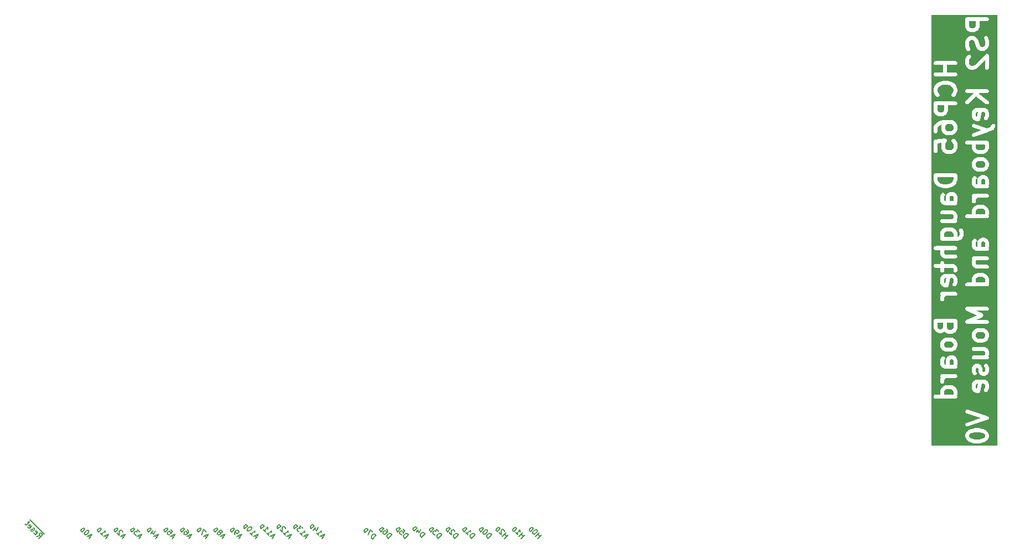
<source format=gbo>
%TF.GenerationSoftware,KiCad,Pcbnew,8.0.7*%
%TF.CreationDate,2025-02-05T15:17:29+02:00*%
%TF.ProjectId,PS2 Board,50533220-426f-4617-9264-2e6b69636164,rev?*%
%TF.SameCoordinates,Original*%
%TF.FileFunction,Legend,Bot*%
%TF.FilePolarity,Positive*%
%FSLAX46Y46*%
G04 Gerber Fmt 4.6, Leading zero omitted, Abs format (unit mm)*
G04 Created by KiCad (PCBNEW 8.0.7) date 2025-02-05 15:17:29*
%MOMM*%
%LPD*%
G01*
G04 APERTURE LIST*
%ADD10C,0.200000*%
%ADD11C,0.600000*%
G04 APERTURE END LIST*
D10*
X38264418Y5010996D02*
X37995044Y5280370D01*
X38156668Y4795497D02*
X38533792Y5549744D01*
X38533792Y5549744D02*
X37779544Y5172621D01*
X37294671Y5657494D02*
X37617920Y5334245D01*
X37456296Y5495869D02*
X38021981Y6061555D01*
X38021981Y6061555D02*
X37995044Y5926868D01*
X37995044Y5926868D02*
X37995044Y5819118D01*
X37995044Y5819118D02*
X38021981Y5738306D01*
X37590983Y6384804D02*
X37590983Y6438678D01*
X37590983Y6438678D02*
X37564045Y6519491D01*
X37564045Y6519491D02*
X37429358Y6654178D01*
X37429358Y6654178D02*
X37348546Y6681115D01*
X37348546Y6681115D02*
X37294671Y6681115D01*
X37294671Y6681115D02*
X37213859Y6654178D01*
X37213859Y6654178D02*
X37159984Y6600303D01*
X37159984Y6600303D02*
X37106109Y6492553D01*
X37106109Y6492553D02*
X37106109Y5846056D01*
X37106109Y5846056D02*
X36755923Y6196242D01*
X36477929Y6349246D02*
X36930477Y6801795D01*
X36930477Y6801795D02*
X36822728Y6909544D01*
X36822728Y6909544D02*
X36736528Y6952644D01*
X36736528Y6952644D02*
X36650328Y6952644D01*
X36650328Y6952644D02*
X36585679Y6931094D01*
X36585679Y6931094D02*
X36477929Y6866445D01*
X36477929Y6866445D02*
X36413279Y6801795D01*
X36413279Y6801795D02*
X36348630Y6694045D01*
X36348630Y6694045D02*
X36327080Y6629395D01*
X36327080Y6629395D02*
X36327080Y6543196D01*
X36327080Y6543196D02*
X36370179Y6456996D01*
X36370179Y6456996D02*
X36477929Y6349246D01*
X58395856Y5003309D02*
X58961541Y5568995D01*
X58961541Y5568995D02*
X58826854Y5703682D01*
X58826854Y5703682D02*
X58719105Y5757556D01*
X58719105Y5757556D02*
X58611355Y5757556D01*
X58611355Y5757556D02*
X58530543Y5730619D01*
X58530543Y5730619D02*
X58395856Y5649807D01*
X58395856Y5649807D02*
X58315044Y5568995D01*
X58315044Y5568995D02*
X58234231Y5434308D01*
X58234231Y5434308D02*
X58207294Y5353495D01*
X58207294Y5353495D02*
X58207294Y5245746D01*
X58207294Y5245746D02*
X58261169Y5137996D01*
X58261169Y5137996D02*
X58395856Y5003309D01*
X57964857Y6188555D02*
X57587734Y5811431D01*
X58315044Y6269367D02*
X58045670Y5730619D01*
X58045670Y5730619D02*
X57695483Y6080805D01*
X57255865Y6018311D02*
X57708413Y6470859D01*
X57708413Y6470859D02*
X57600664Y6578609D01*
X57600664Y6578609D02*
X57514464Y6621708D01*
X57514464Y6621708D02*
X57428264Y6621708D01*
X57428264Y6621708D02*
X57363614Y6600159D01*
X57363614Y6600159D02*
X57255865Y6535509D01*
X57255865Y6535509D02*
X57191215Y6470859D01*
X57191215Y6470859D02*
X57126565Y6363109D01*
X57126565Y6363109D02*
X57105015Y6298460D01*
X57105015Y6298460D02*
X57105015Y6212260D01*
X57105015Y6212260D02*
X57148115Y6126060D01*
X57148115Y6126060D02*
X57255865Y6018311D01*
X25564418Y5010996D02*
X25295044Y5280370D01*
X25456668Y4795497D02*
X25833792Y5549744D01*
X25833792Y5549744D02*
X25079544Y5172621D01*
X25510543Y5872993D02*
X25133419Y6250116D01*
X25133419Y6250116D02*
X24810171Y5441994D01*
X24316677Y5810498D02*
X24769226Y6263047D01*
X24769226Y6263047D02*
X24661476Y6370796D01*
X24661476Y6370796D02*
X24575276Y6413896D01*
X24575276Y6413896D02*
X24489077Y6413896D01*
X24489077Y6413896D02*
X24424427Y6392346D01*
X24424427Y6392346D02*
X24316677Y6327696D01*
X24316677Y6327696D02*
X24252027Y6263047D01*
X24252027Y6263047D02*
X24187378Y6155297D01*
X24187378Y6155297D02*
X24165828Y6090647D01*
X24165828Y6090647D02*
X24165828Y6004448D01*
X24165828Y6004448D02*
X24208928Y5918248D01*
X24208928Y5918248D02*
X24316677Y5810498D01*
X33184418Y5010996D02*
X32915044Y5280370D01*
X33076668Y4795497D02*
X33453792Y5549744D01*
X33453792Y5549744D02*
X32699544Y5172621D01*
X32214671Y5657494D02*
X32537920Y5334245D01*
X32376296Y5495869D02*
X32941981Y6061555D01*
X32941981Y6061555D02*
X32915044Y5926868D01*
X32915044Y5926868D02*
X32915044Y5819118D01*
X32915044Y5819118D02*
X32941981Y5738306D01*
X32430170Y6573365D02*
X32376296Y6627240D01*
X32376296Y6627240D02*
X32295483Y6654178D01*
X32295483Y6654178D02*
X32241609Y6654178D01*
X32241609Y6654178D02*
X32160796Y6627240D01*
X32160796Y6627240D02*
X32026109Y6546428D01*
X32026109Y6546428D02*
X31891422Y6411741D01*
X31891422Y6411741D02*
X31810610Y6277054D01*
X31810610Y6277054D02*
X31783673Y6196242D01*
X31783673Y6196242D02*
X31783673Y6142367D01*
X31783673Y6142367D02*
X31810610Y6061555D01*
X31810610Y6061555D02*
X31864485Y6007680D01*
X31864485Y6007680D02*
X31945297Y5980743D01*
X31945297Y5980743D02*
X31999172Y5980743D01*
X31999172Y5980743D02*
X32079984Y6007680D01*
X32079984Y6007680D02*
X32214671Y6088492D01*
X32214671Y6088492D02*
X32349358Y6223179D01*
X32349358Y6223179D02*
X32430170Y6357866D01*
X32430170Y6357866D02*
X32457108Y6438678D01*
X32457108Y6438678D02*
X32457108Y6492553D01*
X32457108Y6492553D02*
X32430170Y6573365D01*
X31397929Y6349246D02*
X31850477Y6801795D01*
X31850477Y6801795D02*
X31742728Y6909544D01*
X31742728Y6909544D02*
X31656528Y6952644D01*
X31656528Y6952644D02*
X31570328Y6952644D01*
X31570328Y6952644D02*
X31505679Y6931094D01*
X31505679Y6931094D02*
X31397929Y6866445D01*
X31397929Y6866445D02*
X31333279Y6801795D01*
X31333279Y6801795D02*
X31268630Y6694045D01*
X31268630Y6694045D02*
X31247080Y6629395D01*
X31247080Y6629395D02*
X31247080Y6543196D01*
X31247080Y6543196D02*
X31290179Y6456996D01*
X31290179Y6456996D02*
X31397929Y6349246D01*
X63475856Y4876309D02*
X64041541Y5441995D01*
X64041541Y5441995D02*
X63906854Y5576682D01*
X63906854Y5576682D02*
X63799105Y5630556D01*
X63799105Y5630556D02*
X63691355Y5630556D01*
X63691355Y5630556D02*
X63610543Y5603619D01*
X63610543Y5603619D02*
X63475856Y5522807D01*
X63475856Y5522807D02*
X63395044Y5441995D01*
X63395044Y5441995D02*
X63314231Y5307308D01*
X63314231Y5307308D02*
X63287294Y5226495D01*
X63287294Y5226495D02*
X63287294Y5118746D01*
X63287294Y5118746D02*
X63341169Y5010996D01*
X63341169Y5010996D02*
X63475856Y4876309D01*
X63448918Y5926868D02*
X63448918Y5980743D01*
X63448918Y5980743D02*
X63421981Y6061555D01*
X63421981Y6061555D02*
X63287294Y6196242D01*
X63287294Y6196242D02*
X63206482Y6223179D01*
X63206482Y6223179D02*
X63152607Y6223179D01*
X63152607Y6223179D02*
X63071795Y6196242D01*
X63071795Y6196242D02*
X63017920Y6142367D01*
X63017920Y6142367D02*
X62964045Y6034617D01*
X62964045Y6034617D02*
X62964045Y5388120D01*
X62964045Y5388120D02*
X62613859Y5738306D01*
X62335865Y5891311D02*
X62788413Y6343859D01*
X62788413Y6343859D02*
X62680664Y6451609D01*
X62680664Y6451609D02*
X62594464Y6494708D01*
X62594464Y6494708D02*
X62508264Y6494708D01*
X62508264Y6494708D02*
X62443614Y6473159D01*
X62443614Y6473159D02*
X62335865Y6408509D01*
X62335865Y6408509D02*
X62271215Y6343859D01*
X62271215Y6343859D02*
X62206565Y6236109D01*
X62206565Y6236109D02*
X62185015Y6171460D01*
X62185015Y6171460D02*
X62185015Y6085260D01*
X62185015Y6085260D02*
X62228115Y5999060D01*
X62228115Y5999060D02*
X62335865Y5891311D01*
X23024418Y5010996D02*
X22755044Y5280370D01*
X22916668Y4795497D02*
X23293792Y5549744D01*
X23293792Y5549744D02*
X22539544Y5172621D01*
X22674232Y6169304D02*
X22781981Y6061555D01*
X22781981Y6061555D02*
X22808919Y5980742D01*
X22808919Y5980742D02*
X22808919Y5926868D01*
X22808919Y5926868D02*
X22781981Y5792181D01*
X22781981Y5792181D02*
X22701169Y5657494D01*
X22701169Y5657494D02*
X22485670Y5441994D01*
X22485670Y5441994D02*
X22404858Y5415057D01*
X22404858Y5415057D02*
X22350983Y5415057D01*
X22350983Y5415057D02*
X22270171Y5441994D01*
X22270171Y5441994D02*
X22162421Y5549744D01*
X22162421Y5549744D02*
X22135484Y5630556D01*
X22135484Y5630556D02*
X22135484Y5684431D01*
X22135484Y5684431D02*
X22162421Y5765243D01*
X22162421Y5765243D02*
X22297108Y5899930D01*
X22297108Y5899930D02*
X22377920Y5926868D01*
X22377920Y5926868D02*
X22431795Y5926868D01*
X22431795Y5926868D02*
X22512607Y5899930D01*
X22512607Y5899930D02*
X22620357Y5792181D01*
X22620357Y5792181D02*
X22647294Y5711368D01*
X22647294Y5711368D02*
X22647294Y5657494D01*
X22647294Y5657494D02*
X22620357Y5576681D01*
X21776677Y5810498D02*
X22229226Y6263047D01*
X22229226Y6263047D02*
X22121476Y6370796D01*
X22121476Y6370796D02*
X22035276Y6413896D01*
X22035276Y6413896D02*
X21949077Y6413896D01*
X21949077Y6413896D02*
X21884427Y6392346D01*
X21884427Y6392346D02*
X21776677Y6327696D01*
X21776677Y6327696D02*
X21712027Y6263047D01*
X21712027Y6263047D02*
X21647378Y6155297D01*
X21647378Y6155297D02*
X21625828Y6090647D01*
X21625828Y6090647D02*
X21625828Y6004448D01*
X21625828Y6004448D02*
X21668928Y5918248D01*
X21668928Y5918248D02*
X21776677Y5810498D01*
X68555856Y4876309D02*
X69121541Y5441995D01*
X69121541Y5441995D02*
X68986854Y5576682D01*
X68986854Y5576682D02*
X68879105Y5630556D01*
X68879105Y5630556D02*
X68771355Y5630556D01*
X68771355Y5630556D02*
X68690543Y5603619D01*
X68690543Y5603619D02*
X68555856Y5522807D01*
X68555856Y5522807D02*
X68475044Y5441995D01*
X68475044Y5441995D02*
X68394231Y5307308D01*
X68394231Y5307308D02*
X68367294Y5226495D01*
X68367294Y5226495D02*
X68367294Y5118746D01*
X68367294Y5118746D02*
X68421169Y5010996D01*
X68421169Y5010996D02*
X68555856Y4876309D01*
X68448106Y6115430D02*
X68394231Y6169304D01*
X68394231Y6169304D02*
X68313419Y6196242D01*
X68313419Y6196242D02*
X68259544Y6196242D01*
X68259544Y6196242D02*
X68178732Y6169304D01*
X68178732Y6169304D02*
X68044045Y6088492D01*
X68044045Y6088492D02*
X67909358Y5953805D01*
X67909358Y5953805D02*
X67828546Y5819118D01*
X67828546Y5819118D02*
X67801609Y5738306D01*
X67801609Y5738306D02*
X67801609Y5684431D01*
X67801609Y5684431D02*
X67828546Y5603619D01*
X67828546Y5603619D02*
X67882421Y5549744D01*
X67882421Y5549744D02*
X67963233Y5522807D01*
X67963233Y5522807D02*
X68017108Y5522807D01*
X68017108Y5522807D02*
X68097920Y5549744D01*
X68097920Y5549744D02*
X68232607Y5630556D01*
X68232607Y5630556D02*
X68367294Y5765243D01*
X68367294Y5765243D02*
X68448106Y5899930D01*
X68448106Y5899930D02*
X68475044Y5980743D01*
X68475044Y5980743D02*
X68475044Y6034617D01*
X68475044Y6034617D02*
X68448106Y6115430D01*
X67415865Y5891311D02*
X67868413Y6343859D01*
X67868413Y6343859D02*
X67760664Y6451609D01*
X67760664Y6451609D02*
X67674464Y6494708D01*
X67674464Y6494708D02*
X67588264Y6494708D01*
X67588264Y6494708D02*
X67523614Y6473159D01*
X67523614Y6473159D02*
X67415865Y6408509D01*
X67415865Y6408509D02*
X67351215Y6343859D01*
X67351215Y6343859D02*
X67286565Y6236109D01*
X67286565Y6236109D02*
X67265015Y6171460D01*
X67265015Y6171460D02*
X67265015Y6085260D01*
X67265015Y6085260D02*
X67308115Y5999060D01*
X67308115Y5999060D02*
X67415865Y5891311D01*
X66015856Y4876309D02*
X66581541Y5441995D01*
X66581541Y5441995D02*
X66446854Y5576682D01*
X66446854Y5576682D02*
X66339105Y5630556D01*
X66339105Y5630556D02*
X66231355Y5630556D01*
X66231355Y5630556D02*
X66150543Y5603619D01*
X66150543Y5603619D02*
X66015856Y5522807D01*
X66015856Y5522807D02*
X65935044Y5441995D01*
X65935044Y5441995D02*
X65854231Y5307308D01*
X65854231Y5307308D02*
X65827294Y5226495D01*
X65827294Y5226495D02*
X65827294Y5118746D01*
X65827294Y5118746D02*
X65881169Y5010996D01*
X65881169Y5010996D02*
X66015856Y4876309D01*
X65153859Y5738306D02*
X65477108Y5415057D01*
X65315483Y5576682D02*
X65881169Y6142367D01*
X65881169Y6142367D02*
X65854231Y6007680D01*
X65854231Y6007680D02*
X65854231Y5899930D01*
X65854231Y5899930D02*
X65881169Y5819118D01*
X64875865Y5891311D02*
X65328413Y6343859D01*
X65328413Y6343859D02*
X65220664Y6451609D01*
X65220664Y6451609D02*
X65134464Y6494708D01*
X65134464Y6494708D02*
X65048264Y6494708D01*
X65048264Y6494708D02*
X64983614Y6473159D01*
X64983614Y6473159D02*
X64875865Y6408509D01*
X64875865Y6408509D02*
X64811215Y6343859D01*
X64811215Y6343859D02*
X64746565Y6236109D01*
X64746565Y6236109D02*
X64725015Y6171460D01*
X64725015Y6171460D02*
X64725015Y6085260D01*
X64725015Y6085260D02*
X64768115Y5999060D01*
X64768115Y5999060D02*
X64875865Y5891311D01*
X7784418Y5010996D02*
X7515044Y5280370D01*
X7676668Y4795497D02*
X8053792Y5549744D01*
X8053792Y5549744D02*
X7299544Y5172621D01*
X7568919Y6034617D02*
X7515044Y6088492D01*
X7515044Y6088492D02*
X7434232Y6115429D01*
X7434232Y6115429D02*
X7380357Y6115429D01*
X7380357Y6115429D02*
X7299545Y6088492D01*
X7299545Y6088492D02*
X7164858Y6007680D01*
X7164858Y6007680D02*
X7030171Y5872993D01*
X7030171Y5872993D02*
X6949358Y5738306D01*
X6949358Y5738306D02*
X6922421Y5657494D01*
X6922421Y5657494D02*
X6922421Y5603619D01*
X6922421Y5603619D02*
X6949358Y5522807D01*
X6949358Y5522807D02*
X7003233Y5468932D01*
X7003233Y5468932D02*
X7084045Y5441994D01*
X7084045Y5441994D02*
X7137920Y5441994D01*
X7137920Y5441994D02*
X7218732Y5468932D01*
X7218732Y5468932D02*
X7353419Y5549744D01*
X7353419Y5549744D02*
X7488106Y5684431D01*
X7488106Y5684431D02*
X7568919Y5819118D01*
X7568919Y5819118D02*
X7595856Y5899930D01*
X7595856Y5899930D02*
X7595856Y5953805D01*
X7595856Y5953805D02*
X7568919Y6034617D01*
X6536677Y5810498D02*
X6989226Y6263047D01*
X6989226Y6263047D02*
X6881476Y6370796D01*
X6881476Y6370796D02*
X6795276Y6413896D01*
X6795276Y6413896D02*
X6709077Y6413896D01*
X6709077Y6413896D02*
X6644427Y6392346D01*
X6644427Y6392346D02*
X6536677Y6327696D01*
X6536677Y6327696D02*
X6472027Y6263047D01*
X6472027Y6263047D02*
X6407378Y6155297D01*
X6407378Y6155297D02*
X6385828Y6090647D01*
X6385828Y6090647D02*
X6385828Y6004448D01*
X6385828Y6004448D02*
X6428928Y5918248D01*
X6428928Y5918248D02*
X6536677Y5810498D01*
X17944418Y5010996D02*
X17675044Y5280370D01*
X17836668Y4795497D02*
X18213792Y5549744D01*
X18213792Y5549744D02*
X17459544Y5172621D01*
X17405670Y5980742D02*
X17028546Y5603619D01*
X17755856Y6061555D02*
X17486482Y5522807D01*
X17486482Y5522807D02*
X17136296Y5872993D01*
X16696677Y5810498D02*
X17149226Y6263047D01*
X17149226Y6263047D02*
X17041476Y6370796D01*
X17041476Y6370796D02*
X16955276Y6413896D01*
X16955276Y6413896D02*
X16869077Y6413896D01*
X16869077Y6413896D02*
X16804427Y6392346D01*
X16804427Y6392346D02*
X16696677Y6327696D01*
X16696677Y6327696D02*
X16632027Y6263047D01*
X16632027Y6263047D02*
X16567378Y6155297D01*
X16567378Y6155297D02*
X16545828Y6090647D01*
X16545828Y6090647D02*
X16545828Y6004448D01*
X16545828Y6004448D02*
X16588928Y5918248D01*
X16588928Y5918248D02*
X16696677Y5810498D01*
X10324418Y5010996D02*
X10055044Y5280370D01*
X10216668Y4795497D02*
X10593792Y5549744D01*
X10593792Y5549744D02*
X9839544Y5172621D01*
X9354671Y5657494D02*
X9677920Y5334245D01*
X9516296Y5495869D02*
X10081981Y6061555D01*
X10081981Y6061555D02*
X10055044Y5926868D01*
X10055044Y5926868D02*
X10055044Y5819118D01*
X10055044Y5819118D02*
X10081981Y5738306D01*
X9076677Y5810498D02*
X9529226Y6263047D01*
X9529226Y6263047D02*
X9421476Y6370796D01*
X9421476Y6370796D02*
X9335276Y6413896D01*
X9335276Y6413896D02*
X9249077Y6413896D01*
X9249077Y6413896D02*
X9184427Y6392346D01*
X9184427Y6392346D02*
X9076677Y6327696D01*
X9076677Y6327696D02*
X9012027Y6263047D01*
X9012027Y6263047D02*
X8947378Y6155297D01*
X8947378Y6155297D02*
X8925828Y6090647D01*
X8925828Y6090647D02*
X8925828Y6004448D01*
X8925828Y6004448D02*
X8968928Y5918248D01*
X8968928Y5918248D02*
X9076677Y5810498D01*
X53315856Y4876309D02*
X53881541Y5441995D01*
X53881541Y5441995D02*
X53746854Y5576682D01*
X53746854Y5576682D02*
X53639105Y5630556D01*
X53639105Y5630556D02*
X53531355Y5630556D01*
X53531355Y5630556D02*
X53450543Y5603619D01*
X53450543Y5603619D02*
X53315856Y5522807D01*
X53315856Y5522807D02*
X53235044Y5441995D01*
X53235044Y5441995D02*
X53154231Y5307308D01*
X53154231Y5307308D02*
X53127294Y5226495D01*
X53127294Y5226495D02*
X53127294Y5118746D01*
X53127294Y5118746D02*
X53181169Y5010996D01*
X53181169Y5010996D02*
X53315856Y4876309D01*
X53073419Y6250117D02*
X53181169Y6142367D01*
X53181169Y6142367D02*
X53208106Y6061555D01*
X53208106Y6061555D02*
X53208106Y6007680D01*
X53208106Y6007680D02*
X53181169Y5872993D01*
X53181169Y5872993D02*
X53100357Y5738306D01*
X53100357Y5738306D02*
X52884857Y5522807D01*
X52884857Y5522807D02*
X52804045Y5495869D01*
X52804045Y5495869D02*
X52750170Y5495869D01*
X52750170Y5495869D02*
X52669358Y5522807D01*
X52669358Y5522807D02*
X52561609Y5630556D01*
X52561609Y5630556D02*
X52534671Y5711369D01*
X52534671Y5711369D02*
X52534671Y5765243D01*
X52534671Y5765243D02*
X52561609Y5846056D01*
X52561609Y5846056D02*
X52696296Y5980743D01*
X52696296Y5980743D02*
X52777108Y6007680D01*
X52777108Y6007680D02*
X52830983Y6007680D01*
X52830983Y6007680D02*
X52911795Y5980743D01*
X52911795Y5980743D02*
X53019544Y5872993D01*
X53019544Y5872993D02*
X53046482Y5792181D01*
X53046482Y5792181D02*
X53046482Y5738306D01*
X53046482Y5738306D02*
X53019544Y5657494D01*
X52175865Y5891311D02*
X52628413Y6343859D01*
X52628413Y6343859D02*
X52520664Y6451609D01*
X52520664Y6451609D02*
X52434464Y6494708D01*
X52434464Y6494708D02*
X52348264Y6494708D01*
X52348264Y6494708D02*
X52283614Y6473159D01*
X52283614Y6473159D02*
X52175865Y6408509D01*
X52175865Y6408509D02*
X52111215Y6343859D01*
X52111215Y6343859D02*
X52046565Y6236109D01*
X52046565Y6236109D02*
X52025015Y6171460D01*
X52025015Y6171460D02*
X52025015Y6085260D01*
X52025015Y6085260D02*
X52068115Y5999060D01*
X52068115Y5999060D02*
X52175865Y5891311D01*
X15404418Y5010996D02*
X15135044Y5280370D01*
X15296668Y4795497D02*
X15673792Y5549744D01*
X15673792Y5549744D02*
X14919544Y5172621D01*
X15350543Y5872993D02*
X15000357Y6223179D01*
X15000357Y6223179D02*
X14973419Y5819118D01*
X14973419Y5819118D02*
X14892607Y5899930D01*
X14892607Y5899930D02*
X14811795Y5926868D01*
X14811795Y5926868D02*
X14757920Y5926868D01*
X14757920Y5926868D02*
X14677108Y5899930D01*
X14677108Y5899930D02*
X14542421Y5765243D01*
X14542421Y5765243D02*
X14515484Y5684431D01*
X14515484Y5684431D02*
X14515484Y5630556D01*
X14515484Y5630556D02*
X14542421Y5549744D01*
X14542421Y5549744D02*
X14704045Y5388120D01*
X14704045Y5388120D02*
X14784858Y5361182D01*
X14784858Y5361182D02*
X14838732Y5361182D01*
X14156677Y5810498D02*
X14609226Y6263047D01*
X14609226Y6263047D02*
X14501476Y6370796D01*
X14501476Y6370796D02*
X14415276Y6413896D01*
X14415276Y6413896D02*
X14329077Y6413896D01*
X14329077Y6413896D02*
X14264427Y6392346D01*
X14264427Y6392346D02*
X14156677Y6327696D01*
X14156677Y6327696D02*
X14092027Y6263047D01*
X14092027Y6263047D02*
X14027378Y6155297D01*
X14027378Y6155297D02*
X14005828Y6090647D01*
X14005828Y6090647D02*
X14005828Y6004448D01*
X14005828Y6004448D02*
X14048928Y5918248D01*
X14048928Y5918248D02*
X14156677Y5810498D01*
X76175856Y4876309D02*
X76741541Y5441995D01*
X76472167Y5172621D02*
X76148918Y5495869D01*
X75852607Y5199558D02*
X76418292Y5765243D01*
X76041169Y6142367D02*
X75987294Y6196242D01*
X75987294Y6196242D02*
X75906482Y6223179D01*
X75906482Y6223179D02*
X75852607Y6223179D01*
X75852607Y6223179D02*
X75771795Y6196242D01*
X75771795Y6196242D02*
X75637108Y6115430D01*
X75637108Y6115430D02*
X75502421Y5980743D01*
X75502421Y5980743D02*
X75421609Y5846056D01*
X75421609Y5846056D02*
X75394671Y5765243D01*
X75394671Y5765243D02*
X75394671Y5711369D01*
X75394671Y5711369D02*
X75421609Y5630556D01*
X75421609Y5630556D02*
X75475484Y5576681D01*
X75475484Y5576681D02*
X75556296Y5549744D01*
X75556296Y5549744D02*
X75610171Y5549744D01*
X75610171Y5549744D02*
X75690983Y5576681D01*
X75690983Y5576681D02*
X75825670Y5657494D01*
X75825670Y5657494D02*
X75960357Y5792181D01*
X75960357Y5792181D02*
X76041169Y5926868D01*
X76041169Y5926868D02*
X76068106Y6007680D01*
X76068106Y6007680D02*
X76068106Y6061555D01*
X76068106Y6061555D02*
X76041169Y6142367D01*
X75008928Y5918248D02*
X75461476Y6370796D01*
X75461476Y6370796D02*
X75353726Y6478546D01*
X75353726Y6478546D02*
X75267527Y6521646D01*
X75267527Y6521646D02*
X75181327Y6521646D01*
X75181327Y6521646D02*
X75116677Y6500096D01*
X75116677Y6500096D02*
X75008928Y6435446D01*
X75008928Y6435446D02*
X74944278Y6370796D01*
X74944278Y6370796D02*
X74879628Y6263047D01*
X74879628Y6263047D02*
X74858078Y6198397D01*
X74858078Y6198397D02*
X74858078Y6112197D01*
X74858078Y6112197D02*
X74901178Y6025998D01*
X74901178Y6025998D02*
X75008928Y5918248D01*
X30644418Y5010996D02*
X30375044Y5280370D01*
X30536668Y4795497D02*
X30913792Y5549744D01*
X30913792Y5549744D02*
X30159544Y5172621D01*
X29944045Y5388120D02*
X29836296Y5495869D01*
X29836296Y5495869D02*
X29809358Y5576681D01*
X29809358Y5576681D02*
X29809358Y5630556D01*
X29809358Y5630556D02*
X29836296Y5765243D01*
X29836296Y5765243D02*
X29917108Y5899930D01*
X29917108Y5899930D02*
X30132607Y6115429D01*
X30132607Y6115429D02*
X30213419Y6142367D01*
X30213419Y6142367D02*
X30267294Y6142367D01*
X30267294Y6142367D02*
X30348106Y6115429D01*
X30348106Y6115429D02*
X30455856Y6007680D01*
X30455856Y6007680D02*
X30482793Y5926868D01*
X30482793Y5926868D02*
X30482793Y5872993D01*
X30482793Y5872993D02*
X30455856Y5792181D01*
X30455856Y5792181D02*
X30321169Y5657494D01*
X30321169Y5657494D02*
X30240357Y5630556D01*
X30240357Y5630556D02*
X30186482Y5630556D01*
X30186482Y5630556D02*
X30105670Y5657494D01*
X30105670Y5657494D02*
X29997920Y5765243D01*
X29997920Y5765243D02*
X29970983Y5846055D01*
X29970983Y5846055D02*
X29970983Y5899930D01*
X29970983Y5899930D02*
X29997920Y5980742D01*
X29396677Y5810498D02*
X29849226Y6263047D01*
X29849226Y6263047D02*
X29741476Y6370796D01*
X29741476Y6370796D02*
X29655276Y6413896D01*
X29655276Y6413896D02*
X29569077Y6413896D01*
X29569077Y6413896D02*
X29504427Y6392346D01*
X29504427Y6392346D02*
X29396677Y6327696D01*
X29396677Y6327696D02*
X29332027Y6263047D01*
X29332027Y6263047D02*
X29267378Y6155297D01*
X29267378Y6155297D02*
X29245828Y6090647D01*
X29245828Y6090647D02*
X29245828Y6004448D01*
X29245828Y6004448D02*
X29288928Y5918248D01*
X29288928Y5918248D02*
X29396677Y5810498D01*
X55855856Y4876309D02*
X56421541Y5441995D01*
X56421541Y5441995D02*
X56286854Y5576682D01*
X56286854Y5576682D02*
X56179105Y5630556D01*
X56179105Y5630556D02*
X56071355Y5630556D01*
X56071355Y5630556D02*
X55990543Y5603619D01*
X55990543Y5603619D02*
X55855856Y5522807D01*
X55855856Y5522807D02*
X55775044Y5441995D01*
X55775044Y5441995D02*
X55694231Y5307308D01*
X55694231Y5307308D02*
X55667294Y5226495D01*
X55667294Y5226495D02*
X55667294Y5118746D01*
X55667294Y5118746D02*
X55721169Y5010996D01*
X55721169Y5010996D02*
X55855856Y4876309D01*
X55586482Y6277054D02*
X55855856Y6007680D01*
X55855856Y6007680D02*
X55613419Y5711369D01*
X55613419Y5711369D02*
X55613419Y5765243D01*
X55613419Y5765243D02*
X55586482Y5846056D01*
X55586482Y5846056D02*
X55451795Y5980743D01*
X55451795Y5980743D02*
X55370983Y6007680D01*
X55370983Y6007680D02*
X55317108Y6007680D01*
X55317108Y6007680D02*
X55236296Y5980743D01*
X55236296Y5980743D02*
X55101609Y5846056D01*
X55101609Y5846056D02*
X55074671Y5765243D01*
X55074671Y5765243D02*
X55074671Y5711369D01*
X55074671Y5711369D02*
X55101609Y5630556D01*
X55101609Y5630556D02*
X55236296Y5495869D01*
X55236296Y5495869D02*
X55317108Y5468932D01*
X55317108Y5468932D02*
X55370983Y5468932D01*
X54715865Y5891311D02*
X55168413Y6343859D01*
X55168413Y6343859D02*
X55060664Y6451609D01*
X55060664Y6451609D02*
X54974464Y6494708D01*
X54974464Y6494708D02*
X54888264Y6494708D01*
X54888264Y6494708D02*
X54823614Y6473159D01*
X54823614Y6473159D02*
X54715865Y6408509D01*
X54715865Y6408509D02*
X54651215Y6343859D01*
X54651215Y6343859D02*
X54586565Y6236109D01*
X54586565Y6236109D02*
X54565015Y6171460D01*
X54565015Y6171460D02*
X54565015Y6085260D01*
X54565015Y6085260D02*
X54608115Y5999060D01*
X54608115Y5999060D02*
X54715865Y5891311D01*
X12864418Y5010996D02*
X12595044Y5280370D01*
X12756668Y4795497D02*
X13133792Y5549744D01*
X13133792Y5549744D02*
X12379544Y5172621D01*
X12729731Y5846055D02*
X12729731Y5899930D01*
X12729731Y5899930D02*
X12702793Y5980742D01*
X12702793Y5980742D02*
X12568106Y6115429D01*
X12568106Y6115429D02*
X12487294Y6142367D01*
X12487294Y6142367D02*
X12433419Y6142367D01*
X12433419Y6142367D02*
X12352607Y6115429D01*
X12352607Y6115429D02*
X12298732Y6061555D01*
X12298732Y6061555D02*
X12244858Y5953805D01*
X12244858Y5953805D02*
X12244858Y5307307D01*
X12244858Y5307307D02*
X11894671Y5657494D01*
X11616677Y5810498D02*
X12069226Y6263047D01*
X12069226Y6263047D02*
X11961476Y6370796D01*
X11961476Y6370796D02*
X11875276Y6413896D01*
X11875276Y6413896D02*
X11789077Y6413896D01*
X11789077Y6413896D02*
X11724427Y6392346D01*
X11724427Y6392346D02*
X11616677Y6327696D01*
X11616677Y6327696D02*
X11552027Y6263047D01*
X11552027Y6263047D02*
X11487378Y6155297D01*
X11487378Y6155297D02*
X11465828Y6090647D01*
X11465828Y6090647D02*
X11465828Y6004448D01*
X11465828Y6004448D02*
X11508928Y5918248D01*
X11508928Y5918248D02*
X11616677Y5810498D01*
X-347392Y5199558D02*
X110543Y5280370D01*
X-24143Y4876309D02*
X541541Y5441995D01*
X541541Y5441995D02*
X326042Y5657494D01*
X326042Y5657494D02*
X245230Y5684431D01*
X245230Y5684431D02*
X191355Y5684431D01*
X191355Y5684431D02*
X110543Y5657494D01*
X110543Y5657494D02*
X29731Y5576682D01*
X29731Y5576682D02*
X2793Y5495869D01*
X2793Y5495869D02*
X2793Y5441995D01*
X2793Y5441995D02*
X29731Y5361182D01*
X29731Y5361182D02*
X245230Y5145683D01*
X-778390Y5684431D02*
X-751453Y5603619D01*
X-751453Y5603619D02*
X-643703Y5495869D01*
X-643703Y5495869D02*
X-562891Y5468932D01*
X-562891Y5468932D02*
X-482079Y5495869D01*
X-482079Y5495869D02*
X-266580Y5711369D01*
X-266580Y5711369D02*
X-239642Y5792181D01*
X-239642Y5792181D02*
X-266580Y5872993D01*
X-266580Y5872993D02*
X-374329Y5980743D01*
X-374329Y5980743D02*
X-455142Y6007680D01*
X-455142Y6007680D02*
X-535954Y5980743D01*
X-535954Y5980743D02*
X-589829Y5926868D01*
X-589829Y5926868D02*
X-374329Y5603619D01*
X-1020827Y5926868D02*
X-1101639Y5953805D01*
X-1101639Y5953805D02*
X-1209389Y6061555D01*
X-1209389Y6061555D02*
X-1236326Y6142367D01*
X-1236326Y6142367D02*
X-1209389Y6223179D01*
X-1209389Y6223179D02*
X-1182451Y6250116D01*
X-1182451Y6250116D02*
X-1101639Y6277054D01*
X-1101639Y6277054D02*
X-1020827Y6250116D01*
X-1020827Y6250116D02*
X-940015Y6169304D01*
X-940015Y6169304D02*
X-859202Y6142367D01*
X-859202Y6142367D02*
X-778390Y6169304D01*
X-778390Y6169304D02*
X-751453Y6196242D01*
X-751453Y6196242D02*
X-724515Y6277054D01*
X-724515Y6277054D02*
X-751453Y6357866D01*
X-751453Y6357866D02*
X-832265Y6438678D01*
X-832265Y6438678D02*
X-913077Y6465616D01*
X-1721199Y6627240D02*
X-1694262Y6546428D01*
X-1694262Y6546428D02*
X-1586512Y6438678D01*
X-1586512Y6438678D02*
X-1505700Y6411741D01*
X-1505700Y6411741D02*
X-1424888Y6438678D01*
X-1424888Y6438678D02*
X-1209389Y6654177D01*
X-1209389Y6654177D02*
X-1182451Y6734990D01*
X-1182451Y6734990D02*
X-1209389Y6815802D01*
X-1209389Y6815802D02*
X-1317138Y6923551D01*
X-1317138Y6923551D02*
X-1397950Y6950489D01*
X-1397950Y6950489D02*
X-1478763Y6923551D01*
X-1478763Y6923551D02*
X-1532637Y6869677D01*
X-1532637Y6869677D02*
X-1317138Y6546428D01*
X-1559575Y7165988D02*
X-1775074Y7381487D01*
X-1451825Y7435362D02*
X-1936698Y6950489D01*
X-1936698Y6950489D02*
X-2017510Y6923551D01*
X-2017510Y6923551D02*
X-2098323Y6950489D01*
X-2098323Y6950489D02*
X-2152197Y7004363D01*
X776705Y5520921D02*
X-1426773Y7724400D01*
X73635856Y4876309D02*
X74201541Y5441995D01*
X73932167Y5172621D02*
X73608918Y5495869D01*
X73312607Y5199558D02*
X73878292Y5765243D01*
X72746922Y5765243D02*
X73070171Y5441994D01*
X72908546Y5603619D02*
X73474232Y6169304D01*
X73474232Y6169304D02*
X73447294Y6034617D01*
X73447294Y6034617D02*
X73447294Y5926868D01*
X73447294Y5926868D02*
X73474232Y5846056D01*
X72468928Y5918248D02*
X72921476Y6370796D01*
X72921476Y6370796D02*
X72813726Y6478546D01*
X72813726Y6478546D02*
X72727527Y6521646D01*
X72727527Y6521646D02*
X72641327Y6521646D01*
X72641327Y6521646D02*
X72576677Y6500096D01*
X72576677Y6500096D02*
X72468928Y6435446D01*
X72468928Y6435446D02*
X72404278Y6370796D01*
X72404278Y6370796D02*
X72339628Y6263047D01*
X72339628Y6263047D02*
X72318078Y6198397D01*
X72318078Y6198397D02*
X72318078Y6112197D01*
X72318078Y6112197D02*
X72361178Y6025998D01*
X72361178Y6025998D02*
X72468928Y5918248D01*
X60935856Y4876309D02*
X61501541Y5441995D01*
X61501541Y5441995D02*
X61366854Y5576682D01*
X61366854Y5576682D02*
X61259105Y5630556D01*
X61259105Y5630556D02*
X61151355Y5630556D01*
X61151355Y5630556D02*
X61070543Y5603619D01*
X61070543Y5603619D02*
X60935856Y5522807D01*
X60935856Y5522807D02*
X60855044Y5441995D01*
X60855044Y5441995D02*
X60774231Y5307308D01*
X60774231Y5307308D02*
X60747294Y5226495D01*
X60747294Y5226495D02*
X60747294Y5118746D01*
X60747294Y5118746D02*
X60801169Y5010996D01*
X60801169Y5010996D02*
X60935856Y4876309D01*
X60989731Y5953805D02*
X60639544Y6303991D01*
X60639544Y6303991D02*
X60612607Y5899930D01*
X60612607Y5899930D02*
X60531795Y5980743D01*
X60531795Y5980743D02*
X60450983Y6007680D01*
X60450983Y6007680D02*
X60397108Y6007680D01*
X60397108Y6007680D02*
X60316296Y5980743D01*
X60316296Y5980743D02*
X60181609Y5846056D01*
X60181609Y5846056D02*
X60154671Y5765243D01*
X60154671Y5765243D02*
X60154671Y5711369D01*
X60154671Y5711369D02*
X60181609Y5630556D01*
X60181609Y5630556D02*
X60343233Y5468932D01*
X60343233Y5468932D02*
X60424045Y5441995D01*
X60424045Y5441995D02*
X60477920Y5441995D01*
X59795865Y5891311D02*
X60248413Y6343859D01*
X60248413Y6343859D02*
X60140664Y6451609D01*
X60140664Y6451609D02*
X60054464Y6494708D01*
X60054464Y6494708D02*
X59968264Y6494708D01*
X59968264Y6494708D02*
X59903614Y6473159D01*
X59903614Y6473159D02*
X59795865Y6408509D01*
X59795865Y6408509D02*
X59731215Y6343859D01*
X59731215Y6343859D02*
X59666565Y6236109D01*
X59666565Y6236109D02*
X59645015Y6171460D01*
X59645015Y6171460D02*
X59645015Y6085260D01*
X59645015Y6085260D02*
X59688115Y5999060D01*
X59688115Y5999060D02*
X59795865Y5891311D01*
X20484418Y5010996D02*
X20215044Y5280370D01*
X20376668Y4795497D02*
X20753792Y5549744D01*
X20753792Y5549744D02*
X19999544Y5172621D01*
X20107294Y6196242D02*
X20376668Y5926868D01*
X20376668Y5926868D02*
X20134232Y5630556D01*
X20134232Y5630556D02*
X20134232Y5684431D01*
X20134232Y5684431D02*
X20107294Y5765243D01*
X20107294Y5765243D02*
X19972607Y5899930D01*
X19972607Y5899930D02*
X19891795Y5926868D01*
X19891795Y5926868D02*
X19837920Y5926868D01*
X19837920Y5926868D02*
X19757108Y5899930D01*
X19757108Y5899930D02*
X19622421Y5765243D01*
X19622421Y5765243D02*
X19595484Y5684431D01*
X19595484Y5684431D02*
X19595484Y5630556D01*
X19595484Y5630556D02*
X19622421Y5549744D01*
X19622421Y5549744D02*
X19757108Y5415057D01*
X19757108Y5415057D02*
X19837920Y5388120D01*
X19837920Y5388120D02*
X19891795Y5388120D01*
X19236677Y5810498D02*
X19689226Y6263047D01*
X19689226Y6263047D02*
X19581476Y6370796D01*
X19581476Y6370796D02*
X19495276Y6413896D01*
X19495276Y6413896D02*
X19409077Y6413896D01*
X19409077Y6413896D02*
X19344427Y6392346D01*
X19344427Y6392346D02*
X19236677Y6327696D01*
X19236677Y6327696D02*
X19172027Y6263047D01*
X19172027Y6263047D02*
X19107378Y6155297D01*
X19107378Y6155297D02*
X19085828Y6090647D01*
X19085828Y6090647D02*
X19085828Y6004448D01*
X19085828Y6004448D02*
X19128928Y5918248D01*
X19128928Y5918248D02*
X19236677Y5810498D01*
X43344418Y5010996D02*
X43075044Y5280370D01*
X43236668Y4795497D02*
X43613792Y5549744D01*
X43613792Y5549744D02*
X42859544Y5172621D01*
X42374671Y5657494D02*
X42697920Y5334245D01*
X42536296Y5495869D02*
X43101981Y6061555D01*
X43101981Y6061555D02*
X43075044Y5926868D01*
X43075044Y5926868D02*
X43075044Y5819118D01*
X43075044Y5819118D02*
X43101981Y5738306D01*
X42266922Y6519491D02*
X41889798Y6142367D01*
X42617108Y6600303D02*
X42347734Y6061555D01*
X42347734Y6061555D02*
X41997548Y6411741D01*
X41557929Y6349246D02*
X42010477Y6801795D01*
X42010477Y6801795D02*
X41902728Y6909544D01*
X41902728Y6909544D02*
X41816528Y6952644D01*
X41816528Y6952644D02*
X41730328Y6952644D01*
X41730328Y6952644D02*
X41665679Y6931094D01*
X41665679Y6931094D02*
X41557929Y6866445D01*
X41557929Y6866445D02*
X41493279Y6801795D01*
X41493279Y6801795D02*
X41428630Y6694045D01*
X41428630Y6694045D02*
X41407080Y6629395D01*
X41407080Y6629395D02*
X41407080Y6543196D01*
X41407080Y6543196D02*
X41450179Y6456996D01*
X41450179Y6456996D02*
X41557929Y6349246D01*
X35724418Y5010996D02*
X35455044Y5280370D01*
X35616668Y4795497D02*
X35993792Y5549744D01*
X35993792Y5549744D02*
X35239544Y5172621D01*
X34754671Y5657494D02*
X35077920Y5334245D01*
X34916296Y5495869D02*
X35481981Y6061555D01*
X35481981Y6061555D02*
X35455044Y5926868D01*
X35455044Y5926868D02*
X35455044Y5819118D01*
X35455044Y5819118D02*
X35481981Y5738306D01*
X34215923Y6196242D02*
X34539172Y5872993D01*
X34377548Y6034617D02*
X34943233Y6600303D01*
X34943233Y6600303D02*
X34916296Y6465616D01*
X34916296Y6465616D02*
X34916296Y6357866D01*
X34916296Y6357866D02*
X34943233Y6277054D01*
X33937929Y6349246D02*
X34390477Y6801795D01*
X34390477Y6801795D02*
X34282728Y6909544D01*
X34282728Y6909544D02*
X34196528Y6952644D01*
X34196528Y6952644D02*
X34110328Y6952644D01*
X34110328Y6952644D02*
X34045679Y6931094D01*
X34045679Y6931094D02*
X33937929Y6866445D01*
X33937929Y6866445D02*
X33873279Y6801795D01*
X33873279Y6801795D02*
X33808630Y6694045D01*
X33808630Y6694045D02*
X33787080Y6629395D01*
X33787080Y6629395D02*
X33787080Y6543196D01*
X33787080Y6543196D02*
X33830179Y6456996D01*
X33830179Y6456996D02*
X33937929Y6349246D01*
X40804418Y5010996D02*
X40535044Y5280370D01*
X40696668Y4795497D02*
X41073792Y5549744D01*
X41073792Y5549744D02*
X40319544Y5172621D01*
X39834671Y5657494D02*
X40157920Y5334245D01*
X39996296Y5495869D02*
X40561981Y6061555D01*
X40561981Y6061555D02*
X40535044Y5926868D01*
X40535044Y5926868D02*
X40535044Y5819118D01*
X40535044Y5819118D02*
X40561981Y5738306D01*
X40211795Y6411741D02*
X39861609Y6761927D01*
X39861609Y6761927D02*
X39834671Y6357866D01*
X39834671Y6357866D02*
X39753859Y6438678D01*
X39753859Y6438678D02*
X39673047Y6465616D01*
X39673047Y6465616D02*
X39619172Y6465616D01*
X39619172Y6465616D02*
X39538360Y6438678D01*
X39538360Y6438678D02*
X39403673Y6303991D01*
X39403673Y6303991D02*
X39376735Y6223179D01*
X39376735Y6223179D02*
X39376735Y6169304D01*
X39376735Y6169304D02*
X39403673Y6088492D01*
X39403673Y6088492D02*
X39565297Y5926868D01*
X39565297Y5926868D02*
X39646109Y5899930D01*
X39646109Y5899930D02*
X39699984Y5899930D01*
X39017929Y6349246D02*
X39470477Y6801795D01*
X39470477Y6801795D02*
X39362728Y6909544D01*
X39362728Y6909544D02*
X39276528Y6952644D01*
X39276528Y6952644D02*
X39190328Y6952644D01*
X39190328Y6952644D02*
X39125679Y6931094D01*
X39125679Y6931094D02*
X39017929Y6866445D01*
X39017929Y6866445D02*
X38953279Y6801795D01*
X38953279Y6801795D02*
X38888630Y6694045D01*
X38888630Y6694045D02*
X38867080Y6629395D01*
X38867080Y6629395D02*
X38867080Y6543196D01*
X38867080Y6543196D02*
X38910179Y6456996D01*
X38910179Y6456996D02*
X39017929Y6349246D01*
X71095856Y4876309D02*
X71661541Y5441995D01*
X71392167Y5172621D02*
X71068918Y5495869D01*
X70772607Y5199558D02*
X71338292Y5765243D01*
X71041981Y5953805D02*
X71041981Y6007680D01*
X71041981Y6007680D02*
X71015044Y6088492D01*
X71015044Y6088492D02*
X70880357Y6223179D01*
X70880357Y6223179D02*
X70799545Y6250117D01*
X70799545Y6250117D02*
X70745670Y6250117D01*
X70745670Y6250117D02*
X70664858Y6223179D01*
X70664858Y6223179D02*
X70610983Y6169304D01*
X70610983Y6169304D02*
X70557108Y6061555D01*
X70557108Y6061555D02*
X70557108Y5415057D01*
X70557108Y5415057D02*
X70206922Y5765243D01*
X69928928Y5918248D02*
X70381476Y6370796D01*
X70381476Y6370796D02*
X70273726Y6478546D01*
X70273726Y6478546D02*
X70187527Y6521646D01*
X70187527Y6521646D02*
X70101327Y6521646D01*
X70101327Y6521646D02*
X70036677Y6500096D01*
X70036677Y6500096D02*
X69928928Y6435446D01*
X69928928Y6435446D02*
X69864278Y6370796D01*
X69864278Y6370796D02*
X69799628Y6263047D01*
X69799628Y6263047D02*
X69778078Y6198397D01*
X69778078Y6198397D02*
X69778078Y6112197D01*
X69778078Y6112197D02*
X69821178Y6025998D01*
X69821178Y6025998D02*
X69928928Y5918248D01*
D11*
G36*
X144065436Y21001227D02*
G01*
X144278150Y20894870D01*
X144352160Y20820861D01*
X144441573Y20642035D01*
X144441573Y20497961D01*
X144352160Y20319135D01*
X144278151Y20245126D01*
X144065433Y20138767D01*
X143561783Y20012855D01*
X142921362Y20012855D01*
X142417708Y20138768D01*
X142204994Y20245126D01*
X142130986Y20319135D01*
X142041573Y20497961D01*
X142041573Y20642035D01*
X142130986Y20820862D01*
X142204995Y20894871D01*
X142417708Y21001227D01*
X142921362Y21127141D01*
X143561783Y21127141D01*
X144065436Y21001227D01*
G37*
G36*
X139448318Y27609156D02*
G01*
X139522328Y27535147D01*
X139611741Y27356321D01*
X139611741Y26926533D01*
X139583474Y26869999D01*
X138240008Y26869999D01*
X138211741Y26926533D01*
X138211741Y27356321D01*
X138301154Y27535148D01*
X138375163Y27609157D01*
X138553989Y27698570D01*
X139269492Y27698570D01*
X139448318Y27609156D01*
G37*
G36*
X143212739Y27741254D02*
G01*
X143108036Y27793605D01*
X143041573Y27926533D01*
X143041573Y28356322D01*
X143108036Y28489249D01*
X143240964Y28555713D01*
X143375632Y28555713D01*
X143212739Y27741254D01*
G37*
G36*
X139545277Y32203535D02*
G01*
X139611741Y32070608D01*
X139611741Y31497962D01*
X139583474Y31441428D01*
X139068884Y31441428D01*
X139068884Y32070608D01*
X139135347Y32203535D01*
X139268275Y32269999D01*
X139412349Y32269999D01*
X139545277Y32203535D01*
G37*
G36*
X139448318Y34894871D02*
G01*
X139522328Y34820862D01*
X139611741Y34642036D01*
X139611741Y34355105D01*
X139522328Y34176279D01*
X139448319Y34102270D01*
X139269491Y34012856D01*
X138553990Y34012856D01*
X138375162Y34102270D01*
X138301154Y34176279D01*
X138211741Y34355105D01*
X138211741Y34642036D01*
X138301154Y34820863D01*
X138375163Y34894872D01*
X138553989Y34984285D01*
X139269492Y34984285D01*
X139448318Y34894871D01*
G37*
G36*
X144278150Y36323442D02*
G01*
X144352160Y36249433D01*
X144441573Y36070607D01*
X144441573Y35783676D01*
X144352160Y35604850D01*
X144278151Y35530841D01*
X144099323Y35441427D01*
X143383822Y35441427D01*
X143204994Y35530841D01*
X143130986Y35604850D01*
X143041573Y35783676D01*
X143041573Y36070607D01*
X143130986Y36249434D01*
X143204995Y36323443D01*
X143383821Y36412856D01*
X144099324Y36412856D01*
X144278150Y36323442D01*
G37*
G36*
X139611741Y37069390D02*
G01*
X139522328Y36890564D01*
X139448318Y36816555D01*
X139269492Y36727142D01*
X138982561Y36727142D01*
X138803733Y36816555D01*
X138745379Y36874910D01*
X138640312Y37190111D01*
X138640312Y37841428D01*
X139611741Y37841428D01*
X139611741Y37069390D01*
G37*
G36*
X138040312Y37212248D02*
G01*
X137950898Y37033421D01*
X137876889Y36959411D01*
X137698064Y36869999D01*
X137553989Y36869999D01*
X137375163Y36959411D01*
X137301154Y37033421D01*
X137211741Y37212248D01*
X137211741Y37841428D01*
X138040312Y37841428D01*
X138040312Y37212248D01*
G37*
G36*
X138382907Y43884112D02*
G01*
X138278204Y43936463D01*
X138211741Y44069391D01*
X138211741Y44499180D01*
X138278204Y44632107D01*
X138411132Y44698571D01*
X138545800Y44698571D01*
X138382907Y43884112D01*
G37*
G36*
X144278150Y44752013D02*
G01*
X144352160Y44678004D01*
X144441573Y44499178D01*
X144441573Y44069390D01*
X144413306Y44012856D01*
X143069840Y44012856D01*
X143041573Y44069390D01*
X143041573Y44499178D01*
X143130986Y44678005D01*
X143204995Y44752014D01*
X143383821Y44841427D01*
X144099324Y44841427D01*
X144278150Y44752013D01*
G37*
G36*
X144375109Y50203535D02*
G01*
X144441573Y50070608D01*
X144441573Y49497962D01*
X144413306Y49441428D01*
X143898716Y49441428D01*
X143898716Y50070608D01*
X143965179Y50203535D01*
X144098107Y50269999D01*
X144242181Y50269999D01*
X144375109Y50203535D01*
G37*
G36*
X139448318Y51752016D02*
G01*
X139522328Y51678006D01*
X139611741Y51499180D01*
X139611741Y51069392D01*
X139583474Y51012858D01*
X138240008Y51012858D01*
X138211741Y51069392D01*
X138211741Y51499180D01*
X138301154Y51678007D01*
X138375163Y51752016D01*
X138553989Y51841429D01*
X139269492Y51841429D01*
X139448318Y51752016D01*
G37*
G36*
X144278150Y55180585D02*
G01*
X144352160Y55106576D01*
X144441573Y54927750D01*
X144441573Y54497962D01*
X144413306Y54441428D01*
X143069840Y54441428D01*
X143041573Y54497962D01*
X143041573Y54927750D01*
X143130986Y55106577D01*
X143204995Y55180586D01*
X143383821Y55269999D01*
X144099324Y55269999D01*
X144278150Y55180585D01*
G37*
G36*
X139545277Y57203537D02*
G01*
X139611741Y57070610D01*
X139611741Y56497964D01*
X139583474Y56441430D01*
X139068884Y56441430D01*
X139068884Y57070610D01*
X139135347Y57203537D01*
X139268275Y57270001D01*
X139412349Y57270001D01*
X139545277Y57203537D01*
G37*
G36*
X144375109Y59774964D02*
G01*
X144441573Y59642037D01*
X144441573Y59069391D01*
X144413306Y59012857D01*
X143898716Y59012857D01*
X143898716Y59642037D01*
X143965179Y59774964D01*
X144098107Y59841428D01*
X144242181Y59841428D01*
X144375109Y59774964D01*
G37*
G36*
X139611741Y59761541D02*
G01*
X139506674Y59446341D01*
X139305461Y59245128D01*
X139092748Y59138771D01*
X138589093Y59012858D01*
X138234387Y59012858D01*
X137730733Y59138771D01*
X137518020Y59245127D01*
X137316808Y59446340D01*
X137211741Y59761541D01*
X137211741Y60127144D01*
X139611741Y60127144D01*
X139611741Y59761541D01*
G37*
G36*
X144278150Y62466300D02*
G01*
X144352160Y62392291D01*
X144441573Y62213465D01*
X144441573Y61926534D01*
X144352160Y61747708D01*
X144278151Y61673699D01*
X144099323Y61584285D01*
X143383822Y61584285D01*
X143204994Y61673699D01*
X143130986Y61747708D01*
X143041573Y61926534D01*
X143041573Y62213465D01*
X143130986Y62392292D01*
X143204995Y62466301D01*
X143383821Y62555714D01*
X144099324Y62555714D01*
X144278150Y62466300D01*
G37*
G36*
X144441573Y65070609D02*
G01*
X144441573Y64640820D01*
X144352160Y64461994D01*
X144278151Y64387985D01*
X144099323Y64298571D01*
X143383822Y64298571D01*
X143204994Y64387985D01*
X143130986Y64461994D01*
X143041573Y64640820D01*
X143041573Y65070609D01*
X143069840Y65127143D01*
X144413306Y65127143D01*
X144441573Y65070609D01*
G37*
G36*
X139448318Y68180587D02*
G01*
X139522328Y68106578D01*
X139611741Y67927752D01*
X139611741Y67497964D01*
X139522328Y67319138D01*
X139448318Y67245128D01*
X139269492Y67155715D01*
X138696846Y67155715D01*
X138518020Y67245127D01*
X138444011Y67319137D01*
X138354598Y67497964D01*
X138354598Y67927752D01*
X138444011Y68106579D01*
X138518020Y68180588D01*
X138696846Y68270001D01*
X139269492Y68270001D01*
X139448318Y68180587D01*
G37*
G36*
X143212739Y69312684D02*
G01*
X143108036Y69365035D01*
X143041573Y69497963D01*
X143041573Y69927752D01*
X143108036Y70060679D01*
X143240964Y70127143D01*
X143375632Y70127143D01*
X143212739Y69312684D01*
G37*
G36*
X138183169Y70355106D02*
G01*
X138093755Y70176279D01*
X138019747Y70102271D01*
X137840921Y70012858D01*
X137553989Y70012858D01*
X137375163Y70102271D01*
X137301154Y70176279D01*
X137211741Y70355106D01*
X137211741Y71127144D01*
X138183169Y71127144D01*
X138183169Y70355106D01*
G37*
G36*
X143013001Y83212248D02*
G01*
X142923587Y83033421D01*
X142849579Y82959413D01*
X142670753Y82870000D01*
X142383821Y82870000D01*
X142204995Y82959413D01*
X142130986Y83033421D01*
X142041573Y83212248D01*
X142041573Y83984286D01*
X143013001Y83984286D01*
X143013001Y83212248D01*
G37*
G36*
X146374151Y19079522D02*
G01*
X136278408Y19079522D01*
X136278408Y20712855D01*
X141441573Y20712855D01*
X141441573Y20427141D01*
X141442633Y20410963D01*
X141442328Y20405874D01*
X141443268Y20401278D01*
X141444140Y20387983D01*
X141451967Y20358770D01*
X141458029Y20329149D01*
X141463193Y20316870D01*
X141464409Y20312336D01*
X141466960Y20307916D01*
X141473245Y20292977D01*
X141616102Y20007263D01*
X141635910Y19973387D01*
X141641904Y19966626D01*
X141646424Y19958799D01*
X141672298Y19929295D01*
X141815155Y19786438D01*
X141844659Y19760564D01*
X141852484Y19756046D01*
X141859246Y19750050D01*
X141893122Y19730242D01*
X142178836Y19587384D01*
X142198298Y19579196D01*
X142202874Y19576657D01*
X142209036Y19574679D01*
X142215008Y19572168D01*
X142220138Y19571118D01*
X142240240Y19564669D01*
X142811669Y19421812D01*
X142841896Y19416326D01*
X142845272Y19415422D01*
X142847789Y19415256D01*
X142850280Y19414805D01*
X142853784Y19414863D01*
X142884430Y19412855D01*
X143598716Y19412855D01*
X143629361Y19414863D01*
X143632865Y19414805D01*
X143635355Y19415256D01*
X143637874Y19415422D01*
X143641250Y19416326D01*
X143671477Y19421812D01*
X144242905Y19564669D01*
X144263006Y19571118D01*
X144268137Y19572168D01*
X144274108Y19574679D01*
X144280271Y19576657D01*
X144284846Y19579196D01*
X144304309Y19587384D01*
X144590022Y19730242D01*
X144623898Y19750050D01*
X144630659Y19756046D01*
X144638485Y19760564D01*
X144667989Y19786437D01*
X144810847Y19929294D01*
X144836721Y19958798D01*
X144841240Y19966625D01*
X144847236Y19973387D01*
X144867044Y20007263D01*
X145009901Y20292977D01*
X145016185Y20307916D01*
X145018737Y20312336D01*
X145019952Y20316870D01*
X145025117Y20329149D01*
X145031178Y20358770D01*
X145039006Y20387983D01*
X145039877Y20401278D01*
X145040818Y20405874D01*
X145040512Y20410963D01*
X145041573Y20427141D01*
X145041573Y20712855D01*
X145040512Y20729031D01*
X145040818Y20734121D01*
X145039877Y20738716D01*
X145039006Y20752013D01*
X145031178Y20781226D01*
X145025117Y20810847D01*
X145019952Y20823125D01*
X145018737Y20827660D01*
X145016185Y20832079D01*
X145009901Y20847019D01*
X144867044Y21132734D01*
X144847236Y21166610D01*
X144841240Y21173371D01*
X144836721Y21181199D01*
X144810847Y21210703D01*
X144667989Y21353560D01*
X144638485Y21379433D01*
X144630660Y21383950D01*
X144623898Y21389947D01*
X144590022Y21409755D01*
X144304308Y21552612D01*
X144284849Y21560797D01*
X144280271Y21563339D01*
X144274103Y21565317D01*
X144268136Y21567828D01*
X144263008Y21568877D01*
X144242905Y21575327D01*
X143671477Y21718184D01*
X143641250Y21723669D01*
X143637874Y21724574D01*
X143635355Y21724739D01*
X143632865Y21725191D01*
X143629361Y21725132D01*
X143598716Y21727141D01*
X142884430Y21727141D01*
X142853784Y21725132D01*
X142850280Y21725191D01*
X142847789Y21724739D01*
X142845272Y21724574D01*
X142841896Y21723669D01*
X142811669Y21718184D01*
X142240240Y21575327D01*
X142220136Y21568877D01*
X142215009Y21567828D01*
X142209041Y21565317D01*
X142202874Y21563339D01*
X142198295Y21560797D01*
X142178837Y21552612D01*
X141893123Y21409755D01*
X141859247Y21389947D01*
X141852486Y21383952D01*
X141844659Y21379433D01*
X141815155Y21353559D01*
X141672298Y21210702D01*
X141646424Y21181198D01*
X141641904Y21173370D01*
X141635910Y21166610D01*
X141616102Y21132734D01*
X141473245Y20847019D01*
X141466960Y20832079D01*
X141464409Y20827660D01*
X141463193Y20823125D01*
X141458029Y20810847D01*
X141451967Y20781226D01*
X141444140Y20752013D01*
X141443268Y20738716D01*
X141442328Y20734121D01*
X141442633Y20729031D01*
X141441573Y20712855D01*
X136278408Y20712855D01*
X136278408Y24263017D01*
X141442328Y24263017D01*
X141458029Y24186292D01*
X141493053Y24116244D01*
X141545012Y24057648D01*
X141610368Y24014497D01*
X141646705Y23999679D01*
X143792890Y23284284D01*
X141646705Y22568889D01*
X141610368Y22554071D01*
X141545012Y22510920D01*
X141493053Y22452324D01*
X141458029Y22382276D01*
X141442328Y22305551D01*
X141447020Y22227376D01*
X141471786Y22153079D01*
X141514937Y22087723D01*
X141573533Y22035764D01*
X141643581Y22000740D01*
X141720306Y21985039D01*
X141798481Y21989731D01*
X141836441Y21999679D01*
X144836442Y22999679D01*
X144838518Y23000525D01*
X144839565Y23000740D01*
X144841870Y23001892D01*
X144872778Y23014497D01*
X144890557Y23026236D01*
X144909614Y23035764D01*
X144923097Y23047720D01*
X144938134Y23057648D01*
X144952266Y23073585D01*
X144968210Y23087723D01*
X144978140Y23102763D01*
X144990094Y23116244D01*
X144999622Y23135301D01*
X145011360Y23153079D01*
X145017057Y23170170D01*
X145025118Y23186292D01*
X145029390Y23207169D01*
X145036126Y23227376D01*
X145037205Y23245359D01*
X145040819Y23263017D01*
X145039542Y23284284D01*
X145040819Y23305551D01*
X145037205Y23323208D01*
X145036126Y23341192D01*
X145029390Y23361398D01*
X145025118Y23382276D01*
X145017057Y23398397D01*
X145011360Y23415489D01*
X144999622Y23433266D01*
X144990094Y23452324D01*
X144978140Y23465804D01*
X144968210Y23480845D01*
X144952266Y23494982D01*
X144938134Y23510920D01*
X144923097Y23520847D01*
X144909614Y23532804D01*
X144890557Y23542331D01*
X144872778Y23554071D01*
X144841870Y23566675D01*
X144839565Y23567828D01*
X144838518Y23568042D01*
X144836442Y23568889D01*
X141836441Y24568889D01*
X141798481Y24578837D01*
X141720306Y24583529D01*
X141643581Y24567828D01*
X141573533Y24532804D01*
X141514937Y24480845D01*
X141471786Y24415489D01*
X141447020Y24341192D01*
X141442328Y24263017D01*
X136278408Y24263017D01*
X136278408Y26609157D01*
X136614308Y26609157D01*
X136614308Y26530841D01*
X136634577Y26455194D01*
X136673735Y26387371D01*
X136729113Y26331993D01*
X136796936Y26292835D01*
X136872583Y26272566D01*
X136911741Y26269999D01*
X139911741Y26269999D01*
X139950899Y26272566D01*
X140026546Y26292835D01*
X140094369Y26331993D01*
X140149747Y26387371D01*
X140188905Y26455194D01*
X140209174Y26530841D01*
X140209174Y26609157D01*
X140188905Y26684804D01*
X140174323Y26710058D01*
X140180069Y26721549D01*
X140186353Y26736488D01*
X140188905Y26740908D01*
X140190120Y26745442D01*
X140195285Y26757721D01*
X140201346Y26787342D01*
X140209174Y26816555D01*
X140210045Y26829850D01*
X140210986Y26834446D01*
X140210680Y26839535D01*
X140211741Y26855713D01*
X140211741Y27427141D01*
X140210680Y27443317D01*
X140210986Y27448407D01*
X140210045Y27453002D01*
X140209174Y27466299D01*
X140201346Y27495512D01*
X140195285Y27525133D01*
X140190120Y27537411D01*
X140188905Y27541946D01*
X140186353Y27546365D01*
X140180069Y27561305D01*
X140037212Y27847020D01*
X140017404Y27880896D01*
X140011408Y27887657D01*
X140006889Y27895485D01*
X139981015Y27924989D01*
X139838157Y28067846D01*
X139808653Y28093719D01*
X139800828Y28098236D01*
X139794066Y28104233D01*
X139760190Y28124041D01*
X139474476Y28266898D01*
X139459536Y28273182D01*
X139455117Y28275734D01*
X139450582Y28276949D01*
X139438304Y28282114D01*
X139408682Y28288175D01*
X139379470Y28296003D01*
X139366174Y28296874D01*
X139361579Y28297815D01*
X139356489Y28297509D01*
X139340312Y28298570D01*
X138483169Y28298570D01*
X138466991Y28297509D01*
X138461902Y28297815D01*
X138457306Y28296874D01*
X138444011Y28296003D01*
X138414798Y28288175D01*
X138385177Y28282114D01*
X138372898Y28276949D01*
X138368364Y28275734D01*
X138363944Y28273182D01*
X138349005Y28266898D01*
X138063291Y28124041D01*
X138029415Y28104233D01*
X138022654Y28098238D01*
X138014827Y28093719D01*
X137985323Y28067845D01*
X137842466Y27924988D01*
X137816592Y27895484D01*
X137812072Y27887656D01*
X137806078Y27880896D01*
X137786270Y27847020D01*
X137643413Y27561305D01*
X137637128Y27546365D01*
X137634577Y27541946D01*
X137633361Y27537411D01*
X137628197Y27525133D01*
X137622135Y27495512D01*
X137614308Y27466299D01*
X137613436Y27453002D01*
X137612496Y27448407D01*
X137612801Y27443317D01*
X137611741Y27427141D01*
X137611741Y26869999D01*
X136911741Y26869999D01*
X136872583Y26867432D01*
X136796936Y26847163D01*
X136729113Y26808005D01*
X136673735Y26752627D01*
X136634577Y26684804D01*
X136614308Y26609157D01*
X136278408Y26609157D01*
X136278408Y28427142D01*
X142441573Y28427142D01*
X142441573Y27855713D01*
X142442633Y27839535D01*
X142442328Y27834446D01*
X142443268Y27829850D01*
X142444140Y27816555D01*
X142451967Y27787342D01*
X142458029Y27757721D01*
X142463193Y27745442D01*
X142464409Y27740908D01*
X142466960Y27736488D01*
X142473245Y27721549D01*
X142616102Y27435835D01*
X142635910Y27401959D01*
X142647863Y27388478D01*
X142657794Y27373438D01*
X142673734Y27359303D01*
X142687869Y27343363D01*
X142702909Y27333432D01*
X142716390Y27321479D01*
X142750266Y27301671D01*
X143035980Y27158814D01*
X143050919Y27152529D01*
X143055339Y27149978D01*
X143059873Y27148762D01*
X143072152Y27143598D01*
X143101773Y27137536D01*
X143130986Y27129709D01*
X143144281Y27128837D01*
X143148877Y27127897D01*
X143153966Y27128202D01*
X143170144Y27127142D01*
X143455858Y27127142D01*
X143495016Y27129709D01*
X143504388Y27132220D01*
X143514077Y27132845D01*
X143542094Y27142323D01*
X143570663Y27149978D01*
X143579070Y27154832D01*
X143588263Y27157942D01*
X143612867Y27174345D01*
X143638486Y27189136D01*
X143645350Y27196000D01*
X143653426Y27201384D01*
X143672950Y27223600D01*
X143693864Y27244514D01*
X143698717Y27252919D01*
X143705124Y27260210D01*
X143718229Y27286715D01*
X143733022Y27312337D01*
X143735535Y27321716D01*
X143739835Y27330413D01*
X143750032Y27368307D01*
X143987514Y28555713D01*
X144242181Y28555713D01*
X144375109Y28489249D01*
X144441573Y28356322D01*
X144441573Y27926533D01*
X144330388Y27704163D01*
X144315172Y27667991D01*
X144299471Y27591266D01*
X144304163Y27513091D01*
X144328929Y27438794D01*
X144372080Y27373438D01*
X144430676Y27321479D01*
X144500724Y27286455D01*
X144577449Y27270754D01*
X144655624Y27275446D01*
X144729921Y27300212D01*
X144795277Y27343363D01*
X144847236Y27401959D01*
X144867044Y27435835D01*
X145009901Y27721549D01*
X145016185Y27736488D01*
X145018737Y27740908D01*
X145019952Y27745442D01*
X145025117Y27757721D01*
X145031178Y27787342D01*
X145039006Y27816555D01*
X145039877Y27829850D01*
X145040818Y27834446D01*
X145040512Y27839535D01*
X145041573Y27855713D01*
X145041573Y28427142D01*
X145040512Y28443319D01*
X145040818Y28448409D01*
X145039877Y28453004D01*
X145039006Y28466300D01*
X145031178Y28495512D01*
X145025117Y28525134D01*
X145019952Y28537412D01*
X145018737Y28541947D01*
X145016185Y28546366D01*
X145009901Y28561306D01*
X144867044Y28847020D01*
X144847236Y28880896D01*
X144835283Y28894375D01*
X144825352Y28909417D01*
X144809411Y28923551D01*
X144795277Y28939492D01*
X144780236Y28949422D01*
X144766756Y28961376D01*
X144732880Y28981184D01*
X144447165Y29124041D01*
X144432225Y29130325D01*
X144427806Y29132877D01*
X144423271Y29134092D01*
X144410993Y29139257D01*
X144381372Y29145318D01*
X144352159Y29153146D01*
X144338862Y29154017D01*
X144334267Y29154958D01*
X144329177Y29154652D01*
X144313001Y29155713D01*
X143170144Y29155713D01*
X143153966Y29154652D01*
X143148877Y29154958D01*
X143144281Y29154017D01*
X143130986Y29153146D01*
X143101773Y29145318D01*
X143072152Y29139257D01*
X143059873Y29134092D01*
X143055339Y29132877D01*
X143050919Y29130325D01*
X143035980Y29124041D01*
X142750266Y28981184D01*
X142716390Y28961376D01*
X142702909Y28949422D01*
X142687869Y28939492D01*
X142673734Y28923551D01*
X142657794Y28909417D01*
X142647863Y28894376D01*
X142635910Y28880896D01*
X142616102Y28847020D01*
X142473245Y28561306D01*
X142466960Y28546366D01*
X142464409Y28541947D01*
X142463193Y28537412D01*
X142458029Y28525134D01*
X142451967Y28495512D01*
X142444140Y28466300D01*
X142443268Y28453004D01*
X142442328Y28448409D01*
X142442633Y28443319D01*
X142441573Y28427142D01*
X136278408Y28427142D01*
X136278408Y29141427D01*
X137611741Y29141427D01*
X137611741Y28855713D01*
X137614308Y28816555D01*
X137634577Y28740908D01*
X137673735Y28673085D01*
X137729113Y28617707D01*
X137796936Y28578549D01*
X137872583Y28558280D01*
X137950899Y28558280D01*
X138026546Y28578549D01*
X138094369Y28617707D01*
X138149747Y28673085D01*
X138188905Y28740908D01*
X138209174Y28816555D01*
X138211741Y28855713D01*
X138211741Y29070607D01*
X138301154Y29249434D01*
X138375163Y29323443D01*
X138553989Y29412856D01*
X139911741Y29412856D01*
X139950899Y29415423D01*
X140026546Y29435692D01*
X140094369Y29474850D01*
X140149747Y29530228D01*
X140188905Y29598051D01*
X140209174Y29673698D01*
X140209174Y29752014D01*
X140188905Y29827661D01*
X140149747Y29895484D01*
X140094369Y29950862D01*
X140026546Y29990020D01*
X139950899Y30010289D01*
X139911741Y30012856D01*
X137911741Y30012856D01*
X137872583Y30010289D01*
X137796936Y29990020D01*
X137729113Y29950862D01*
X137673735Y29895484D01*
X137634577Y29827661D01*
X137614308Y29752014D01*
X137614308Y29673698D01*
X137634577Y29598051D01*
X137673735Y29530228D01*
X137729113Y29474850D01*
X137739921Y29468609D01*
X137643413Y29275591D01*
X137637128Y29260651D01*
X137634577Y29256232D01*
X137633361Y29251697D01*
X137628197Y29239419D01*
X137622135Y29209798D01*
X137614308Y29180585D01*
X137613436Y29167288D01*
X137612496Y29162693D01*
X137612801Y29157603D01*
X137611741Y29141427D01*
X136278408Y29141427D01*
X136278408Y32141428D01*
X137611741Y32141428D01*
X137611741Y31569999D01*
X137612801Y31553821D01*
X137612496Y31548732D01*
X137613436Y31544136D01*
X137614308Y31530841D01*
X137622135Y31501628D01*
X137628197Y31472007D01*
X137633361Y31459728D01*
X137634577Y31455194D01*
X137637128Y31450774D01*
X137643413Y31435835D01*
X137786270Y31150121D01*
X137806078Y31116245D01*
X137818031Y31102764D01*
X137827962Y31087724D01*
X137843902Y31073589D01*
X137858037Y31057649D01*
X137873077Y31047718D01*
X137886558Y31035765D01*
X137920434Y31015957D01*
X138206148Y30873100D01*
X138221087Y30866815D01*
X138225507Y30864264D01*
X138230041Y30863048D01*
X138242320Y30857884D01*
X138271941Y30851822D01*
X138301154Y30843995D01*
X138314449Y30843123D01*
X138319045Y30842183D01*
X138324134Y30842488D01*
X138340312Y30841428D01*
X139911741Y30841428D01*
X139950899Y30843995D01*
X139994632Y30855713D01*
X142441573Y30855713D01*
X142441573Y30427141D01*
X142442633Y30410963D01*
X142442328Y30405874D01*
X142443268Y30401278D01*
X142444140Y30387983D01*
X142451967Y30358770D01*
X142458029Y30329149D01*
X142463193Y30316870D01*
X142464409Y30312336D01*
X142466960Y30307916D01*
X142473245Y30292977D01*
X142616102Y30007263D01*
X142635910Y29973387D01*
X142687869Y29914791D01*
X142753225Y29871640D01*
X142827522Y29846874D01*
X142905697Y29842182D01*
X142982422Y29857883D01*
X143052470Y29892907D01*
X143111066Y29944866D01*
X143154217Y30010222D01*
X143178983Y30084519D01*
X143183675Y30162694D01*
X143167974Y30239419D01*
X143152758Y30275591D01*
X143041573Y30497961D01*
X143041573Y30784893D01*
X143108036Y30917820D01*
X143240964Y30984284D01*
X143242181Y30984284D01*
X143375109Y30917820D01*
X143441573Y30784893D01*
X143441573Y30427141D01*
X143442633Y30410963D01*
X143442328Y30405874D01*
X143443268Y30401278D01*
X143444140Y30387983D01*
X143451967Y30358770D01*
X143458029Y30329149D01*
X143463193Y30316870D01*
X143464409Y30312336D01*
X143466960Y30307916D01*
X143473245Y30292977D01*
X143616102Y30007263D01*
X143635910Y29973387D01*
X143647863Y29959906D01*
X143657794Y29944866D01*
X143673734Y29930731D01*
X143687869Y29914791D01*
X143702909Y29904860D01*
X143716390Y29892907D01*
X143750266Y29873099D01*
X144035980Y29730242D01*
X144050919Y29723957D01*
X144055339Y29721406D01*
X144059873Y29720190D01*
X144072152Y29715026D01*
X144101773Y29708964D01*
X144130986Y29701137D01*
X144144281Y29700265D01*
X144148877Y29699325D01*
X144153966Y29699630D01*
X144170144Y29698570D01*
X144313001Y29698570D01*
X144329177Y29699630D01*
X144334267Y29699325D01*
X144338862Y29700265D01*
X144352159Y29701137D01*
X144381372Y29708964D01*
X144410993Y29715026D01*
X144423271Y29720190D01*
X144427806Y29721406D01*
X144432225Y29723957D01*
X144447165Y29730242D01*
X144732880Y29873099D01*
X144766756Y29892907D01*
X144780236Y29904860D01*
X144795277Y29914791D01*
X144809411Y29930731D01*
X144825352Y29944866D01*
X144835283Y29959907D01*
X144847236Y29973387D01*
X144867044Y30007263D01*
X145009901Y30292977D01*
X145016185Y30307916D01*
X145018737Y30312336D01*
X145019952Y30316870D01*
X145025117Y30329149D01*
X145031178Y30358770D01*
X145039006Y30387983D01*
X145039877Y30401278D01*
X145040818Y30405874D01*
X145040512Y30410963D01*
X145041573Y30427141D01*
X145041573Y30998570D01*
X145040512Y31014747D01*
X145040818Y31019837D01*
X145039877Y31024432D01*
X145039006Y31037728D01*
X145031178Y31066940D01*
X145025117Y31096562D01*
X145019952Y31108840D01*
X145018737Y31113375D01*
X145016185Y31117794D01*
X145009901Y31132734D01*
X144867044Y31418448D01*
X144847236Y31452324D01*
X144795277Y31510920D01*
X144729921Y31554071D01*
X144655624Y31578837D01*
X144577449Y31583529D01*
X144500724Y31567828D01*
X144430676Y31532804D01*
X144372080Y31480845D01*
X144328929Y31415489D01*
X144304163Y31341192D01*
X144299471Y31263017D01*
X144315172Y31186292D01*
X144330388Y31150120D01*
X144441573Y30927750D01*
X144441573Y30497961D01*
X144375109Y30365033D01*
X144242181Y30298570D01*
X144240964Y30298570D01*
X144108036Y30365033D01*
X144041573Y30497961D01*
X144041573Y30855713D01*
X144040512Y30871890D01*
X144040818Y30876980D01*
X144039877Y30881575D01*
X144039006Y30894871D01*
X144031178Y30924083D01*
X144025117Y30953705D01*
X144019952Y30965983D01*
X144018737Y30970518D01*
X144016185Y30974937D01*
X144009901Y30989877D01*
X143867044Y31275591D01*
X143847236Y31309467D01*
X143835283Y31322946D01*
X143825352Y31337988D01*
X143809411Y31352122D01*
X143795277Y31368063D01*
X143780236Y31377993D01*
X143766756Y31389947D01*
X143732880Y31409755D01*
X143447165Y31552612D01*
X143432225Y31558896D01*
X143427806Y31561448D01*
X143423271Y31562663D01*
X143410993Y31567828D01*
X143381372Y31573889D01*
X143352159Y31581717D01*
X143338862Y31582588D01*
X143334267Y31583529D01*
X143329177Y31583223D01*
X143313001Y31584284D01*
X143170144Y31584284D01*
X143153966Y31583223D01*
X143148877Y31583529D01*
X143144281Y31582588D01*
X143130986Y31581717D01*
X143101773Y31573889D01*
X143072152Y31567828D01*
X143059873Y31562663D01*
X143055339Y31561448D01*
X143050919Y31558896D01*
X143035980Y31552612D01*
X142750266Y31409755D01*
X142716390Y31389947D01*
X142702909Y31377993D01*
X142687869Y31368063D01*
X142673734Y31352122D01*
X142657794Y31337988D01*
X142647863Y31322947D01*
X142635910Y31309467D01*
X142616102Y31275591D01*
X142473245Y30989877D01*
X142466960Y30974937D01*
X142464409Y30970518D01*
X142463193Y30965983D01*
X142458029Y30953705D01*
X142451967Y30924083D01*
X142444140Y30894871D01*
X142443268Y30881575D01*
X142442328Y30876980D01*
X142442633Y30871890D01*
X142441573Y30855713D01*
X139994632Y30855713D01*
X140026546Y30864264D01*
X140094369Y30903422D01*
X140149747Y30958800D01*
X140188905Y31026623D01*
X140209174Y31102270D01*
X140209174Y31180586D01*
X140188905Y31256233D01*
X140174323Y31281487D01*
X140180069Y31292978D01*
X140186353Y31307917D01*
X140188905Y31312337D01*
X140190120Y31316871D01*
X140195285Y31329150D01*
X140201346Y31358771D01*
X140209174Y31387984D01*
X140210045Y31401279D01*
X140210986Y31405875D01*
X140210680Y31410964D01*
X140211741Y31427142D01*
X140211741Y32141428D01*
X140210680Y32157605D01*
X140210986Y32162695D01*
X140210045Y32167290D01*
X140209174Y32180586D01*
X140201346Y32209798D01*
X140195285Y32239420D01*
X140190120Y32251698D01*
X140188905Y32256233D01*
X140186353Y32260652D01*
X140180069Y32275592D01*
X140037212Y32561306D01*
X140017404Y32595182D01*
X140005451Y32608661D01*
X139995520Y32623703D01*
X139979579Y32637837D01*
X139965445Y32653778D01*
X139950404Y32663708D01*
X139936924Y32675662D01*
X139903048Y32695470D01*
X139617333Y32838327D01*
X139602393Y32844611D01*
X139597974Y32847163D01*
X139593439Y32848378D01*
X139581161Y32853543D01*
X139551540Y32859604D01*
X139522327Y32867432D01*
X139509030Y32868303D01*
X139504435Y32869244D01*
X139499345Y32868938D01*
X139483169Y32869999D01*
X139197455Y32869999D01*
X139181277Y32868938D01*
X139176188Y32869244D01*
X139171592Y32868303D01*
X139158297Y32867432D01*
X139129084Y32859604D01*
X139099463Y32853543D01*
X139087184Y32848378D01*
X139082650Y32847163D01*
X139078230Y32844611D01*
X139063291Y32838327D01*
X138777577Y32695470D01*
X138743701Y32675662D01*
X138730220Y32663708D01*
X138715180Y32653778D01*
X138701045Y32637837D01*
X138685105Y32623703D01*
X138675174Y32608662D01*
X138663221Y32595182D01*
X138643413Y32561306D01*
X138500556Y32275592D01*
X138494271Y32260652D01*
X138491720Y32256233D01*
X138490504Y32251698D01*
X138485340Y32239420D01*
X138479278Y32209798D01*
X138471451Y32180586D01*
X138470579Y32167290D01*
X138469639Y32162695D01*
X138469944Y32157605D01*
X138468884Y32141428D01*
X138468884Y31497962D01*
X138440616Y31441428D01*
X138411132Y31441428D01*
X138278204Y31507891D01*
X138211741Y31640819D01*
X138211741Y32070608D01*
X138322926Y32292978D01*
X138338142Y32329150D01*
X138353843Y32405875D01*
X138349151Y32484050D01*
X138324385Y32558347D01*
X138281234Y32623703D01*
X138222638Y32675662D01*
X138152590Y32710686D01*
X138075865Y32726387D01*
X137997690Y32721695D01*
X137923393Y32696929D01*
X137858037Y32653778D01*
X137806078Y32595182D01*
X137786270Y32561306D01*
X137643413Y32275592D01*
X137637128Y32260652D01*
X137634577Y32256233D01*
X137633361Y32251698D01*
X137628197Y32239420D01*
X137622135Y32209798D01*
X137614308Y32180586D01*
X137613436Y32167290D01*
X137612496Y32162695D01*
X137612801Y32157605D01*
X137611741Y32141428D01*
X136278408Y32141428D01*
X136278408Y34712856D01*
X137611741Y34712856D01*
X137611741Y34284285D01*
X137612801Y34268107D01*
X137612496Y34263018D01*
X137613436Y34258422D01*
X137614308Y34245127D01*
X137622135Y34215914D01*
X137628197Y34186293D01*
X137633361Y34174014D01*
X137634577Y34169480D01*
X137637128Y34165060D01*
X137643413Y34150121D01*
X137786270Y33864407D01*
X137806078Y33830531D01*
X137812072Y33823770D01*
X137816592Y33815943D01*
X137842466Y33786439D01*
X137985323Y33643582D01*
X138014827Y33617708D01*
X138022652Y33613190D01*
X138029414Y33607194D01*
X138063290Y33587386D01*
X138349004Y33444528D01*
X138363947Y33438241D01*
X138368364Y33435692D01*
X138372895Y33434477D01*
X138385176Y33429312D01*
X138414801Y33423249D01*
X138444011Y33415423D01*
X138457305Y33414551D01*
X138461901Y33413611D01*
X138466991Y33413916D01*
X138483169Y33412856D01*
X139340312Y33412856D01*
X139356489Y33413916D01*
X139361580Y33413611D01*
X139366175Y33414551D01*
X139379470Y33415423D01*
X139408679Y33423249D01*
X139438305Y33429312D01*
X139450585Y33434477D01*
X139455117Y33435692D01*
X139459533Y33438241D01*
X139474477Y33444528D01*
X139760190Y33587386D01*
X139794066Y33607194D01*
X139800827Y33613190D01*
X139808653Y33617708D01*
X139838157Y33643581D01*
X139981015Y33786438D01*
X140006889Y33815942D01*
X140011408Y33823769D01*
X140017404Y33830531D01*
X140037212Y33864407D01*
X140052444Y33894871D01*
X142444140Y33894871D01*
X142444140Y33816555D01*
X142464409Y33740908D01*
X142503567Y33673085D01*
X142558945Y33617707D01*
X142626768Y33578549D01*
X142702415Y33558280D01*
X142741573Y33555713D01*
X144242181Y33555713D01*
X144375109Y33489249D01*
X144441573Y33356321D01*
X144441573Y33069390D01*
X144352160Y32890564D01*
X144331595Y32869999D01*
X142741573Y32869999D01*
X142702415Y32867432D01*
X142626768Y32847163D01*
X142558945Y32808005D01*
X142503567Y32752627D01*
X142464409Y32684804D01*
X142444140Y32609157D01*
X142444140Y32530841D01*
X142464409Y32455194D01*
X142503567Y32387371D01*
X142558945Y32331993D01*
X142626768Y32292835D01*
X142702415Y32272566D01*
X142741573Y32269999D01*
X144741573Y32269999D01*
X144780731Y32272566D01*
X144856378Y32292835D01*
X144924201Y32331993D01*
X144979579Y32387371D01*
X145018737Y32455194D01*
X145039006Y32530841D01*
X145039006Y32609157D01*
X145018737Y32684804D01*
X144979579Y32752627D01*
X144962534Y32769672D01*
X145009901Y32864406D01*
X145016185Y32879345D01*
X145018737Y32883765D01*
X145019952Y32888299D01*
X145025117Y32900578D01*
X145031178Y32930199D01*
X145039006Y32959412D01*
X145039877Y32972707D01*
X145040818Y32977303D01*
X145040512Y32982392D01*
X145041573Y32998570D01*
X145041573Y33427141D01*
X145040512Y33443317D01*
X145040818Y33448407D01*
X145039877Y33453002D01*
X145039006Y33466299D01*
X145031178Y33495512D01*
X145025117Y33525133D01*
X145019952Y33537411D01*
X145018737Y33541946D01*
X145016185Y33546365D01*
X145009901Y33561305D01*
X144867044Y33847020D01*
X144847236Y33880896D01*
X144835283Y33894375D01*
X144825352Y33909417D01*
X144809411Y33923551D01*
X144795277Y33939492D01*
X144780235Y33949423D01*
X144766756Y33961376D01*
X144732880Y33981184D01*
X144447165Y34124041D01*
X144432225Y34130325D01*
X144427806Y34132877D01*
X144423271Y34134092D01*
X144410993Y34139257D01*
X144381372Y34145318D01*
X144352159Y34153146D01*
X144338862Y34154017D01*
X144334267Y34154958D01*
X144329177Y34154652D01*
X144313001Y34155713D01*
X142741573Y34155713D01*
X142702415Y34153146D01*
X142626768Y34132877D01*
X142558945Y34093719D01*
X142503567Y34038341D01*
X142464409Y33970518D01*
X142444140Y33894871D01*
X140052444Y33894871D01*
X140180069Y34150121D01*
X140186353Y34165060D01*
X140188905Y34169480D01*
X140190120Y34174014D01*
X140195285Y34186293D01*
X140201346Y34215914D01*
X140209174Y34245127D01*
X140210045Y34258422D01*
X140210986Y34263018D01*
X140210680Y34268107D01*
X140211741Y34284285D01*
X140211741Y34712856D01*
X140210680Y34729032D01*
X140210986Y34734122D01*
X140210045Y34738717D01*
X140209174Y34752014D01*
X140201346Y34781227D01*
X140195285Y34810848D01*
X140190120Y34823126D01*
X140188905Y34827661D01*
X140186353Y34832080D01*
X140180069Y34847020D01*
X140037212Y35132735D01*
X140017404Y35166611D01*
X140011408Y35173372D01*
X140006889Y35181200D01*
X139981015Y35210704D01*
X139838157Y35353561D01*
X139808653Y35379434D01*
X139800828Y35383951D01*
X139794066Y35389948D01*
X139760190Y35409756D01*
X139474476Y35552613D01*
X139459536Y35558897D01*
X139455117Y35561449D01*
X139450582Y35562664D01*
X139438304Y35567829D01*
X139408682Y35573890D01*
X139379470Y35581718D01*
X139366174Y35582589D01*
X139361579Y35583530D01*
X139356489Y35583224D01*
X139340312Y35584285D01*
X138483169Y35584285D01*
X138466991Y35583224D01*
X138461902Y35583530D01*
X138457306Y35582589D01*
X138444011Y35581718D01*
X138414798Y35573890D01*
X138385177Y35567829D01*
X138372898Y35562664D01*
X138368364Y35561449D01*
X138363944Y35558897D01*
X138349005Y35552613D01*
X138063291Y35409756D01*
X138029415Y35389948D01*
X138022654Y35383953D01*
X138014827Y35379434D01*
X137985323Y35353560D01*
X137842466Y35210703D01*
X137816592Y35181199D01*
X137812072Y35173371D01*
X137806078Y35166611D01*
X137786270Y35132735D01*
X137643413Y34847020D01*
X137637128Y34832080D01*
X137634577Y34827661D01*
X137633361Y34823126D01*
X137628197Y34810848D01*
X137622135Y34781227D01*
X137614308Y34752014D01*
X137613436Y34738717D01*
X137612496Y34734122D01*
X137612801Y34729032D01*
X137611741Y34712856D01*
X136278408Y34712856D01*
X136278408Y38141428D01*
X136611741Y38141428D01*
X136611741Y37141428D01*
X136612801Y37125250D01*
X136612496Y37120161D01*
X136613436Y37115565D01*
X136614308Y37102270D01*
X136622135Y37073057D01*
X136628197Y37043436D01*
X136633361Y37031157D01*
X136634577Y37026623D01*
X136637128Y37022203D01*
X136643413Y37007264D01*
X136786270Y36721550D01*
X136806078Y36687674D01*
X136812074Y36680911D01*
X136816592Y36673087D01*
X136842465Y36643583D01*
X136985322Y36500725D01*
X137014826Y36474851D01*
X137022653Y36470331D01*
X137029415Y36464336D01*
X137063291Y36444528D01*
X137349005Y36301671D01*
X137363944Y36295386D01*
X137368364Y36292835D01*
X137372898Y36291619D01*
X137385177Y36286455D01*
X137414798Y36280393D01*
X137444011Y36272566D01*
X137457306Y36271694D01*
X137461902Y36270754D01*
X137466991Y36271059D01*
X137483169Y36269999D01*
X137768884Y36269999D01*
X137785061Y36271059D01*
X137790151Y36270754D01*
X137794746Y36271694D01*
X137808042Y36272566D01*
X137837254Y36280393D01*
X137866876Y36286455D01*
X137879154Y36291619D01*
X137883689Y36292835D01*
X137888108Y36295386D01*
X137903048Y36301671D01*
X138188762Y36444528D01*
X138222638Y36464336D01*
X138229399Y36470331D01*
X138237227Y36474851D01*
X138266731Y36500725D01*
X138269024Y36503018D01*
X138271037Y36500724D01*
X138413894Y36357867D01*
X138443398Y36331993D01*
X138451225Y36327473D01*
X138457986Y36321479D01*
X138491862Y36301671D01*
X138777577Y36158814D01*
X138792516Y36152529D01*
X138796936Y36149978D01*
X138801470Y36148762D01*
X138813749Y36143598D01*
X138843369Y36137536D01*
X138872583Y36129709D01*
X138885879Y36128837D01*
X138890475Y36127897D01*
X138895564Y36128202D01*
X138911741Y36127142D01*
X139340312Y36127142D01*
X139356489Y36128202D01*
X139361579Y36127897D01*
X139366174Y36128837D01*
X139379470Y36129709D01*
X139408682Y36137536D01*
X139427695Y36141427D01*
X142441573Y36141427D01*
X142441573Y35712856D01*
X142442633Y35696678D01*
X142442328Y35691589D01*
X142443268Y35686993D01*
X142444140Y35673698D01*
X142451967Y35644485D01*
X142458029Y35614864D01*
X142463193Y35602585D01*
X142464409Y35598051D01*
X142466960Y35593631D01*
X142473245Y35578692D01*
X142616102Y35292978D01*
X142635910Y35259102D01*
X142641904Y35252341D01*
X142646424Y35244514D01*
X142672298Y35215010D01*
X142815155Y35072153D01*
X142844659Y35046279D01*
X142852484Y35041761D01*
X142859246Y35035765D01*
X142893122Y35015957D01*
X143178836Y34873099D01*
X143193779Y34866812D01*
X143198196Y34864263D01*
X143202727Y34863048D01*
X143215008Y34857883D01*
X143244633Y34851820D01*
X143273843Y34843994D01*
X143287137Y34843122D01*
X143291733Y34842182D01*
X143296823Y34842487D01*
X143313001Y34841427D01*
X144170144Y34841427D01*
X144186321Y34842487D01*
X144191412Y34842182D01*
X144196007Y34843122D01*
X144209302Y34843994D01*
X144238511Y34851820D01*
X144268137Y34857883D01*
X144280417Y34863048D01*
X144284949Y34864263D01*
X144289365Y34866812D01*
X144304309Y34873099D01*
X144590022Y35015957D01*
X144623898Y35035765D01*
X144630659Y35041761D01*
X144638485Y35046279D01*
X144667989Y35072152D01*
X144810847Y35215009D01*
X144836721Y35244513D01*
X144841240Y35252340D01*
X144847236Y35259102D01*
X144867044Y35292978D01*
X145009901Y35578692D01*
X145016185Y35593631D01*
X145018737Y35598051D01*
X145019952Y35602585D01*
X145025117Y35614864D01*
X145031178Y35644485D01*
X145039006Y35673698D01*
X145039877Y35686993D01*
X145040818Y35691589D01*
X145040512Y35696678D01*
X145041573Y35712856D01*
X145041573Y36141427D01*
X145040512Y36157603D01*
X145040818Y36162693D01*
X145039877Y36167288D01*
X145039006Y36180585D01*
X145031178Y36209798D01*
X145025117Y36239419D01*
X145019952Y36251697D01*
X145018737Y36256232D01*
X145016185Y36260651D01*
X145009901Y36275591D01*
X144867044Y36561306D01*
X144847236Y36595182D01*
X144841240Y36601943D01*
X144836721Y36609771D01*
X144810847Y36639275D01*
X144667989Y36782132D01*
X144638485Y36808005D01*
X144630660Y36812522D01*
X144623898Y36818519D01*
X144590022Y36838327D01*
X144304308Y36981184D01*
X144289368Y36987468D01*
X144284949Y36990020D01*
X144280414Y36991235D01*
X144268136Y36996400D01*
X144238514Y37002461D01*
X144209302Y37010289D01*
X144196006Y37011160D01*
X144191411Y37012101D01*
X144186321Y37011795D01*
X144170144Y37012856D01*
X143313001Y37012856D01*
X143296823Y37011795D01*
X143291734Y37012101D01*
X143287138Y37011160D01*
X143273843Y37010289D01*
X143244630Y37002461D01*
X143215009Y36996400D01*
X143202730Y36991235D01*
X143198196Y36990020D01*
X143193776Y36987468D01*
X143178837Y36981184D01*
X142893123Y36838327D01*
X142859247Y36818519D01*
X142852486Y36812524D01*
X142844659Y36808005D01*
X142815155Y36782131D01*
X142672298Y36639274D01*
X142646424Y36609770D01*
X142641904Y36601942D01*
X142635910Y36595182D01*
X142616102Y36561306D01*
X142473245Y36275591D01*
X142466960Y36260651D01*
X142464409Y36256232D01*
X142463193Y36251697D01*
X142458029Y36239419D01*
X142451967Y36209798D01*
X142444140Y36180585D01*
X142443268Y36167288D01*
X142442328Y36162693D01*
X142442633Y36157603D01*
X142441573Y36141427D01*
X139427695Y36141427D01*
X139438304Y36143598D01*
X139450582Y36148762D01*
X139455117Y36149978D01*
X139459536Y36152529D01*
X139474476Y36158814D01*
X139760190Y36301671D01*
X139794066Y36321479D01*
X139800828Y36327475D01*
X139808653Y36331993D01*
X139838157Y36357866D01*
X139981015Y36500723D01*
X140006889Y36530227D01*
X140011408Y36538054D01*
X140017404Y36544816D01*
X140037212Y36578692D01*
X140180069Y36864407D01*
X140186353Y36879346D01*
X140188905Y36883766D01*
X140190120Y36888300D01*
X140195285Y36900579D01*
X140201346Y36930199D01*
X140209174Y36959413D01*
X140210045Y36972709D01*
X140210986Y36977305D01*
X140210680Y36982394D01*
X140211741Y36998571D01*
X140211741Y38141428D01*
X140209174Y38180586D01*
X140188905Y38256233D01*
X140149747Y38324056D01*
X140094369Y38379434D01*
X140026546Y38418592D01*
X139950899Y38438861D01*
X139911741Y38441428D01*
X136911741Y38441428D01*
X136872583Y38438861D01*
X136796936Y38418592D01*
X136729113Y38379434D01*
X136673735Y38324056D01*
X136634577Y38256233D01*
X136614308Y38180586D01*
X136611741Y38141428D01*
X136278408Y38141428D01*
X136278408Y40011744D01*
X141441862Y40011744D01*
X141444140Y39985619D01*
X141444140Y39959412D01*
X141447527Y39946768D01*
X141448665Y39933725D01*
X141457623Y39909088D01*
X141464409Y39883765D01*
X141470955Y39872426D01*
X141475429Y39860124D01*
X141490459Y39838644D01*
X141503567Y39815942D01*
X141512822Y39806686D01*
X141520330Y39795958D01*
X141540408Y39779100D01*
X141558945Y39760564D01*
X141570285Y39754016D01*
X141580309Y39745601D01*
X141614707Y39726715D01*
X143175017Y38998570D01*
X141614707Y38270425D01*
X141580309Y38251539D01*
X141570285Y38243123D01*
X141558945Y38236576D01*
X141540408Y38218039D01*
X141520330Y38201182D01*
X141512822Y38190453D01*
X141503567Y38181198D01*
X141490459Y38158495D01*
X141475429Y38137016D01*
X141470955Y38124713D01*
X141464409Y38113375D01*
X141457623Y38088051D01*
X141448665Y38063415D01*
X141447527Y38050371D01*
X141444140Y38037728D01*
X141444140Y38011520D01*
X141441862Y37985396D01*
X141444140Y37972499D01*
X141444140Y37959412D01*
X141450924Y37934090D01*
X141455485Y37908274D01*
X141461019Y37896413D01*
X141464409Y37883765D01*
X141477521Y37861053D01*
X141488604Y37837306D01*
X141497019Y37827282D01*
X141503567Y37815942D01*
X141522103Y37797405D01*
X141538961Y37777327D01*
X141549689Y37769819D01*
X141558945Y37760564D01*
X141581647Y37747456D01*
X141603127Y37732426D01*
X141615429Y37727952D01*
X141626768Y37721406D01*
X141652091Y37714620D01*
X141676728Y37705662D01*
X141689771Y37704524D01*
X141702415Y37701137D01*
X141741573Y37698570D01*
X144741573Y37698570D01*
X144780731Y37701137D01*
X144856378Y37721406D01*
X144924201Y37760564D01*
X144979579Y37815942D01*
X145018737Y37883765D01*
X145039006Y37959412D01*
X145039006Y38037728D01*
X145018737Y38113375D01*
X144979579Y38181198D01*
X144924201Y38236576D01*
X144856378Y38275734D01*
X144780731Y38296003D01*
X144741573Y38298570D01*
X143093842Y38298570D01*
X144011295Y38726715D01*
X144019385Y38731156D01*
X144022876Y38732426D01*
X144027167Y38735428D01*
X144045694Y38745600D01*
X144065669Y38762371D01*
X144087042Y38777327D01*
X144095544Y38787454D01*
X144105673Y38795958D01*
X144120629Y38817332D01*
X144137399Y38837306D01*
X144142991Y38849288D01*
X144150573Y38860124D01*
X144159485Y38884633D01*
X144170518Y38908274D01*
X144172818Y38921299D01*
X144177337Y38933725D01*
X144179602Y38959706D01*
X144184140Y38985396D01*
X144182991Y38998570D01*
X144184140Y39011744D01*
X144179602Y39037433D01*
X144177337Y39063415D01*
X144172818Y39075840D01*
X144170518Y39088866D01*
X144159485Y39112506D01*
X144150573Y39137016D01*
X144142991Y39147851D01*
X144137399Y39159834D01*
X144120629Y39179807D01*
X144105673Y39201182D01*
X144095544Y39209685D01*
X144087042Y39219813D01*
X144065669Y39234768D01*
X144045694Y39251540D01*
X144027167Y39261711D01*
X144022876Y39264714D01*
X144019385Y39265983D01*
X144011295Y39270425D01*
X143093842Y39698570D01*
X144741573Y39698570D01*
X144780731Y39701137D01*
X144856378Y39721406D01*
X144924201Y39760564D01*
X144979579Y39815942D01*
X145018737Y39883765D01*
X145039006Y39959412D01*
X145039006Y40037728D01*
X145018737Y40113375D01*
X144979579Y40181198D01*
X144924201Y40236576D01*
X144856378Y40275734D01*
X144780731Y40296003D01*
X144741573Y40298570D01*
X141741573Y40298570D01*
X141702415Y40296003D01*
X141689771Y40292615D01*
X141676728Y40291478D01*
X141652091Y40282519D01*
X141626768Y40275734D01*
X141615429Y40269187D01*
X141603127Y40264714D01*
X141581647Y40249683D01*
X141558945Y40236576D01*
X141549689Y40227320D01*
X141538961Y40219813D01*
X141522103Y40199734D01*
X141503567Y40181198D01*
X141497019Y40169857D01*
X141488604Y40159834D01*
X141477521Y40136086D01*
X141464409Y40113375D01*
X141461019Y40100726D01*
X141455485Y40088866D01*
X141450924Y40063049D01*
X141444140Y40037728D01*
X141444140Y40024640D01*
X141441862Y40011744D01*
X136278408Y40011744D01*
X136278408Y41712856D01*
X137611741Y41712856D01*
X137611741Y41427142D01*
X137614308Y41387984D01*
X137634577Y41312337D01*
X137673735Y41244514D01*
X137729113Y41189136D01*
X137796936Y41149978D01*
X137872583Y41129709D01*
X137950899Y41129709D01*
X138026546Y41149978D01*
X138094369Y41189136D01*
X138149747Y41244514D01*
X138188905Y41312337D01*
X138209174Y41387984D01*
X138211741Y41427142D01*
X138211741Y41642036D01*
X138301154Y41820863D01*
X138375163Y41894872D01*
X138553989Y41984285D01*
X139911741Y41984285D01*
X139950899Y41986852D01*
X140026546Y42007121D01*
X140094369Y42046279D01*
X140149747Y42101657D01*
X140188905Y42169480D01*
X140209174Y42245127D01*
X140209174Y42323443D01*
X140188905Y42399090D01*
X140149747Y42466913D01*
X140094369Y42522291D01*
X140026546Y42561449D01*
X139950899Y42581718D01*
X139911741Y42584285D01*
X137911741Y42584285D01*
X137872583Y42581718D01*
X137796936Y42561449D01*
X137729113Y42522291D01*
X137673735Y42466913D01*
X137634577Y42399090D01*
X137614308Y42323443D01*
X137614308Y42245127D01*
X137634577Y42169480D01*
X137673735Y42101657D01*
X137729113Y42046279D01*
X137739921Y42040038D01*
X137643413Y41847020D01*
X137637128Y41832080D01*
X137634577Y41827661D01*
X137633361Y41823126D01*
X137628197Y41810848D01*
X137622135Y41781227D01*
X137614308Y41752014D01*
X137613436Y41738717D01*
X137612496Y41734122D01*
X137612801Y41729032D01*
X137611741Y41712856D01*
X136278408Y41712856D01*
X136278408Y44570000D01*
X137611741Y44570000D01*
X137611741Y43998571D01*
X137612801Y43982393D01*
X137612496Y43977304D01*
X137613436Y43972708D01*
X137614308Y43959413D01*
X137622135Y43930200D01*
X137628197Y43900579D01*
X137633361Y43888300D01*
X137634577Y43883766D01*
X137637128Y43879346D01*
X137643413Y43864407D01*
X137786270Y43578693D01*
X137806078Y43544817D01*
X137818031Y43531336D01*
X137827962Y43516296D01*
X137843902Y43502161D01*
X137858037Y43486221D01*
X137873077Y43476290D01*
X137886558Y43464337D01*
X137920434Y43444529D01*
X138206148Y43301672D01*
X138221087Y43295387D01*
X138225507Y43292836D01*
X138230041Y43291620D01*
X138242320Y43286456D01*
X138271941Y43280394D01*
X138301154Y43272567D01*
X138314449Y43271695D01*
X138319045Y43270755D01*
X138324134Y43271060D01*
X138340312Y43270000D01*
X138626026Y43270000D01*
X138665184Y43272567D01*
X138674556Y43275078D01*
X138684245Y43275703D01*
X138712262Y43285181D01*
X138740831Y43292836D01*
X138749238Y43297690D01*
X138758431Y43300800D01*
X138783035Y43317203D01*
X138808654Y43331994D01*
X138815518Y43338858D01*
X138823594Y43344242D01*
X138843118Y43366458D01*
X138864032Y43387372D01*
X138868885Y43395777D01*
X138875292Y43403068D01*
X138888397Y43429573D01*
X138903190Y43455195D01*
X138905703Y43464574D01*
X138910003Y43473271D01*
X138920200Y43511165D01*
X139157682Y44698571D01*
X139412349Y44698571D01*
X139545277Y44632107D01*
X139611741Y44499180D01*
X139611741Y44069391D01*
X139500556Y43847021D01*
X139485340Y43810849D01*
X139469639Y43734124D01*
X139474331Y43655949D01*
X139499097Y43581652D01*
X139542248Y43516296D01*
X139600844Y43464337D01*
X139670892Y43429313D01*
X139747617Y43413612D01*
X139825792Y43418304D01*
X139900089Y43443070D01*
X139965445Y43486221D01*
X140017404Y43544817D01*
X140037212Y43578693D01*
X140123873Y43752014D01*
X141444140Y43752014D01*
X141444140Y43673698D01*
X141464409Y43598051D01*
X141503567Y43530228D01*
X141558945Y43474850D01*
X141626768Y43435692D01*
X141702415Y43415423D01*
X141741573Y43412856D01*
X144741573Y43412856D01*
X144780731Y43415423D01*
X144856378Y43435692D01*
X144924201Y43474850D01*
X144979579Y43530228D01*
X145018737Y43598051D01*
X145039006Y43673698D01*
X145039006Y43752014D01*
X145018737Y43827661D01*
X145004155Y43852915D01*
X145009901Y43864406D01*
X145016185Y43879345D01*
X145018737Y43883765D01*
X145019952Y43888299D01*
X145025117Y43900578D01*
X145031178Y43930199D01*
X145039006Y43959412D01*
X145039877Y43972707D01*
X145040818Y43977303D01*
X145040512Y43982392D01*
X145041573Y43998570D01*
X145041573Y44569998D01*
X145040512Y44586174D01*
X145040818Y44591264D01*
X145039877Y44595859D01*
X145039006Y44609156D01*
X145031178Y44638369D01*
X145025117Y44667990D01*
X145019952Y44680268D01*
X145018737Y44684803D01*
X145016185Y44689222D01*
X145009901Y44704162D01*
X144867044Y44989877D01*
X144847236Y45023753D01*
X144841240Y45030514D01*
X144836721Y45038342D01*
X144810847Y45067846D01*
X144667989Y45210703D01*
X144638485Y45236576D01*
X144630660Y45241093D01*
X144623898Y45247090D01*
X144590022Y45266898D01*
X144304308Y45409755D01*
X144289368Y45416039D01*
X144284949Y45418591D01*
X144280414Y45419806D01*
X144268136Y45424971D01*
X144238514Y45431032D01*
X144209302Y45438860D01*
X144196006Y45439731D01*
X144191411Y45440672D01*
X144186321Y45440366D01*
X144170144Y45441427D01*
X143313001Y45441427D01*
X143296823Y45440366D01*
X143291734Y45440672D01*
X143287138Y45439731D01*
X143273843Y45438860D01*
X143244630Y45431032D01*
X143215009Y45424971D01*
X143202730Y45419806D01*
X143198196Y45418591D01*
X143193776Y45416039D01*
X143178837Y45409755D01*
X142893123Y45266898D01*
X142859247Y45247090D01*
X142852486Y45241095D01*
X142844659Y45236576D01*
X142815155Y45210702D01*
X142672298Y45067845D01*
X142646424Y45038341D01*
X142641904Y45030513D01*
X142635910Y45023753D01*
X142616102Y44989877D01*
X142473245Y44704162D01*
X142466960Y44689222D01*
X142464409Y44684803D01*
X142463193Y44680268D01*
X142458029Y44667990D01*
X142451967Y44638369D01*
X142444140Y44609156D01*
X142443268Y44595859D01*
X142442328Y44591264D01*
X142442633Y44586174D01*
X142441573Y44569998D01*
X142441573Y44012856D01*
X141741573Y44012856D01*
X141702415Y44010289D01*
X141626768Y43990020D01*
X141558945Y43950862D01*
X141503567Y43895484D01*
X141464409Y43827661D01*
X141444140Y43752014D01*
X140123873Y43752014D01*
X140180069Y43864407D01*
X140186353Y43879346D01*
X140188905Y43883766D01*
X140190120Y43888300D01*
X140195285Y43900579D01*
X140201346Y43930200D01*
X140209174Y43959413D01*
X140210045Y43972708D01*
X140210986Y43977304D01*
X140210680Y43982393D01*
X140211741Y43998571D01*
X140211741Y44570000D01*
X140210680Y44586177D01*
X140210986Y44591267D01*
X140210045Y44595862D01*
X140209174Y44609158D01*
X140201346Y44638370D01*
X140195285Y44667992D01*
X140190120Y44680270D01*
X140188905Y44684805D01*
X140186353Y44689224D01*
X140180069Y44704164D01*
X140037212Y44989878D01*
X140017404Y45023754D01*
X140005451Y45037233D01*
X139995520Y45052275D01*
X139979579Y45066409D01*
X139965445Y45082350D01*
X139950404Y45092280D01*
X139936924Y45104234D01*
X139903048Y45124042D01*
X139617333Y45266899D01*
X139602393Y45273183D01*
X139597974Y45275735D01*
X139593439Y45276950D01*
X139581161Y45282115D01*
X139551540Y45288176D01*
X139522327Y45296004D01*
X139509030Y45296875D01*
X139504435Y45297816D01*
X139499345Y45297510D01*
X139483169Y45298571D01*
X138340312Y45298571D01*
X138324134Y45297510D01*
X138319045Y45297816D01*
X138314449Y45296875D01*
X138301154Y45296004D01*
X138271941Y45288176D01*
X138242320Y45282115D01*
X138230041Y45276950D01*
X138225507Y45275735D01*
X138221087Y45273183D01*
X138206148Y45266899D01*
X137920434Y45124042D01*
X137886558Y45104234D01*
X137873077Y45092280D01*
X137858037Y45082350D01*
X137843902Y45066409D01*
X137827962Y45052275D01*
X137818031Y45037234D01*
X137806078Y45023754D01*
X137786270Y44989878D01*
X137643413Y44704164D01*
X137637128Y44689224D01*
X137634577Y44684805D01*
X137633361Y44680270D01*
X137628197Y44667992D01*
X137622135Y44638370D01*
X137614308Y44609158D01*
X137613436Y44595862D01*
X137612496Y44591267D01*
X137612801Y44586177D01*
X137611741Y44570000D01*
X136278408Y44570000D01*
X136278408Y46609158D01*
X136614308Y46609158D01*
X136614308Y46530842D01*
X136634577Y46455195D01*
X136673735Y46387372D01*
X136729113Y46331994D01*
X136796936Y46292836D01*
X136872583Y46272567D01*
X136911741Y46270000D01*
X137611741Y46270000D01*
X137611741Y45855714D01*
X137614308Y45816556D01*
X137634577Y45740909D01*
X137673735Y45673086D01*
X137729113Y45617708D01*
X137796936Y45578550D01*
X137872583Y45558281D01*
X137950899Y45558281D01*
X138026546Y45578550D01*
X138094369Y45617708D01*
X138149747Y45673086D01*
X138188905Y45740909D01*
X138209174Y45816556D01*
X138211741Y45855714D01*
X138211741Y46270000D01*
X139412349Y46270000D01*
X139545277Y46203536D01*
X139611741Y46070608D01*
X139611741Y45855714D01*
X139614308Y45816556D01*
X139634577Y45740909D01*
X139673735Y45673086D01*
X139729113Y45617708D01*
X139796936Y45578550D01*
X139872583Y45558281D01*
X139950899Y45558281D01*
X140026546Y45578550D01*
X140094369Y45617708D01*
X140149747Y45673086D01*
X140188905Y45740909D01*
X140209174Y45816556D01*
X140211741Y45855714D01*
X140211741Y46141428D01*
X140210680Y46157604D01*
X140210986Y46162694D01*
X140210045Y46167289D01*
X140209174Y46180586D01*
X140201346Y46209799D01*
X140195285Y46239420D01*
X140190120Y46251698D01*
X140188905Y46256233D01*
X140186353Y46260652D01*
X140180069Y46275592D01*
X140037212Y46561307D01*
X140017404Y46595183D01*
X140005451Y46608662D01*
X139995520Y46623704D01*
X139979579Y46637838D01*
X139965445Y46653779D01*
X139950403Y46663710D01*
X139936924Y46675663D01*
X139903048Y46695471D01*
X139617333Y46838328D01*
X139602393Y46844612D01*
X139597974Y46847164D01*
X139593439Y46848379D01*
X139581161Y46853544D01*
X139551540Y46859605D01*
X139522327Y46867433D01*
X139509030Y46868304D01*
X139504435Y46869245D01*
X139499345Y46868939D01*
X139483169Y46870000D01*
X138211741Y46870000D01*
X138211741Y46998571D01*
X138209174Y47037729D01*
X138188905Y47113376D01*
X138149747Y47181199D01*
X138094369Y47236577D01*
X138026546Y47275735D01*
X137994640Y47284284D01*
X142441573Y47284284D01*
X142441573Y46855713D01*
X142442633Y46839535D01*
X142442328Y46834446D01*
X142443268Y46829850D01*
X142444140Y46816555D01*
X142451967Y46787342D01*
X142458029Y46757721D01*
X142463193Y46745442D01*
X142464409Y46740908D01*
X142466960Y46736488D01*
X142473245Y46721549D01*
X142616102Y46435835D01*
X142635910Y46401959D01*
X142647863Y46388478D01*
X142657794Y46373438D01*
X142673734Y46359303D01*
X142687869Y46343363D01*
X142702909Y46333432D01*
X142716390Y46321479D01*
X142750266Y46301671D01*
X143035980Y46158814D01*
X143050919Y46152529D01*
X143055339Y46149978D01*
X143059873Y46148762D01*
X143072152Y46143598D01*
X143101773Y46137536D01*
X143130986Y46129709D01*
X143144281Y46128837D01*
X143148877Y46127897D01*
X143153966Y46128202D01*
X143170144Y46127142D01*
X144741573Y46127142D01*
X144780731Y46129709D01*
X144856378Y46149978D01*
X144924201Y46189136D01*
X144979579Y46244514D01*
X145018737Y46312337D01*
X145039006Y46387984D01*
X145039006Y46466300D01*
X145018737Y46541947D01*
X144979579Y46609770D01*
X144924201Y46665148D01*
X144856378Y46704306D01*
X144780731Y46724575D01*
X144741573Y46727142D01*
X143240964Y46727142D01*
X143108036Y46793605D01*
X143041573Y46926533D01*
X143041573Y47213464D01*
X143130986Y47392291D01*
X143151551Y47412856D01*
X144741573Y47412856D01*
X144780731Y47415423D01*
X144856378Y47435692D01*
X144924201Y47474850D01*
X144979579Y47530228D01*
X145018737Y47598051D01*
X145039006Y47673698D01*
X145039006Y47752014D01*
X145018737Y47827661D01*
X144979579Y47895484D01*
X144924201Y47950862D01*
X144856378Y47990020D01*
X144780731Y48010289D01*
X144741573Y48012856D01*
X142741573Y48012856D01*
X142702415Y48010289D01*
X142626768Y47990020D01*
X142558945Y47950862D01*
X142503567Y47895484D01*
X142464409Y47827661D01*
X142444140Y47752014D01*
X142444140Y47673698D01*
X142464409Y47598051D01*
X142503567Y47530228D01*
X142520612Y47513182D01*
X142473245Y47418448D01*
X142466960Y47403508D01*
X142464409Y47399089D01*
X142463193Y47394554D01*
X142458029Y47382276D01*
X142451967Y47352655D01*
X142444140Y47323442D01*
X142443268Y47310145D01*
X142442328Y47305550D01*
X142442633Y47300460D01*
X142441573Y47284284D01*
X137994640Y47284284D01*
X137950899Y47296004D01*
X137872583Y47296004D01*
X137796936Y47275735D01*
X137729113Y47236577D01*
X137673735Y47181199D01*
X137634577Y47113376D01*
X137614308Y47037729D01*
X137611741Y46998571D01*
X137611741Y46870000D01*
X136911741Y46870000D01*
X136872583Y46867433D01*
X136796936Y46847164D01*
X136729113Y46808006D01*
X136673735Y46752628D01*
X136634577Y46684805D01*
X136614308Y46609158D01*
X136278408Y46609158D01*
X136278408Y49323444D01*
X136614308Y49323444D01*
X136614308Y49245128D01*
X136634577Y49169481D01*
X136673735Y49101658D01*
X136729113Y49046280D01*
X136796936Y49007122D01*
X136872583Y48986853D01*
X136911741Y48984286D01*
X137641061Y48984286D01*
X137637128Y48974938D01*
X137634577Y48970519D01*
X137633361Y48965984D01*
X137628197Y48953706D01*
X137622135Y48924085D01*
X137614308Y48894872D01*
X137613436Y48881575D01*
X137612496Y48876980D01*
X137612801Y48871890D01*
X137611741Y48855714D01*
X137611741Y48427143D01*
X137612801Y48410965D01*
X137612496Y48405876D01*
X137613436Y48401280D01*
X137614308Y48387985D01*
X137622135Y48358772D01*
X137628197Y48329151D01*
X137633361Y48316872D01*
X137634577Y48312338D01*
X137637128Y48307918D01*
X137643413Y48292979D01*
X137786270Y48007265D01*
X137806078Y47973389D01*
X137818031Y47959908D01*
X137827962Y47944868D01*
X137843902Y47930733D01*
X137858037Y47914793D01*
X137873077Y47904862D01*
X137886558Y47892909D01*
X137920434Y47873101D01*
X138206148Y47730244D01*
X138221087Y47723959D01*
X138225507Y47721408D01*
X138230041Y47720192D01*
X138242320Y47715028D01*
X138271941Y47708966D01*
X138301154Y47701139D01*
X138314449Y47700267D01*
X138319045Y47699327D01*
X138324134Y47699632D01*
X138340312Y47698572D01*
X139911741Y47698572D01*
X139950899Y47701139D01*
X140026546Y47721408D01*
X140094369Y47760566D01*
X140149747Y47815944D01*
X140188905Y47883767D01*
X140209174Y47959414D01*
X140209174Y48037730D01*
X140188905Y48113377D01*
X140149747Y48181200D01*
X140094369Y48236578D01*
X140026546Y48275736D01*
X139950899Y48296005D01*
X139911741Y48298572D01*
X138411132Y48298572D01*
X138278204Y48365035D01*
X138211741Y48497963D01*
X138211741Y48784894D01*
X138301154Y48963721D01*
X138321719Y48984286D01*
X139911741Y48984286D01*
X139950899Y48986853D01*
X140026546Y49007122D01*
X140094369Y49046280D01*
X140149747Y49101658D01*
X140188905Y49169481D01*
X140209174Y49245128D01*
X140209174Y49323444D01*
X140188905Y49399091D01*
X140149747Y49466914D01*
X140094369Y49522292D01*
X140026546Y49561450D01*
X139950899Y49581719D01*
X139911741Y49584286D01*
X136911741Y49584286D01*
X136872583Y49581719D01*
X136796936Y49561450D01*
X136729113Y49522292D01*
X136673735Y49466914D01*
X136634577Y49399091D01*
X136614308Y49323444D01*
X136278408Y49323444D01*
X136278408Y50141428D01*
X142441573Y50141428D01*
X142441573Y49569999D01*
X142442633Y49553821D01*
X142442328Y49548732D01*
X142443268Y49544136D01*
X142444140Y49530841D01*
X142451967Y49501628D01*
X142458029Y49472007D01*
X142463193Y49459728D01*
X142464409Y49455194D01*
X142466960Y49450774D01*
X142473245Y49435835D01*
X142616102Y49150121D01*
X142635910Y49116245D01*
X142647863Y49102764D01*
X142657794Y49087724D01*
X142673734Y49073589D01*
X142687869Y49057649D01*
X142702909Y49047718D01*
X142716390Y49035765D01*
X142750266Y49015957D01*
X143035980Y48873100D01*
X143050919Y48866815D01*
X143055339Y48864264D01*
X143059873Y48863048D01*
X143072152Y48857884D01*
X143101773Y48851822D01*
X143130986Y48843995D01*
X143144281Y48843123D01*
X143148877Y48842183D01*
X143153966Y48842488D01*
X143170144Y48841428D01*
X144741573Y48841428D01*
X144780731Y48843995D01*
X144856378Y48864264D01*
X144924201Y48903422D01*
X144979579Y48958800D01*
X145018737Y49026623D01*
X145039006Y49102270D01*
X145039006Y49180586D01*
X145018737Y49256233D01*
X145004155Y49281487D01*
X145009901Y49292978D01*
X145016185Y49307917D01*
X145018737Y49312337D01*
X145019952Y49316871D01*
X145025117Y49329150D01*
X145031178Y49358771D01*
X145039006Y49387984D01*
X145039877Y49401279D01*
X145040818Y49405875D01*
X145040512Y49410964D01*
X145041573Y49427142D01*
X145041573Y50141428D01*
X145040512Y50157605D01*
X145040818Y50162695D01*
X145039877Y50167290D01*
X145039006Y50180586D01*
X145031178Y50209798D01*
X145025117Y50239420D01*
X145019952Y50251698D01*
X145018737Y50256233D01*
X145016185Y50260652D01*
X145009901Y50275592D01*
X144867044Y50561306D01*
X144847236Y50595182D01*
X144835283Y50608661D01*
X144825352Y50623703D01*
X144809411Y50637837D01*
X144795277Y50653778D01*
X144780236Y50663708D01*
X144766756Y50675662D01*
X144732880Y50695470D01*
X144447165Y50838327D01*
X144432225Y50844611D01*
X144427806Y50847163D01*
X144423271Y50848378D01*
X144410993Y50853543D01*
X144381372Y50859604D01*
X144352159Y50867432D01*
X144338862Y50868303D01*
X144334267Y50869244D01*
X144329177Y50868938D01*
X144313001Y50869999D01*
X144027287Y50869999D01*
X144011109Y50868938D01*
X144006020Y50869244D01*
X144001424Y50868303D01*
X143988129Y50867432D01*
X143958916Y50859604D01*
X143929295Y50853543D01*
X143917016Y50848378D01*
X143912482Y50847163D01*
X143908062Y50844611D01*
X143893123Y50838327D01*
X143607409Y50695470D01*
X143573533Y50675662D01*
X143560052Y50663708D01*
X143545012Y50653778D01*
X143530877Y50637837D01*
X143514937Y50623703D01*
X143505006Y50608662D01*
X143493053Y50595182D01*
X143473245Y50561306D01*
X143330388Y50275592D01*
X143324103Y50260652D01*
X143321552Y50256233D01*
X143320336Y50251698D01*
X143315172Y50239420D01*
X143309110Y50209798D01*
X143301283Y50180586D01*
X143300411Y50167290D01*
X143299471Y50162695D01*
X143299776Y50157605D01*
X143298716Y50141428D01*
X143298716Y49497962D01*
X143270448Y49441428D01*
X143240964Y49441428D01*
X143108036Y49507891D01*
X143041573Y49640819D01*
X143041573Y50070608D01*
X143152758Y50292978D01*
X143167974Y50329150D01*
X143183675Y50405875D01*
X143178983Y50484050D01*
X143154217Y50558347D01*
X143111066Y50623703D01*
X143052470Y50675662D01*
X142982422Y50710686D01*
X142905697Y50726387D01*
X142827522Y50721695D01*
X142753225Y50696929D01*
X142687869Y50653778D01*
X142635910Y50595182D01*
X142616102Y50561306D01*
X142473245Y50275592D01*
X142466960Y50260652D01*
X142464409Y50256233D01*
X142463193Y50251698D01*
X142458029Y50239420D01*
X142451967Y50209798D01*
X142444140Y50180586D01*
X142443268Y50167290D01*
X142442328Y50162695D01*
X142442633Y50157605D01*
X142441573Y50141428D01*
X136278408Y50141428D01*
X136278408Y51570000D01*
X137611741Y51570000D01*
X137611741Y50998572D01*
X137612801Y50982394D01*
X137612496Y50977305D01*
X137613436Y50972709D01*
X137614308Y50959414D01*
X137622135Y50930201D01*
X137628197Y50900580D01*
X137633361Y50888301D01*
X137634577Y50883767D01*
X137637128Y50879347D01*
X137643413Y50864408D01*
X137649158Y50852917D01*
X137634577Y50827663D01*
X137614308Y50752016D01*
X137614308Y50673700D01*
X137634577Y50598053D01*
X137673735Y50530230D01*
X137729113Y50474852D01*
X137796936Y50435694D01*
X137872583Y50415425D01*
X137911741Y50412858D01*
X140340312Y50412858D01*
X140356489Y50413918D01*
X140361579Y50413613D01*
X140366174Y50414553D01*
X140379470Y50415425D01*
X140408682Y50423252D01*
X140438304Y50429314D01*
X140450582Y50434478D01*
X140455117Y50435694D01*
X140459536Y50438245D01*
X140474476Y50444530D01*
X140760190Y50587387D01*
X140794066Y50607195D01*
X140800828Y50613191D01*
X140808653Y50617709D01*
X140838157Y50643582D01*
X140981015Y50786439D01*
X141006889Y50815943D01*
X141011408Y50823770D01*
X141017404Y50830532D01*
X141037212Y50864408D01*
X141180069Y51150122D01*
X141186353Y51165061D01*
X141188905Y51169481D01*
X141190120Y51174015D01*
X141195285Y51186294D01*
X141201346Y51215915D01*
X141209174Y51245128D01*
X141210045Y51258423D01*
X141210986Y51263019D01*
X141210680Y51268108D01*
X141211741Y51284286D01*
X141211741Y51712858D01*
X141210680Y51729035D01*
X141210986Y51734125D01*
X141210045Y51738720D01*
X141209174Y51752016D01*
X141201346Y51781228D01*
X141195285Y51810850D01*
X141190120Y51823128D01*
X141188905Y51827663D01*
X141186353Y51832082D01*
X141180069Y51847022D01*
X141037212Y52132736D01*
X141017404Y52166612D01*
X140965445Y52225208D01*
X140900089Y52268359D01*
X140825792Y52293125D01*
X140747617Y52297817D01*
X140670892Y52282116D01*
X140600844Y52247092D01*
X140542248Y52195133D01*
X140499097Y52129777D01*
X140474331Y52055480D01*
X140469639Y51977305D01*
X140485340Y51900580D01*
X140500556Y51864408D01*
X140611741Y51642038D01*
X140611741Y51355106D01*
X140522328Y51176280D01*
X140448318Y51102271D01*
X140269492Y51012858D01*
X140211741Y51012858D01*
X140211741Y51570000D01*
X140210680Y51586176D01*
X140210986Y51591266D01*
X140210045Y51595861D01*
X140209174Y51609158D01*
X140201346Y51638371D01*
X140195285Y51667992D01*
X140190120Y51680270D01*
X140188905Y51684805D01*
X140186353Y51689224D01*
X140180069Y51704164D01*
X140037212Y51989879D01*
X140017404Y52023755D01*
X140011408Y52030516D01*
X140006889Y52038344D01*
X139981015Y52067848D01*
X139838157Y52210705D01*
X139808653Y52236578D01*
X139800828Y52241095D01*
X139794066Y52247092D01*
X139760190Y52266900D01*
X139474476Y52409757D01*
X139459536Y52416041D01*
X139455117Y52418593D01*
X139450582Y52419808D01*
X139438304Y52424973D01*
X139408682Y52431034D01*
X139379470Y52438862D01*
X139366174Y52439733D01*
X139361579Y52440674D01*
X139356489Y52440368D01*
X139340312Y52441429D01*
X138483169Y52441429D01*
X138466991Y52440368D01*
X138461902Y52440674D01*
X138457306Y52439733D01*
X138444011Y52438862D01*
X138414798Y52431034D01*
X138385177Y52424973D01*
X138372898Y52419808D01*
X138368364Y52418593D01*
X138363944Y52416041D01*
X138349005Y52409757D01*
X138063291Y52266900D01*
X138029415Y52247092D01*
X138022654Y52241097D01*
X138014827Y52236578D01*
X137985323Y52210704D01*
X137842466Y52067847D01*
X137816592Y52038343D01*
X137812072Y52030515D01*
X137806078Y52023755D01*
X137786270Y51989879D01*
X137643413Y51704164D01*
X137637128Y51689224D01*
X137634577Y51684805D01*
X137633361Y51680270D01*
X137628197Y51667992D01*
X137622135Y51638371D01*
X137614308Y51609158D01*
X137613436Y51595861D01*
X137612496Y51591266D01*
X137612801Y51586176D01*
X137611741Y51570000D01*
X136278408Y51570000D01*
X136278408Y54752016D01*
X137614308Y54752016D01*
X137614308Y54673700D01*
X137634577Y54598053D01*
X137673735Y54530230D01*
X137729113Y54474852D01*
X137796936Y54435694D01*
X137872583Y54415425D01*
X137911741Y54412858D01*
X139412349Y54412858D01*
X139545277Y54346394D01*
X139611741Y54213466D01*
X139611741Y53926535D01*
X139522328Y53747709D01*
X139501763Y53727144D01*
X137911741Y53727144D01*
X137872583Y53724577D01*
X137796936Y53704308D01*
X137729113Y53665150D01*
X137673735Y53609772D01*
X137634577Y53541949D01*
X137614308Y53466302D01*
X137614308Y53387986D01*
X137634577Y53312339D01*
X137673735Y53244516D01*
X137729113Y53189138D01*
X137796936Y53149980D01*
X137872583Y53129711D01*
X137911741Y53127144D01*
X139911741Y53127144D01*
X139950899Y53129711D01*
X140026546Y53149980D01*
X140094369Y53189138D01*
X140149747Y53244516D01*
X140188905Y53312339D01*
X140209174Y53387986D01*
X140209174Y53466302D01*
X140188905Y53541949D01*
X140149747Y53609772D01*
X140132702Y53626817D01*
X140180069Y53721551D01*
X140186353Y53736490D01*
X140188905Y53740910D01*
X140190120Y53745444D01*
X140195285Y53757723D01*
X140201346Y53787344D01*
X140209174Y53816557D01*
X140210045Y53829852D01*
X140210986Y53834448D01*
X140210680Y53839537D01*
X140211741Y53855715D01*
X140211741Y54180586D01*
X141444140Y54180586D01*
X141444140Y54102270D01*
X141464409Y54026623D01*
X141503567Y53958800D01*
X141558945Y53903422D01*
X141626768Y53864264D01*
X141702415Y53843995D01*
X141741573Y53841428D01*
X144741573Y53841428D01*
X144780731Y53843995D01*
X144856378Y53864264D01*
X144924201Y53903422D01*
X144979579Y53958800D01*
X145018737Y54026623D01*
X145039006Y54102270D01*
X145039006Y54180586D01*
X145018737Y54256233D01*
X145004155Y54281487D01*
X145009901Y54292978D01*
X145016185Y54307917D01*
X145018737Y54312337D01*
X145019952Y54316871D01*
X145025117Y54329150D01*
X145031178Y54358771D01*
X145039006Y54387984D01*
X145039877Y54401279D01*
X145040818Y54405875D01*
X145040512Y54410964D01*
X145041573Y54427142D01*
X145041573Y54998570D01*
X145040512Y55014746D01*
X145040818Y55019836D01*
X145039877Y55024431D01*
X145039006Y55037728D01*
X145031178Y55066941D01*
X145025117Y55096562D01*
X145019952Y55108840D01*
X145018737Y55113375D01*
X145016185Y55117794D01*
X145009901Y55132734D01*
X144867044Y55418449D01*
X144847236Y55452325D01*
X144841240Y55459086D01*
X144836721Y55466914D01*
X144810847Y55496418D01*
X144667989Y55639275D01*
X144638485Y55665148D01*
X144630660Y55669665D01*
X144623898Y55675662D01*
X144590022Y55695470D01*
X144304308Y55838327D01*
X144289368Y55844611D01*
X144284949Y55847163D01*
X144280414Y55848378D01*
X144268136Y55853543D01*
X144238514Y55859604D01*
X144209302Y55867432D01*
X144196006Y55868303D01*
X144191411Y55869244D01*
X144186321Y55868938D01*
X144170144Y55869999D01*
X143313001Y55869999D01*
X143296823Y55868938D01*
X143291734Y55869244D01*
X143287138Y55868303D01*
X143273843Y55867432D01*
X143244630Y55859604D01*
X143215009Y55853543D01*
X143202730Y55848378D01*
X143198196Y55847163D01*
X143193776Y55844611D01*
X143178837Y55838327D01*
X142893123Y55695470D01*
X142859247Y55675662D01*
X142852486Y55669667D01*
X142844659Y55665148D01*
X142815155Y55639274D01*
X142672298Y55496417D01*
X142646424Y55466913D01*
X142641904Y55459085D01*
X142635910Y55452325D01*
X142616102Y55418449D01*
X142473245Y55132734D01*
X142466960Y55117794D01*
X142464409Y55113375D01*
X142463193Y55108840D01*
X142458029Y55096562D01*
X142451967Y55066941D01*
X142444140Y55037728D01*
X142443268Y55024431D01*
X142442328Y55019836D01*
X142442633Y55014746D01*
X142441573Y54998570D01*
X142441573Y54441428D01*
X141741573Y54441428D01*
X141702415Y54438861D01*
X141626768Y54418592D01*
X141558945Y54379434D01*
X141503567Y54324056D01*
X141464409Y54256233D01*
X141444140Y54180586D01*
X140211741Y54180586D01*
X140211741Y54284286D01*
X140210680Y54300462D01*
X140210986Y54305552D01*
X140210045Y54310147D01*
X140209174Y54323444D01*
X140201346Y54352657D01*
X140195285Y54382278D01*
X140190120Y54394556D01*
X140188905Y54399091D01*
X140186353Y54403510D01*
X140180069Y54418450D01*
X140037212Y54704165D01*
X140017404Y54738041D01*
X140005451Y54751520D01*
X139995520Y54766562D01*
X139979579Y54780696D01*
X139965445Y54796637D01*
X139950403Y54806568D01*
X139936924Y54818521D01*
X139903048Y54838329D01*
X139617333Y54981186D01*
X139602393Y54987470D01*
X139597974Y54990022D01*
X139593439Y54991237D01*
X139581161Y54996402D01*
X139551540Y55002463D01*
X139522327Y55010291D01*
X139509030Y55011162D01*
X139504435Y55012103D01*
X139499345Y55011797D01*
X139483169Y55012858D01*
X137911741Y55012858D01*
X137872583Y55010291D01*
X137796936Y54990022D01*
X137729113Y54950864D01*
X137673735Y54895486D01*
X137634577Y54827663D01*
X137614308Y54752016D01*
X136278408Y54752016D01*
X136278408Y57141430D01*
X137611741Y57141430D01*
X137611741Y56570001D01*
X137612801Y56553823D01*
X137612496Y56548734D01*
X137613436Y56544138D01*
X137614308Y56530843D01*
X137622135Y56501630D01*
X137628197Y56472009D01*
X137633361Y56459730D01*
X137634577Y56455196D01*
X137637128Y56450776D01*
X137643413Y56435837D01*
X137786270Y56150123D01*
X137806078Y56116247D01*
X137818031Y56102766D01*
X137827962Y56087726D01*
X137843902Y56073591D01*
X137858037Y56057651D01*
X137873077Y56047720D01*
X137886558Y56035767D01*
X137920434Y56015959D01*
X138206148Y55873102D01*
X138221087Y55866817D01*
X138225507Y55864266D01*
X138230041Y55863050D01*
X138242320Y55857886D01*
X138271941Y55851824D01*
X138301154Y55843997D01*
X138314449Y55843125D01*
X138319045Y55842185D01*
X138324134Y55842490D01*
X138340312Y55841430D01*
X139911741Y55841430D01*
X139950899Y55843997D01*
X140026546Y55864266D01*
X140094369Y55903424D01*
X140149747Y55958802D01*
X140188905Y56026625D01*
X140209174Y56102272D01*
X140209174Y56180588D01*
X140188905Y56256235D01*
X140174323Y56281489D01*
X140180069Y56292980D01*
X140186353Y56307919D01*
X140188905Y56312339D01*
X140190120Y56316873D01*
X140195285Y56329152D01*
X140201346Y56358773D01*
X140209174Y56387986D01*
X140210045Y56401281D01*
X140210986Y56405877D01*
X140210680Y56410966D01*
X140211741Y56427144D01*
X140211741Y56712856D01*
X142441573Y56712856D01*
X142441573Y56427142D01*
X142444140Y56387984D01*
X142464409Y56312337D01*
X142503567Y56244514D01*
X142558945Y56189136D01*
X142626768Y56149978D01*
X142702415Y56129709D01*
X142780731Y56129709D01*
X142856378Y56149978D01*
X142924201Y56189136D01*
X142979579Y56244514D01*
X143018737Y56312337D01*
X143039006Y56387984D01*
X143041573Y56427142D01*
X143041573Y56642036D01*
X143130986Y56820863D01*
X143204995Y56894872D01*
X143383821Y56984285D01*
X144741573Y56984285D01*
X144780731Y56986852D01*
X144856378Y57007121D01*
X144924201Y57046279D01*
X144979579Y57101657D01*
X145018737Y57169480D01*
X145039006Y57245127D01*
X145039006Y57323443D01*
X145018737Y57399090D01*
X144979579Y57466913D01*
X144924201Y57522291D01*
X144856378Y57561449D01*
X144780731Y57581718D01*
X144741573Y57584285D01*
X142741573Y57584285D01*
X142702415Y57581718D01*
X142626768Y57561449D01*
X142558945Y57522291D01*
X142503567Y57466913D01*
X142464409Y57399090D01*
X142444140Y57323443D01*
X142444140Y57245127D01*
X142464409Y57169480D01*
X142503567Y57101657D01*
X142558945Y57046279D01*
X142569753Y57040038D01*
X142473245Y56847020D01*
X142466960Y56832080D01*
X142464409Y56827661D01*
X142463193Y56823126D01*
X142458029Y56810848D01*
X142451967Y56781227D01*
X142444140Y56752014D01*
X142443268Y56738717D01*
X142442328Y56734122D01*
X142442633Y56729032D01*
X142441573Y56712856D01*
X140211741Y56712856D01*
X140211741Y57141430D01*
X140210680Y57157607D01*
X140210986Y57162697D01*
X140210045Y57167292D01*
X140209174Y57180588D01*
X140201346Y57209800D01*
X140195285Y57239422D01*
X140190120Y57251700D01*
X140188905Y57256235D01*
X140186353Y57260654D01*
X140180069Y57275594D01*
X140037212Y57561308D01*
X140017404Y57595184D01*
X140005451Y57608663D01*
X139995520Y57623705D01*
X139979579Y57637839D01*
X139965445Y57653780D01*
X139950404Y57663710D01*
X139936924Y57675664D01*
X139903048Y57695472D01*
X139617333Y57838329D01*
X139602393Y57844613D01*
X139597974Y57847165D01*
X139593439Y57848380D01*
X139581161Y57853545D01*
X139551540Y57859606D01*
X139522327Y57867434D01*
X139509030Y57868305D01*
X139504435Y57869246D01*
X139499345Y57868940D01*
X139483169Y57870001D01*
X139197455Y57870001D01*
X139181277Y57868940D01*
X139176188Y57869246D01*
X139171592Y57868305D01*
X139158297Y57867434D01*
X139129084Y57859606D01*
X139099463Y57853545D01*
X139087184Y57848380D01*
X139082650Y57847165D01*
X139078230Y57844613D01*
X139063291Y57838329D01*
X138777577Y57695472D01*
X138743701Y57675664D01*
X138730220Y57663710D01*
X138715180Y57653780D01*
X138701045Y57637839D01*
X138685105Y57623705D01*
X138675174Y57608664D01*
X138663221Y57595184D01*
X138643413Y57561308D01*
X138500556Y57275594D01*
X138494271Y57260654D01*
X138491720Y57256235D01*
X138490504Y57251700D01*
X138485340Y57239422D01*
X138479278Y57209800D01*
X138471451Y57180588D01*
X138470579Y57167292D01*
X138469639Y57162697D01*
X138469944Y57157607D01*
X138468884Y57141430D01*
X138468884Y56497964D01*
X138440616Y56441430D01*
X138411132Y56441430D01*
X138278204Y56507893D01*
X138211741Y56640821D01*
X138211741Y57070610D01*
X138322926Y57292980D01*
X138338142Y57329152D01*
X138353843Y57405877D01*
X138349151Y57484052D01*
X138324385Y57558349D01*
X138281234Y57623705D01*
X138222638Y57675664D01*
X138152590Y57710688D01*
X138075865Y57726389D01*
X137997690Y57721697D01*
X137923393Y57696931D01*
X137858037Y57653780D01*
X137806078Y57595184D01*
X137786270Y57561308D01*
X137643413Y57275594D01*
X137637128Y57260654D01*
X137634577Y57256235D01*
X137633361Y57251700D01*
X137628197Y57239422D01*
X137622135Y57209800D01*
X137614308Y57180588D01*
X137613436Y57167292D01*
X137612496Y57162697D01*
X137612801Y57157607D01*
X137611741Y57141430D01*
X136278408Y57141430D01*
X136278408Y60427144D01*
X136611741Y60427144D01*
X136611741Y59712858D01*
X136614308Y59673700D01*
X136616646Y59664972D01*
X136617188Y59655950D01*
X136627136Y59617990D01*
X136769993Y59189419D01*
X136776113Y59174409D01*
X136777434Y59169482D01*
X136779780Y59165417D01*
X136784811Y59153082D01*
X136801469Y59127851D01*
X136816592Y59101659D01*
X136825378Y59091639D01*
X136827962Y59087727D01*
X136831775Y59084345D01*
X136842466Y59072155D01*
X137128179Y58786441D01*
X137157683Y58760567D01*
X137165510Y58756047D01*
X137172272Y58750052D01*
X137206148Y58730244D01*
X137491862Y58587387D01*
X137511320Y58579201D01*
X137515899Y58576660D01*
X137522066Y58574681D01*
X137528034Y58572171D01*
X137533161Y58571121D01*
X137553265Y58564672D01*
X138124694Y58421815D01*
X138154921Y58416329D01*
X138158297Y58415425D01*
X138160814Y58415259D01*
X138163305Y58414808D01*
X138166809Y58414866D01*
X138197455Y58412858D01*
X138626026Y58412858D01*
X138656671Y58414866D01*
X138660175Y58414808D01*
X138662665Y58415259D01*
X138665184Y58415425D01*
X138668560Y58416329D01*
X138698787Y58421815D01*
X139270215Y58564672D01*
X139290316Y58571121D01*
X139295447Y58572171D01*
X139301418Y58574682D01*
X139307581Y58576660D01*
X139312156Y58579199D01*
X139331619Y58587387D01*
X139617333Y58730244D01*
X139651209Y58750052D01*
X139657969Y58756046D01*
X139665797Y58760566D01*
X139695301Y58786440D01*
X139981016Y59072155D01*
X139991703Y59084341D01*
X139995520Y59087726D01*
X139998105Y59091642D01*
X140006890Y59101659D01*
X140022010Y59127848D01*
X140038671Y59153082D01*
X140043701Y59165417D01*
X140046048Y59169482D01*
X140047368Y59174409D01*
X140053489Y59189419D01*
X140196346Y59617989D01*
X140206293Y59655949D01*
X140206834Y59664968D01*
X140209174Y59673700D01*
X140211741Y59712857D01*
X142441573Y59712857D01*
X142441573Y59141428D01*
X142442633Y59125250D01*
X142442328Y59120161D01*
X142443268Y59115565D01*
X142444140Y59102270D01*
X142451967Y59073057D01*
X142458029Y59043436D01*
X142463193Y59031157D01*
X142464409Y59026623D01*
X142466960Y59022203D01*
X142473245Y59007264D01*
X142616102Y58721550D01*
X142635910Y58687674D01*
X142647863Y58674193D01*
X142657794Y58659153D01*
X142673734Y58645018D01*
X142687869Y58629078D01*
X142702909Y58619147D01*
X142716390Y58607194D01*
X142750266Y58587386D01*
X143035980Y58444529D01*
X143050919Y58438244D01*
X143055339Y58435693D01*
X143059873Y58434477D01*
X143072152Y58429313D01*
X143101773Y58423251D01*
X143130986Y58415424D01*
X143144281Y58414552D01*
X143148877Y58413612D01*
X143153966Y58413917D01*
X143170144Y58412857D01*
X144741573Y58412857D01*
X144780731Y58415424D01*
X144856378Y58435693D01*
X144924201Y58474851D01*
X144979579Y58530229D01*
X145018737Y58598052D01*
X145039006Y58673699D01*
X145039006Y58752015D01*
X145018737Y58827662D01*
X145004155Y58852916D01*
X145009901Y58864407D01*
X145016185Y58879346D01*
X145018737Y58883766D01*
X145019952Y58888300D01*
X145025117Y58900579D01*
X145031178Y58930200D01*
X145039006Y58959413D01*
X145039877Y58972708D01*
X145040818Y58977304D01*
X145040512Y58982393D01*
X145041573Y58998571D01*
X145041573Y59712857D01*
X145040512Y59729034D01*
X145040818Y59734124D01*
X145039877Y59738719D01*
X145039006Y59752015D01*
X145031178Y59781227D01*
X145025117Y59810849D01*
X145019952Y59823127D01*
X145018737Y59827662D01*
X145016185Y59832081D01*
X145009901Y59847021D01*
X144867044Y60132735D01*
X144847236Y60166611D01*
X144835283Y60180090D01*
X144825352Y60195132D01*
X144809411Y60209266D01*
X144795277Y60225207D01*
X144780236Y60235137D01*
X144766756Y60247091D01*
X144732880Y60266899D01*
X144447165Y60409756D01*
X144432225Y60416040D01*
X144427806Y60418592D01*
X144423271Y60419807D01*
X144410993Y60424972D01*
X144381372Y60431033D01*
X144352159Y60438861D01*
X144338862Y60439732D01*
X144334267Y60440673D01*
X144329177Y60440367D01*
X144313001Y60441428D01*
X144027287Y60441428D01*
X144011109Y60440367D01*
X144006020Y60440673D01*
X144001424Y60439732D01*
X143988129Y60438861D01*
X143958916Y60431033D01*
X143929295Y60424972D01*
X143917016Y60419807D01*
X143912482Y60418592D01*
X143908062Y60416040D01*
X143893123Y60409756D01*
X143607409Y60266899D01*
X143573533Y60247091D01*
X143560052Y60235137D01*
X143545012Y60225207D01*
X143530877Y60209266D01*
X143514937Y60195132D01*
X143505006Y60180091D01*
X143493053Y60166611D01*
X143473245Y60132735D01*
X143330388Y59847021D01*
X143324103Y59832081D01*
X143321552Y59827662D01*
X143320336Y59823127D01*
X143315172Y59810849D01*
X143309110Y59781227D01*
X143301283Y59752015D01*
X143300411Y59738719D01*
X143299471Y59734124D01*
X143299776Y59729034D01*
X143298716Y59712857D01*
X143298716Y59069391D01*
X143270448Y59012857D01*
X143240964Y59012857D01*
X143108036Y59079320D01*
X143041573Y59212248D01*
X143041573Y59642037D01*
X143152758Y59864407D01*
X143167974Y59900579D01*
X143183675Y59977304D01*
X143178983Y60055479D01*
X143154217Y60129776D01*
X143111066Y60195132D01*
X143052470Y60247091D01*
X142982422Y60282115D01*
X142905697Y60297816D01*
X142827522Y60293124D01*
X142753225Y60268358D01*
X142687869Y60225207D01*
X142635910Y60166611D01*
X142616102Y60132735D01*
X142473245Y59847021D01*
X142466960Y59832081D01*
X142464409Y59827662D01*
X142463193Y59823127D01*
X142458029Y59810849D01*
X142451967Y59781227D01*
X142444140Y59752015D01*
X142443268Y59738719D01*
X142442328Y59734124D01*
X142442633Y59729034D01*
X142441573Y59712857D01*
X140211741Y59712857D01*
X140211741Y59712858D01*
X140211741Y60427144D01*
X140209174Y60466302D01*
X140188905Y60541949D01*
X140149747Y60609772D01*
X140094369Y60665150D01*
X140026546Y60704308D01*
X139950899Y60724577D01*
X139911741Y60727144D01*
X136911741Y60727144D01*
X136872583Y60724577D01*
X136796936Y60704308D01*
X136729113Y60665150D01*
X136673735Y60609772D01*
X136634577Y60541949D01*
X136614308Y60466302D01*
X136611741Y60427144D01*
X136278408Y60427144D01*
X136278408Y62284285D01*
X142441573Y62284285D01*
X142441573Y61855714D01*
X142442633Y61839536D01*
X142442328Y61834447D01*
X142443268Y61829851D01*
X142444140Y61816556D01*
X142451967Y61787343D01*
X142458029Y61757722D01*
X142463193Y61745443D01*
X142464409Y61740909D01*
X142466960Y61736489D01*
X142473245Y61721550D01*
X142616102Y61435836D01*
X142635910Y61401960D01*
X142641904Y61395199D01*
X142646424Y61387372D01*
X142672298Y61357868D01*
X142815155Y61215011D01*
X142844659Y61189137D01*
X142852484Y61184619D01*
X142859246Y61178623D01*
X142893122Y61158815D01*
X143178836Y61015957D01*
X143193779Y61009670D01*
X143198196Y61007121D01*
X143202727Y61005906D01*
X143215008Y61000741D01*
X143244633Y60994678D01*
X143273843Y60986852D01*
X143287137Y60985980D01*
X143291733Y60985040D01*
X143296823Y60985345D01*
X143313001Y60984285D01*
X144170144Y60984285D01*
X144186321Y60985345D01*
X144191412Y60985040D01*
X144196007Y60985980D01*
X144209302Y60986852D01*
X144238511Y60994678D01*
X144268137Y61000741D01*
X144280417Y61005906D01*
X144284949Y61007121D01*
X144289365Y61009670D01*
X144304309Y61015957D01*
X144590022Y61158815D01*
X144623898Y61178623D01*
X144630659Y61184619D01*
X144638485Y61189137D01*
X144667989Y61215010D01*
X144810847Y61357867D01*
X144836721Y61387371D01*
X144841240Y61395198D01*
X144847236Y61401960D01*
X144867044Y61435836D01*
X145009901Y61721550D01*
X145016185Y61736489D01*
X145018737Y61740909D01*
X145019952Y61745443D01*
X145025117Y61757722D01*
X145031178Y61787343D01*
X145039006Y61816556D01*
X145039877Y61829851D01*
X145040818Y61834447D01*
X145040512Y61839536D01*
X145041573Y61855714D01*
X145041573Y62284285D01*
X145040512Y62300461D01*
X145040818Y62305551D01*
X145039877Y62310146D01*
X145039006Y62323443D01*
X145031178Y62352656D01*
X145025117Y62382277D01*
X145019952Y62394555D01*
X145018737Y62399090D01*
X145016185Y62403509D01*
X145009901Y62418449D01*
X144867044Y62704164D01*
X144847236Y62738040D01*
X144841240Y62744801D01*
X144836721Y62752629D01*
X144810847Y62782133D01*
X144667989Y62924990D01*
X144638485Y62950863D01*
X144630660Y62955380D01*
X144623898Y62961377D01*
X144590022Y62981185D01*
X144304308Y63124042D01*
X144289368Y63130326D01*
X144284949Y63132878D01*
X144280414Y63134093D01*
X144268136Y63139258D01*
X144238514Y63145319D01*
X144209302Y63153147D01*
X144196006Y63154018D01*
X144191411Y63154959D01*
X144186321Y63154653D01*
X144170144Y63155714D01*
X143313001Y63155714D01*
X143296823Y63154653D01*
X143291734Y63154959D01*
X143287138Y63154018D01*
X143273843Y63153147D01*
X143244630Y63145319D01*
X143215009Y63139258D01*
X143202730Y63134093D01*
X143198196Y63132878D01*
X143193776Y63130326D01*
X143178837Y63124042D01*
X142893123Y62981185D01*
X142859247Y62961377D01*
X142852486Y62955382D01*
X142844659Y62950863D01*
X142815155Y62924989D01*
X142672298Y62782132D01*
X142646424Y62752628D01*
X142641904Y62744800D01*
X142635910Y62738040D01*
X142616102Y62704164D01*
X142473245Y62418449D01*
X142466960Y62403509D01*
X142464409Y62399090D01*
X142463193Y62394555D01*
X142458029Y62382277D01*
X142451967Y62352656D01*
X142444140Y62323443D01*
X142443268Y62310146D01*
X142442328Y62305551D01*
X142442633Y62300461D01*
X142441573Y62284285D01*
X136278408Y62284285D01*
X136278408Y65570001D01*
X136611741Y65570001D01*
X136611741Y64141429D01*
X136614308Y64102271D01*
X136634577Y64026624D01*
X136673735Y63958801D01*
X136729113Y63903423D01*
X136796936Y63864265D01*
X136872583Y63843996D01*
X136950899Y63843996D01*
X137026546Y63864265D01*
X137094369Y63903423D01*
X137149747Y63958801D01*
X137188905Y64026624D01*
X137209174Y64102271D01*
X137211741Y64141429D01*
X137211741Y65298504D01*
X137765237Y65353854D01*
X137764992Y65352657D01*
X137757165Y65323445D01*
X137756293Y65310149D01*
X137755353Y65305554D01*
X137755658Y65300464D01*
X137754598Y65284287D01*
X137754598Y64570001D01*
X137755658Y64553823D01*
X137755353Y64548734D01*
X137756293Y64544138D01*
X137757165Y64530843D01*
X137764992Y64501630D01*
X137771054Y64472009D01*
X137776218Y64459730D01*
X137777434Y64455196D01*
X137779985Y64450776D01*
X137786270Y64435837D01*
X137929127Y64150123D01*
X137948935Y64116247D01*
X137954931Y64109484D01*
X137959449Y64101660D01*
X137985322Y64072156D01*
X138128179Y63929298D01*
X138157683Y63903424D01*
X138165510Y63898904D01*
X138172272Y63892909D01*
X138206148Y63873101D01*
X138491862Y63730244D01*
X138506801Y63723959D01*
X138511221Y63721408D01*
X138515755Y63720192D01*
X138528034Y63715028D01*
X138557655Y63708966D01*
X138586868Y63701139D01*
X138600163Y63700267D01*
X138604759Y63699327D01*
X138609848Y63699632D01*
X138626026Y63698572D01*
X139340312Y63698572D01*
X139356489Y63699632D01*
X139361579Y63699327D01*
X139366174Y63700267D01*
X139379470Y63701139D01*
X139408682Y63708966D01*
X139438304Y63715028D01*
X139450582Y63720192D01*
X139455117Y63721408D01*
X139459536Y63723959D01*
X139474476Y63730244D01*
X139760190Y63873101D01*
X139794066Y63892909D01*
X139800826Y63898903D01*
X139808654Y63903423D01*
X139838158Y63929297D01*
X139981016Y64072155D01*
X140006890Y64101659D01*
X140011409Y64109486D01*
X140017404Y64116247D01*
X140037212Y64150123D01*
X140180069Y64435837D01*
X140186353Y64450776D01*
X140188905Y64455196D01*
X140190120Y64459730D01*
X140195285Y64472009D01*
X140201346Y64501630D01*
X140209174Y64530843D01*
X140210045Y64544138D01*
X140210986Y64548734D01*
X140210680Y64553823D01*
X140211741Y64570001D01*
X140211741Y65284287D01*
X140210680Y65300464D01*
X140210986Y65305554D01*
X140210045Y65310149D01*
X140209174Y65323445D01*
X140201346Y65352657D01*
X140195285Y65382279D01*
X140190120Y65394557D01*
X140188905Y65399092D01*
X140186353Y65403511D01*
X140180069Y65418451D01*
X140156144Y65466301D01*
X141444140Y65466301D01*
X141444140Y65387985D01*
X141464409Y65312338D01*
X141503567Y65244515D01*
X141558945Y65189137D01*
X141626768Y65149979D01*
X141702415Y65129710D01*
X141741573Y65127143D01*
X142441573Y65127143D01*
X142441573Y64570000D01*
X142442633Y64553822D01*
X142442328Y64548733D01*
X142443268Y64544137D01*
X142444140Y64530842D01*
X142451967Y64501629D01*
X142458029Y64472008D01*
X142463193Y64459729D01*
X142464409Y64455195D01*
X142466960Y64450775D01*
X142473245Y64435836D01*
X142616102Y64150122D01*
X142635910Y64116246D01*
X142641904Y64109485D01*
X142646424Y64101658D01*
X142672298Y64072154D01*
X142815155Y63929297D01*
X142844659Y63903423D01*
X142852484Y63898905D01*
X142859246Y63892909D01*
X142893122Y63873101D01*
X143178836Y63730243D01*
X143193779Y63723956D01*
X143198196Y63721407D01*
X143202727Y63720192D01*
X143215008Y63715027D01*
X143244633Y63708964D01*
X143273843Y63701138D01*
X143287137Y63700266D01*
X143291733Y63699326D01*
X143296823Y63699631D01*
X143313001Y63698571D01*
X144170144Y63698571D01*
X144186321Y63699631D01*
X144191412Y63699326D01*
X144196007Y63700266D01*
X144209302Y63701138D01*
X144238511Y63708964D01*
X144268137Y63715027D01*
X144280417Y63720192D01*
X144284949Y63721407D01*
X144289365Y63723956D01*
X144304309Y63730243D01*
X144590022Y63873101D01*
X144623898Y63892909D01*
X144630659Y63898905D01*
X144638485Y63903423D01*
X144667989Y63929296D01*
X144810847Y64072153D01*
X144836721Y64101657D01*
X144841240Y64109484D01*
X144847236Y64116246D01*
X144867044Y64150122D01*
X145009901Y64435836D01*
X145016185Y64450775D01*
X145018737Y64455195D01*
X145019952Y64459729D01*
X145025117Y64472008D01*
X145031178Y64501629D01*
X145039006Y64530842D01*
X145039877Y64544137D01*
X145040818Y64548733D01*
X145040512Y64553822D01*
X145041573Y64570000D01*
X145041573Y65141429D01*
X145040512Y65157606D01*
X145040818Y65162696D01*
X145039877Y65167291D01*
X145039006Y65180587D01*
X145031178Y65209799D01*
X145025117Y65239421D01*
X145019952Y65251699D01*
X145018737Y65256234D01*
X145016185Y65260653D01*
X145009901Y65275593D01*
X145004155Y65287083D01*
X145018737Y65312338D01*
X145039006Y65387985D01*
X145039006Y65466301D01*
X145018737Y65541948D01*
X144979579Y65609771D01*
X144924201Y65665149D01*
X144856378Y65704307D01*
X144780731Y65724576D01*
X144741573Y65727143D01*
X141741573Y65727143D01*
X141702415Y65724576D01*
X141626768Y65704307D01*
X141558945Y65665149D01*
X141503567Y65609771D01*
X141464409Y65541948D01*
X141444140Y65466301D01*
X140156144Y65466301D01*
X140037212Y65704165D01*
X140017404Y65738041D01*
X140011408Y65744802D01*
X140006889Y65752630D01*
X139981015Y65782134D01*
X139838157Y65924991D01*
X139808653Y65950864D01*
X139740830Y65990022D01*
X139665183Y66010291D01*
X139586867Y66010291D01*
X139511220Y65990022D01*
X139443397Y65950863D01*
X139388020Y65895485D01*
X139348862Y65827662D01*
X139328593Y65752015D01*
X139328593Y65673699D01*
X139348862Y65598052D01*
X139388021Y65530229D01*
X139413895Y65500725D01*
X139522328Y65392292D01*
X139611741Y65213467D01*
X139611741Y64640821D01*
X139522328Y64461995D01*
X139448318Y64387985D01*
X139269492Y64298572D01*
X138696846Y64298572D01*
X138518020Y64387984D01*
X138444011Y64461994D01*
X138354598Y64640821D01*
X138354598Y65213467D01*
X138444011Y65392293D01*
X138552444Y65500726D01*
X138578318Y65530230D01*
X138585815Y65543215D01*
X138595309Y65554819D01*
X138605313Y65576986D01*
X138617476Y65598053D01*
X138621356Y65612536D01*
X138627524Y65626202D01*
X138631450Y65650206D01*
X138637745Y65673700D01*
X138637745Y65688693D01*
X138640165Y65703490D01*
X138637745Y65727689D01*
X138637745Y65752016D01*
X138633863Y65766502D01*
X138632372Y65781417D01*
X138623772Y65804162D01*
X138617476Y65827663D01*
X138609978Y65840648D01*
X138604677Y65854672D01*
X138590478Y65874423D01*
X138578318Y65895486D01*
X138567717Y65906086D01*
X138558965Y65918262D01*
X138540138Y65933665D01*
X138522940Y65950864D01*
X138509954Y65958361D01*
X138498351Y65967855D01*
X138476183Y65977859D01*
X138455117Y65990022D01*
X138440633Y65993902D01*
X138426968Y66000070D01*
X138402963Y66003996D01*
X138379470Y66010291D01*
X138364476Y66010291D01*
X138349680Y66012711D01*
X138310461Y66011369D01*
X136881890Y65868512D01*
X136875421Y65867434D01*
X136872583Y65867434D01*
X136867915Y65866183D01*
X136843182Y65862062D01*
X136820430Y65853460D01*
X136796936Y65847165D01*
X136783951Y65839668D01*
X136769927Y65834366D01*
X136750175Y65820167D01*
X136729113Y65808007D01*
X136718512Y65797406D01*
X136706337Y65788654D01*
X136690933Y65769827D01*
X136673735Y65752629D01*
X136666237Y65739643D01*
X136656744Y65728040D01*
X136646739Y65705872D01*
X136634577Y65684806D01*
X136630696Y65670322D01*
X136624529Y65656657D01*
X136620602Y65632652D01*
X136614308Y65609159D01*
X136612667Y65584135D01*
X136611888Y65579369D01*
X136612170Y65576547D01*
X136611741Y65570001D01*
X136278408Y65570001D01*
X136278408Y67712858D01*
X136611741Y67712858D01*
X136611741Y67141430D01*
X136614308Y67102272D01*
X136634577Y67026625D01*
X136673735Y66958802D01*
X136729113Y66903424D01*
X136796936Y66864266D01*
X136872583Y66843997D01*
X136950899Y66843997D01*
X137026546Y66864266D01*
X137094369Y66903424D01*
X137149747Y66958802D01*
X137188905Y67026625D01*
X137209174Y67102272D01*
X137211741Y67141430D01*
X137211741Y67642038D01*
X137301154Y67820864D01*
X137388582Y67908293D01*
X137749198Y68148703D01*
X137800690Y68161576D01*
X137786270Y68132736D01*
X137779985Y68117796D01*
X137777434Y68113377D01*
X137776218Y68108842D01*
X137771054Y68096564D01*
X137764992Y68066943D01*
X137757165Y68037730D01*
X137756293Y68024433D01*
X137755353Y68019838D01*
X137755658Y68014748D01*
X137754598Y67998572D01*
X137754598Y67427144D01*
X137755658Y67410966D01*
X137755353Y67405877D01*
X137756293Y67401281D01*
X137757165Y67387986D01*
X137764992Y67358773D01*
X137771054Y67329152D01*
X137776218Y67316873D01*
X137777434Y67312339D01*
X137779985Y67307919D01*
X137786270Y67292980D01*
X137929127Y67007266D01*
X137948935Y66973390D01*
X137954931Y66966627D01*
X137959449Y66958803D01*
X137985322Y66929299D01*
X138128179Y66786441D01*
X138157683Y66760567D01*
X138165510Y66756047D01*
X138172272Y66750052D01*
X138206148Y66730244D01*
X138491862Y66587387D01*
X138506801Y66581102D01*
X138511221Y66578551D01*
X138515755Y66577335D01*
X138528034Y66572171D01*
X138557655Y66566109D01*
X138586868Y66558282D01*
X138600163Y66557410D01*
X138604759Y66556470D01*
X138609848Y66556775D01*
X138626026Y66555715D01*
X139340312Y66555715D01*
X139356489Y66556775D01*
X139361579Y66556470D01*
X139366174Y66557410D01*
X139379470Y66558282D01*
X139408682Y66566109D01*
X139438304Y66572171D01*
X139450582Y66577335D01*
X139455117Y66578551D01*
X139459536Y66581102D01*
X139474476Y66587387D01*
X139760190Y66730244D01*
X139794066Y66750052D01*
X139800826Y66756046D01*
X139808654Y66760566D01*
X139838158Y66786440D01*
X139981016Y66929298D01*
X140006890Y66958802D01*
X140011409Y66966629D01*
X140017404Y66973390D01*
X140037212Y67007266D01*
X140180069Y67292980D01*
X140186353Y67307919D01*
X140188905Y67312339D01*
X140190120Y67316873D01*
X140195285Y67329152D01*
X140201346Y67358773D01*
X140209174Y67387986D01*
X140210045Y67401281D01*
X140210986Y67405877D01*
X140210680Y67410966D01*
X140211741Y67427144D01*
X140211741Y67983675D01*
X142441943Y67983675D01*
X142456008Y67906633D01*
X142489534Y67835855D01*
X142540236Y67776167D01*
X142604659Y67731636D01*
X142640672Y67716048D01*
X143849608Y67284285D01*
X142640672Y66852523D01*
X142604659Y66836935D01*
X142540236Y66792404D01*
X142489535Y66732716D01*
X142456008Y66661938D01*
X142441943Y66584896D01*
X142448298Y66506839D01*
X142474638Y66433086D01*
X142519169Y66368663D01*
X142578857Y66317962D01*
X142649635Y66284435D01*
X142726677Y66270370D01*
X142804734Y66276725D01*
X142842474Y66287477D01*
X144842474Y67001762D01*
X144847641Y67003998D01*
X144852991Y67005742D01*
X145567276Y67291457D01*
X145569520Y67292530D01*
X145570662Y67292836D01*
X145573079Y67294231D01*
X145602680Y67308384D01*
X145619883Y67321254D01*
X145638485Y67331994D01*
X145663143Y67353617D01*
X145665388Y67355297D01*
X145666121Y67356229D01*
X145667989Y67357867D01*
X145810847Y67500724D01*
X145836721Y67530228D01*
X145841240Y67538055D01*
X145847236Y67544817D01*
X145867044Y67578693D01*
X146009901Y67864407D01*
X146025117Y67900579D01*
X146040818Y67977304D01*
X146036126Y68055479D01*
X146011360Y68129776D01*
X145968209Y68195132D01*
X145909613Y68247091D01*
X145839565Y68282115D01*
X145762840Y68297816D01*
X145684665Y68293124D01*
X145610368Y68268358D01*
X145545012Y68225207D01*
X145493053Y68166611D01*
X145473245Y68132735D01*
X145352160Y67890565D01*
X145287268Y67825673D01*
X144735561Y67604990D01*
X142842474Y68281094D01*
X142804734Y68291846D01*
X142726677Y68298201D01*
X142649635Y68284136D01*
X142578857Y68250610D01*
X142519169Y68199908D01*
X142474638Y68135485D01*
X142448298Y68061732D01*
X142441943Y67983675D01*
X140211741Y67983675D01*
X140211741Y67998572D01*
X140210680Y68014748D01*
X140210986Y68019838D01*
X140210045Y68024433D01*
X140209174Y68037730D01*
X140201346Y68066943D01*
X140195285Y68096564D01*
X140190120Y68108842D01*
X140188905Y68113377D01*
X140186353Y68117796D01*
X140180069Y68132736D01*
X140037212Y68418451D01*
X140017404Y68452327D01*
X140011408Y68459088D01*
X140006889Y68466916D01*
X139981015Y68496420D01*
X139838157Y68639277D01*
X139808653Y68665150D01*
X139800828Y68669667D01*
X139794066Y68675664D01*
X139760190Y68695472D01*
X139474476Y68838329D01*
X139459536Y68844613D01*
X139455117Y68847165D01*
X139450582Y68848380D01*
X139438304Y68853545D01*
X139408682Y68859606D01*
X139379470Y68867434D01*
X139366174Y68868305D01*
X139361579Y68869246D01*
X139356489Y68868940D01*
X139340312Y68870001D01*
X138197455Y68870001D01*
X138166809Y68867992D01*
X138163305Y68868051D01*
X138160814Y68867599D01*
X138158297Y68867434D01*
X138154921Y68866529D01*
X138124694Y68861044D01*
X137553265Y68718187D01*
X137515899Y68706199D01*
X137505207Y68700263D01*
X137493621Y68696344D01*
X137459616Y68676759D01*
X137031045Y68391045D01*
X137019119Y68381914D01*
X137014826Y68379435D01*
X137007560Y68373063D01*
X136999887Y68367188D01*
X136996613Y68363463D01*
X136985322Y68353561D01*
X136842465Y68210703D01*
X136816592Y68181199D01*
X136812074Y68173374D01*
X136806078Y68166612D01*
X136786270Y68132736D01*
X136643413Y67847022D01*
X136637128Y67832082D01*
X136634577Y67827663D01*
X136633361Y67823128D01*
X136628197Y67810850D01*
X136622135Y67781228D01*
X136614308Y67752016D01*
X136613436Y67738720D01*
X136612496Y67734125D01*
X136612801Y67729035D01*
X136611741Y67712858D01*
X136278408Y67712858D01*
X136278408Y71427144D01*
X136611741Y71427144D01*
X136611741Y70284287D01*
X136612801Y70268110D01*
X136612496Y70263021D01*
X136613436Y70258425D01*
X136614308Y70245129D01*
X136622135Y70215915D01*
X136628197Y70186295D01*
X136633361Y70174016D01*
X136634577Y70169482D01*
X136637128Y70165062D01*
X136643413Y70150123D01*
X136786270Y69864408D01*
X136806078Y69830532D01*
X136812072Y69823771D01*
X136816592Y69815944D01*
X136842466Y69786440D01*
X136985323Y69643583D01*
X137014827Y69617709D01*
X137022654Y69613189D01*
X137029415Y69607195D01*
X137063291Y69587387D01*
X137349005Y69444530D01*
X137363944Y69438245D01*
X137368364Y69435694D01*
X137372898Y69434478D01*
X137385177Y69429314D01*
X137414798Y69423252D01*
X137444011Y69415425D01*
X137457306Y69414553D01*
X137461902Y69413613D01*
X137466991Y69413918D01*
X137483169Y69412858D01*
X137911741Y69412858D01*
X137927918Y69413918D01*
X137933008Y69413613D01*
X137937603Y69414553D01*
X137950899Y69415425D01*
X137980111Y69423252D01*
X138009733Y69429314D01*
X138022011Y69434478D01*
X138026546Y69435694D01*
X138030965Y69438245D01*
X138045905Y69444530D01*
X138331619Y69587387D01*
X138365495Y69607195D01*
X138372255Y69613189D01*
X138380083Y69617709D01*
X138409587Y69643583D01*
X138552444Y69786440D01*
X138578318Y69815944D01*
X138582837Y69823771D01*
X138588832Y69830532D01*
X138608640Y69864408D01*
X138675722Y69998572D01*
X142441573Y69998572D01*
X142441573Y69427143D01*
X142442633Y69410965D01*
X142442328Y69405876D01*
X142443268Y69401280D01*
X142444140Y69387985D01*
X142451967Y69358772D01*
X142458029Y69329151D01*
X142463193Y69316872D01*
X142464409Y69312338D01*
X142466960Y69307918D01*
X142473245Y69292979D01*
X142616102Y69007265D01*
X142635910Y68973389D01*
X142647863Y68959908D01*
X142657794Y68944868D01*
X142673734Y68930733D01*
X142687869Y68914793D01*
X142702909Y68904862D01*
X142716390Y68892909D01*
X142750266Y68873101D01*
X143035980Y68730244D01*
X143050919Y68723959D01*
X143055339Y68721408D01*
X143059873Y68720192D01*
X143072152Y68715028D01*
X143101773Y68708966D01*
X143130986Y68701139D01*
X143144281Y68700267D01*
X143148877Y68699327D01*
X143153966Y68699632D01*
X143170144Y68698572D01*
X143455858Y68698572D01*
X143495016Y68701139D01*
X143504388Y68703650D01*
X143514077Y68704275D01*
X143542094Y68713753D01*
X143570663Y68721408D01*
X143579070Y68726262D01*
X143588263Y68729372D01*
X143612867Y68745775D01*
X143638486Y68760566D01*
X143645350Y68767430D01*
X143653426Y68772814D01*
X143672950Y68795030D01*
X143693864Y68815944D01*
X143698717Y68824349D01*
X143705124Y68831640D01*
X143718229Y68858145D01*
X143733022Y68883767D01*
X143735535Y68893146D01*
X143739835Y68901843D01*
X143750032Y68939737D01*
X143987514Y70127143D01*
X144242181Y70127143D01*
X144375109Y70060679D01*
X144441573Y69927752D01*
X144441573Y69497963D01*
X144330388Y69275593D01*
X144315172Y69239421D01*
X144299471Y69162696D01*
X144304163Y69084521D01*
X144328929Y69010224D01*
X144372080Y68944868D01*
X144430676Y68892909D01*
X144500724Y68857885D01*
X144577449Y68842184D01*
X144655624Y68846876D01*
X144729921Y68871642D01*
X144795277Y68914793D01*
X144847236Y68973389D01*
X144867044Y69007265D01*
X145009901Y69292979D01*
X145016185Y69307918D01*
X145018737Y69312338D01*
X145019952Y69316872D01*
X145025117Y69329151D01*
X145031178Y69358772D01*
X145039006Y69387985D01*
X145039877Y69401280D01*
X145040818Y69405876D01*
X145040512Y69410965D01*
X145041573Y69427143D01*
X145041573Y69998572D01*
X145040512Y70014749D01*
X145040818Y70019839D01*
X145039877Y70024434D01*
X145039006Y70037730D01*
X145031178Y70066942D01*
X145025117Y70096564D01*
X145019952Y70108842D01*
X145018737Y70113377D01*
X145016185Y70117796D01*
X145009901Y70132736D01*
X144867044Y70418450D01*
X144847236Y70452326D01*
X144835283Y70465805D01*
X144825352Y70480847D01*
X144809411Y70494981D01*
X144795277Y70510922D01*
X144780236Y70520852D01*
X144766756Y70532806D01*
X144732880Y70552614D01*
X144447165Y70695471D01*
X144432225Y70701755D01*
X144427806Y70704307D01*
X144423271Y70705522D01*
X144410993Y70710687D01*
X144381372Y70716748D01*
X144352159Y70724576D01*
X144338862Y70725447D01*
X144334267Y70726388D01*
X144329177Y70726082D01*
X144313001Y70727143D01*
X143170144Y70727143D01*
X143153966Y70726082D01*
X143148877Y70726388D01*
X143144281Y70725447D01*
X143130986Y70724576D01*
X143101773Y70716748D01*
X143072152Y70710687D01*
X143059873Y70705522D01*
X143055339Y70704307D01*
X143050919Y70701755D01*
X143035980Y70695471D01*
X142750266Y70552614D01*
X142716390Y70532806D01*
X142702909Y70520852D01*
X142687869Y70510922D01*
X142673734Y70494981D01*
X142657794Y70480847D01*
X142647863Y70465806D01*
X142635910Y70452326D01*
X142616102Y70418450D01*
X142473245Y70132736D01*
X142466960Y70117796D01*
X142464409Y70113377D01*
X142463193Y70108842D01*
X142458029Y70096564D01*
X142451967Y70066942D01*
X142444140Y70037730D01*
X142443268Y70024434D01*
X142442328Y70019839D01*
X142442633Y70014749D01*
X142441573Y69998572D01*
X138675722Y69998572D01*
X138751497Y70150123D01*
X138757781Y70165062D01*
X138760333Y70169482D01*
X138761548Y70174016D01*
X138766713Y70186295D01*
X138772774Y70215915D01*
X138780602Y70245129D01*
X138781473Y70258425D01*
X138782414Y70263021D01*
X138782108Y70268110D01*
X138783169Y70284287D01*
X138783169Y71127144D01*
X139911741Y71127144D01*
X139950899Y71129711D01*
X140026546Y71149980D01*
X140094369Y71189138D01*
X140149747Y71244516D01*
X140188905Y71312339D01*
X140209174Y71387986D01*
X140209174Y71466302D01*
X140188905Y71541949D01*
X140149747Y71609772D01*
X140094369Y71665150D01*
X140026546Y71704308D01*
X139950899Y71724577D01*
X139911741Y71727144D01*
X136911741Y71727144D01*
X136872583Y71724577D01*
X136796936Y71704308D01*
X136729113Y71665150D01*
X136673735Y71609772D01*
X136634577Y71541949D01*
X136614308Y71466302D01*
X136611741Y71427144D01*
X136278408Y71427144D01*
X136278408Y73570001D01*
X136611741Y73570001D01*
X136611741Y73284287D01*
X136614308Y73245129D01*
X136616646Y73236401D01*
X136617188Y73227379D01*
X136627136Y73189419D01*
X136769993Y72760847D01*
X136776113Y72745839D01*
X136777434Y72740910D01*
X136779781Y72736843D01*
X136784811Y72724511D01*
X136801469Y72699279D01*
X136816592Y72673087D01*
X136825375Y72663071D01*
X136827961Y72659155D01*
X136831778Y72655769D01*
X136842466Y72643583D01*
X136985323Y72500726D01*
X137014827Y72474852D01*
X137082650Y72435694D01*
X137158297Y72415425D01*
X137236613Y72415425D01*
X137312260Y72435694D01*
X137380083Y72474852D01*
X137435461Y72530230D01*
X137474619Y72598053D01*
X137494888Y72673700D01*
X137494888Y72752016D01*
X137474619Y72827663D01*
X137435461Y72895486D01*
X137409587Y72924990D01*
X137316808Y73017769D01*
X137211741Y73332970D01*
X137211741Y73521317D01*
X137316808Y73836518D01*
X137518020Y74037731D01*
X137730733Y74144087D01*
X138234387Y74270001D01*
X138589093Y74270001D01*
X139092748Y74144087D01*
X139305461Y74037731D01*
X139506674Y73836517D01*
X139611741Y73521318D01*
X139611741Y73332969D01*
X139506674Y73017769D01*
X139413895Y72924991D01*
X139388021Y72895487D01*
X139348862Y72827664D01*
X139328593Y72752017D01*
X139328593Y72673701D01*
X139348862Y72598054D01*
X139388020Y72530231D01*
X139443397Y72474853D01*
X139511220Y72435694D01*
X139586867Y72415425D01*
X139665183Y72415425D01*
X139740830Y72435694D01*
X139808653Y72474852D01*
X139838157Y72500725D01*
X139981015Y72643582D01*
X139991706Y72655773D01*
X139995520Y72659155D01*
X139998103Y72663068D01*
X140006889Y72673086D01*
X140022011Y72699278D01*
X140038671Y72724510D01*
X140043700Y72736842D01*
X140046048Y72740909D01*
X140047369Y72745839D01*
X140053489Y72760847D01*
X140196346Y73189418D01*
X140206293Y73227379D01*
X140206834Y73236397D01*
X140209174Y73245129D01*
X140211741Y73284287D01*
X140211741Y73323444D01*
X141444140Y73323444D01*
X141444140Y73245128D01*
X141464409Y73169481D01*
X141503567Y73101658D01*
X141558945Y73046280D01*
X141626768Y73007122D01*
X141702415Y72986853D01*
X141741573Y72984286D01*
X142731594Y72984286D01*
X141529441Y71782132D01*
X141503567Y71752628D01*
X141464409Y71684805D01*
X141444140Y71609158D01*
X141444140Y71530842D01*
X141464409Y71455195D01*
X141503567Y71387372D01*
X141558945Y71331994D01*
X141626768Y71292836D01*
X141702415Y71272567D01*
X141780731Y71272567D01*
X141856378Y71292836D01*
X141924201Y71331994D01*
X141953705Y71357868D01*
X143055437Y72459601D01*
X144561573Y71330000D01*
X144594439Y71308559D01*
X144667118Y71279386D01*
X144744872Y71270019D01*
X144822401Y71281094D01*
X144894421Y71311858D01*
X144956024Y71360214D01*
X145003014Y71422867D01*
X145032187Y71495546D01*
X145041554Y71573299D01*
X145030479Y71650828D01*
X144999715Y71722848D01*
X144951359Y71784452D01*
X144921573Y71810000D01*
X143484008Y72888172D01*
X143580122Y72984286D01*
X144741573Y72984286D01*
X144780731Y72986853D01*
X144856378Y73007122D01*
X144924201Y73046280D01*
X144979579Y73101658D01*
X145018737Y73169481D01*
X145039006Y73245128D01*
X145039006Y73323444D01*
X145018737Y73399091D01*
X144979579Y73466914D01*
X144924201Y73522292D01*
X144856378Y73561450D01*
X144780731Y73581719D01*
X144741573Y73584286D01*
X141741573Y73584286D01*
X141702415Y73581719D01*
X141626768Y73561450D01*
X141558945Y73522292D01*
X141503567Y73466914D01*
X141464409Y73399091D01*
X141444140Y73323444D01*
X140211741Y73323444D01*
X140211741Y73570001D01*
X140209174Y73609159D01*
X140206834Y73617890D01*
X140206293Y73626910D01*
X140196346Y73664870D01*
X140053489Y74093440D01*
X140047368Y74108449D01*
X140046048Y74113377D01*
X140043701Y74117441D01*
X140038671Y74129777D01*
X140022010Y74155010D01*
X140006890Y74181200D01*
X139998105Y74191216D01*
X139995520Y74195133D01*
X139991703Y74198517D01*
X139981016Y74210704D01*
X139695301Y74496419D01*
X139665797Y74522293D01*
X139657969Y74526812D01*
X139651209Y74532807D01*
X139617333Y74552615D01*
X139331619Y74695472D01*
X139312156Y74703659D01*
X139307581Y74706199D01*
X139301418Y74708176D01*
X139295447Y74710688D01*
X139290316Y74711737D01*
X139270215Y74718187D01*
X138698787Y74861044D01*
X138668560Y74866529D01*
X138665184Y74867434D01*
X138662665Y74867599D01*
X138660175Y74868051D01*
X138656671Y74867992D01*
X138626026Y74870001D01*
X138197455Y74870001D01*
X138166809Y74867992D01*
X138163305Y74868051D01*
X138160814Y74867599D01*
X138158297Y74867434D01*
X138154921Y74866529D01*
X138124694Y74861044D01*
X137553265Y74718187D01*
X137533161Y74711737D01*
X137528034Y74710688D01*
X137522066Y74708177D01*
X137515899Y74706199D01*
X137511320Y74703657D01*
X137491862Y74695472D01*
X137206148Y74552615D01*
X137172272Y74532807D01*
X137165510Y74526811D01*
X137157683Y74522292D01*
X137128179Y74496418D01*
X136842466Y74210704D01*
X136831775Y74198513D01*
X136827962Y74195132D01*
X136825378Y74191219D01*
X136816592Y74181200D01*
X136801469Y74155007D01*
X136784811Y74129777D01*
X136779780Y74117441D01*
X136777434Y74113377D01*
X136776113Y74108449D01*
X136769993Y74093440D01*
X136627136Y73664869D01*
X136617188Y73626909D01*
X136616646Y73617886D01*
X136614308Y73609159D01*
X136611741Y73570001D01*
X136278408Y73570001D01*
X136278408Y77609159D01*
X136614308Y77609159D01*
X136614308Y77530843D01*
X136634577Y77455196D01*
X136673735Y77387373D01*
X136729113Y77331995D01*
X136796936Y77292837D01*
X136872583Y77272568D01*
X136911741Y77270001D01*
X138040312Y77270001D01*
X138040312Y76155715D01*
X136911741Y76155715D01*
X136872583Y76153148D01*
X136796936Y76132879D01*
X136729113Y76093721D01*
X136673735Y76038343D01*
X136634577Y75970520D01*
X136614308Y75894873D01*
X136614308Y75816557D01*
X136634577Y75740910D01*
X136673735Y75673087D01*
X136729113Y75617709D01*
X136796936Y75578551D01*
X136872583Y75558282D01*
X136911741Y75555715D01*
X139911741Y75555715D01*
X139950899Y75558282D01*
X140026546Y75578551D01*
X140094369Y75617709D01*
X140149747Y75673087D01*
X140188905Y75740910D01*
X140209174Y75816557D01*
X140209174Y75894873D01*
X140188905Y75970520D01*
X140149747Y76038343D01*
X140094369Y76093721D01*
X140026546Y76132879D01*
X139950899Y76153148D01*
X139911741Y76155715D01*
X138640312Y76155715D01*
X138640312Y77270001D01*
X139911741Y77270001D01*
X139950899Y77272568D01*
X140026546Y77292837D01*
X140094369Y77331995D01*
X140149747Y77387373D01*
X140188905Y77455196D01*
X140209174Y77530843D01*
X140209174Y77609159D01*
X140188905Y77684806D01*
X140149747Y77752629D01*
X140094369Y77808007D01*
X140026546Y77847165D01*
X139950899Y77867434D01*
X139911741Y77870001D01*
X136911741Y77870001D01*
X136872583Y77867434D01*
X136796936Y77847165D01*
X136729113Y77808007D01*
X136673735Y77752629D01*
X136634577Y77684806D01*
X136614308Y77609159D01*
X136278408Y77609159D01*
X136278408Y78141429D01*
X141441573Y78141429D01*
X141441573Y77427143D01*
X141442633Y77410965D01*
X141442328Y77405876D01*
X141443268Y77401280D01*
X141444140Y77387985D01*
X141451967Y77358772D01*
X141458029Y77329151D01*
X141463193Y77316872D01*
X141464409Y77312338D01*
X141466960Y77307918D01*
X141473245Y77292979D01*
X141616102Y77007265D01*
X141635910Y76973389D01*
X141641906Y76966626D01*
X141646424Y76958802D01*
X141672297Y76929298D01*
X141815154Y76786440D01*
X141844658Y76760566D01*
X141852485Y76756046D01*
X141859247Y76750051D01*
X141893123Y76730243D01*
X142178837Y76587386D01*
X142193776Y76581101D01*
X142198196Y76578550D01*
X142202730Y76577334D01*
X142215009Y76572170D01*
X142244630Y76566108D01*
X142273843Y76558281D01*
X142287138Y76557409D01*
X142291734Y76556469D01*
X142296823Y76556774D01*
X142313001Y76555714D01*
X142598716Y76555714D01*
X142637874Y76558281D01*
X142646601Y76560619D01*
X142655624Y76561161D01*
X142693584Y76571109D01*
X143122155Y76713966D01*
X143137164Y76720086D01*
X143142092Y76721407D01*
X143146156Y76723753D01*
X143158492Y76728784D01*
X143183722Y76745442D01*
X143209915Y76760565D01*
X143219934Y76769351D01*
X143223847Y76771935D01*
X143227228Y76775748D01*
X143239419Y76786439D01*
X144441573Y77988593D01*
X144441573Y76855714D01*
X144444140Y76816556D01*
X144464409Y76740909D01*
X144503567Y76673086D01*
X144558945Y76617708D01*
X144626768Y76578550D01*
X144702415Y76558281D01*
X144780731Y76558281D01*
X144856378Y76578550D01*
X144924201Y76617708D01*
X144979579Y76673086D01*
X145018737Y76740909D01*
X145039006Y76816556D01*
X145041573Y76855714D01*
X145041573Y78712857D01*
X145039006Y78752015D01*
X145030936Y78782132D01*
X145018737Y78827662D01*
X144979579Y78895485D01*
X144924201Y78950863D01*
X144856378Y78990021D01*
X144780732Y79010290D01*
X144702415Y79010290D01*
X144626768Y78990021D01*
X144558945Y78950863D01*
X144529441Y78924989D01*
X142865232Y77260780D01*
X142550033Y77155714D01*
X142383821Y77155714D01*
X142204995Y77245126D01*
X142130986Y77319136D01*
X142041573Y77497963D01*
X142041573Y78070609D01*
X142130986Y78249435D01*
X142239419Y78357868D01*
X142265293Y78387372D01*
X142304451Y78455195D01*
X142324720Y78530842D01*
X142324720Y78609158D01*
X142304451Y78684805D01*
X142265293Y78752628D01*
X142209915Y78808006D01*
X142142092Y78847164D01*
X142066445Y78867433D01*
X141988129Y78867433D01*
X141912482Y78847164D01*
X141844659Y78808006D01*
X141815155Y78782132D01*
X141672298Y78639275D01*
X141646424Y78609771D01*
X141641904Y78601943D01*
X141635910Y78595183D01*
X141616102Y78561307D01*
X141473245Y78275593D01*
X141466960Y78260653D01*
X141464409Y78256234D01*
X141463193Y78251699D01*
X141458029Y78239421D01*
X141451967Y78209799D01*
X141444140Y78180587D01*
X141443268Y78167291D01*
X141442328Y78162696D01*
X141442633Y78157606D01*
X141441573Y78141429D01*
X136278408Y78141429D01*
X136278408Y80855714D01*
X141441573Y80855714D01*
X141441573Y80141429D01*
X141444140Y80102271D01*
X141446478Y80093543D01*
X141447020Y80084521D01*
X141456968Y80046561D01*
X141599825Y79617989D01*
X141614643Y79581653D01*
X141657793Y79516297D01*
X141716389Y79464337D01*
X141786438Y79429313D01*
X141863163Y79413612D01*
X141941338Y79418305D01*
X142015635Y79443070D01*
X142080990Y79486221D01*
X142132950Y79544817D01*
X142167974Y79614865D01*
X142183675Y79691591D01*
X142178982Y79769765D01*
X142169035Y79807726D01*
X142041573Y80190112D01*
X142041573Y80784894D01*
X142130986Y80963721D01*
X142204995Y81037730D01*
X142383821Y81127143D01*
X142527896Y81127143D01*
X142706722Y81037730D01*
X142780730Y80963721D01*
X142887087Y80751007D01*
X143021958Y80211525D01*
X143028407Y80191421D01*
X143029457Y80186294D01*
X143031967Y80180326D01*
X143033946Y80174159D01*
X143036487Y80169580D01*
X143044673Y80150122D01*
X143187530Y79864408D01*
X143207338Y79830532D01*
X143213332Y79823771D01*
X143217852Y79815944D01*
X143243726Y79786440D01*
X143386584Y79643582D01*
X143416088Y79617708D01*
X143423915Y79613188D01*
X143430676Y79607194D01*
X143464552Y79587386D01*
X143750266Y79444529D01*
X143765205Y79438244D01*
X143769625Y79435693D01*
X143774159Y79434477D01*
X143786438Y79429313D01*
X143816059Y79423251D01*
X143845272Y79415424D01*
X143858567Y79414552D01*
X143863163Y79413612D01*
X143868252Y79413917D01*
X143884430Y79412857D01*
X144170144Y79412857D01*
X144186321Y79413917D01*
X144191411Y79413612D01*
X144196006Y79414552D01*
X144209302Y79415424D01*
X144238514Y79423251D01*
X144268136Y79429313D01*
X144280414Y79434477D01*
X144284949Y79435693D01*
X144289368Y79438244D01*
X144304308Y79444529D01*
X144590022Y79587386D01*
X144623898Y79607194D01*
X144630658Y79613188D01*
X144638486Y79617708D01*
X144667990Y79643582D01*
X144810848Y79786440D01*
X144836722Y79815944D01*
X144841241Y79823771D01*
X144847236Y79830532D01*
X144867044Y79864408D01*
X145009901Y80150122D01*
X145016185Y80165061D01*
X145018737Y80169481D01*
X145019952Y80174015D01*
X145025117Y80186294D01*
X145031178Y80215915D01*
X145039006Y80245128D01*
X145039877Y80258423D01*
X145040818Y80263019D01*
X145040512Y80268108D01*
X145041573Y80284286D01*
X145041573Y80998572D01*
X145039006Y81037730D01*
X145036666Y81046461D01*
X145036125Y81055481D01*
X145026178Y81093441D01*
X144883321Y81522011D01*
X144868503Y81558348D01*
X144825352Y81623704D01*
X144766756Y81675663D01*
X144696708Y81710687D01*
X144619983Y81726388D01*
X144541808Y81721696D01*
X144467511Y81696930D01*
X144402155Y81653779D01*
X144350196Y81595183D01*
X144315172Y81525135D01*
X144299471Y81448410D01*
X144304163Y81370235D01*
X144314111Y81332275D01*
X144441573Y80949889D01*
X144441573Y80355106D01*
X144352160Y80176280D01*
X144278150Y80102270D01*
X144099324Y80012857D01*
X143955250Y80012857D01*
X143776424Y80102270D01*
X143702414Y80176280D01*
X143596057Y80388993D01*
X143461187Y80928475D01*
X143454737Y80948578D01*
X143453688Y80953706D01*
X143451177Y80959673D01*
X143449199Y80965841D01*
X143446657Y80970419D01*
X143438472Y80989878D01*
X143295615Y81275593D01*
X143275807Y81309469D01*
X143269812Y81316229D01*
X143265293Y81324057D01*
X143239419Y81353561D01*
X143096562Y81496418D01*
X143067058Y81522292D01*
X143059230Y81526811D01*
X143052470Y81532806D01*
X143018594Y81552614D01*
X142732880Y81695471D01*
X142717940Y81701755D01*
X142713521Y81704307D01*
X142708986Y81705522D01*
X142696708Y81710687D01*
X142667086Y81716748D01*
X142637874Y81724576D01*
X142624578Y81725447D01*
X142619983Y81726388D01*
X142614893Y81726082D01*
X142598716Y81727143D01*
X142313001Y81727143D01*
X142296823Y81726082D01*
X142291734Y81726388D01*
X142287138Y81725447D01*
X142273843Y81724576D01*
X142244630Y81716748D01*
X142215009Y81710687D01*
X142202730Y81705522D01*
X142198196Y81704307D01*
X142193776Y81701755D01*
X142178837Y81695471D01*
X141893123Y81552614D01*
X141859247Y81532806D01*
X141852486Y81526811D01*
X141844659Y81522292D01*
X141815155Y81496418D01*
X141672298Y81353561D01*
X141646424Y81324057D01*
X141641904Y81316229D01*
X141635910Y81309469D01*
X141616102Y81275593D01*
X141473245Y80989878D01*
X141466960Y80974938D01*
X141464409Y80970519D01*
X141463193Y80965984D01*
X141458029Y80953706D01*
X141451967Y80924085D01*
X141444140Y80894872D01*
X141443268Y80881575D01*
X141442328Y80876980D01*
X141442633Y80871890D01*
X141441573Y80855714D01*
X136278408Y80855714D01*
X136278408Y84284286D01*
X141441573Y84284286D01*
X141441573Y83141429D01*
X141442633Y83125252D01*
X141442328Y83120163D01*
X141443268Y83115567D01*
X141444140Y83102271D01*
X141451967Y83073057D01*
X141458029Y83043437D01*
X141463193Y83031158D01*
X141464409Y83026624D01*
X141466960Y83022204D01*
X141473245Y83007265D01*
X141616102Y82721550D01*
X141635910Y82687674D01*
X141641904Y82680913D01*
X141646424Y82673086D01*
X141672298Y82643582D01*
X141815155Y82500725D01*
X141844659Y82474851D01*
X141852486Y82470331D01*
X141859247Y82464337D01*
X141893123Y82444529D01*
X142178837Y82301672D01*
X142193776Y82295387D01*
X142198196Y82292836D01*
X142202730Y82291620D01*
X142215009Y82286456D01*
X142244630Y82280394D01*
X142273843Y82272567D01*
X142287138Y82271695D01*
X142291734Y82270755D01*
X142296823Y82271060D01*
X142313001Y82270000D01*
X142741573Y82270000D01*
X142757750Y82271060D01*
X142762840Y82270755D01*
X142767435Y82271695D01*
X142780731Y82272567D01*
X142809943Y82280394D01*
X142839565Y82286456D01*
X142851843Y82291620D01*
X142856378Y82292836D01*
X142860797Y82295387D01*
X142875737Y82301672D01*
X143161451Y82444529D01*
X143195327Y82464337D01*
X143202087Y82470331D01*
X143209915Y82474851D01*
X143239419Y82500725D01*
X143382276Y82643582D01*
X143408150Y82673086D01*
X143412669Y82680913D01*
X143418664Y82687674D01*
X143438472Y82721550D01*
X143581329Y83007265D01*
X143587613Y83022204D01*
X143590165Y83026624D01*
X143591380Y83031158D01*
X143596545Y83043437D01*
X143602606Y83073057D01*
X143610434Y83102271D01*
X143611305Y83115567D01*
X143612246Y83120163D01*
X143611940Y83125252D01*
X143613001Y83141429D01*
X143613001Y83984286D01*
X144741573Y83984286D01*
X144780731Y83986853D01*
X144856378Y84007122D01*
X144924201Y84046280D01*
X144979579Y84101658D01*
X145018737Y84169481D01*
X145039006Y84245128D01*
X145039006Y84323444D01*
X145018737Y84399091D01*
X144979579Y84466914D01*
X144924201Y84522292D01*
X144856378Y84561450D01*
X144780731Y84581719D01*
X144741573Y84584286D01*
X141741573Y84584286D01*
X141702415Y84581719D01*
X141626768Y84561450D01*
X141558945Y84522292D01*
X141503567Y84466914D01*
X141464409Y84399091D01*
X141444140Y84323444D01*
X141441573Y84284286D01*
X136278408Y84284286D01*
X136278408Y84917619D01*
X146374151Y84917619D01*
X146374151Y19079522D01*
G37*
D10*
X28104418Y5010996D02*
X27835044Y5280370D01*
X27996668Y4795497D02*
X28373792Y5549744D01*
X28373792Y5549744D02*
X27619544Y5172621D01*
X27673419Y5765243D02*
X27754232Y5738306D01*
X27754232Y5738306D02*
X27808106Y5738306D01*
X27808106Y5738306D02*
X27888919Y5765243D01*
X27888919Y5765243D02*
X27915856Y5792181D01*
X27915856Y5792181D02*
X27942793Y5872993D01*
X27942793Y5872993D02*
X27942793Y5926868D01*
X27942793Y5926868D02*
X27915856Y6007680D01*
X27915856Y6007680D02*
X27808106Y6115429D01*
X27808106Y6115429D02*
X27727294Y6142367D01*
X27727294Y6142367D02*
X27673419Y6142367D01*
X27673419Y6142367D02*
X27592607Y6115429D01*
X27592607Y6115429D02*
X27565670Y6088492D01*
X27565670Y6088492D02*
X27538732Y6007680D01*
X27538732Y6007680D02*
X27538732Y5953805D01*
X27538732Y5953805D02*
X27565670Y5872993D01*
X27565670Y5872993D02*
X27673419Y5765243D01*
X27673419Y5765243D02*
X27700357Y5684431D01*
X27700357Y5684431D02*
X27700357Y5630556D01*
X27700357Y5630556D02*
X27673419Y5549744D01*
X27673419Y5549744D02*
X27565670Y5441994D01*
X27565670Y5441994D02*
X27484858Y5415057D01*
X27484858Y5415057D02*
X27430983Y5415057D01*
X27430983Y5415057D02*
X27350171Y5441994D01*
X27350171Y5441994D02*
X27242421Y5549744D01*
X27242421Y5549744D02*
X27215484Y5630556D01*
X27215484Y5630556D02*
X27215484Y5684431D01*
X27215484Y5684431D02*
X27242421Y5765243D01*
X27242421Y5765243D02*
X27350171Y5872993D01*
X27350171Y5872993D02*
X27430983Y5899930D01*
X27430983Y5899930D02*
X27484858Y5899930D01*
X27484858Y5899930D02*
X27565670Y5872993D01*
X26856677Y5810498D02*
X27309226Y6263047D01*
X27309226Y6263047D02*
X27201476Y6370796D01*
X27201476Y6370796D02*
X27115276Y6413896D01*
X27115276Y6413896D02*
X27029077Y6413896D01*
X27029077Y6413896D02*
X26964427Y6392346D01*
X26964427Y6392346D02*
X26856677Y6327696D01*
X26856677Y6327696D02*
X26792027Y6263047D01*
X26792027Y6263047D02*
X26727378Y6155297D01*
X26727378Y6155297D02*
X26705828Y6090647D01*
X26705828Y6090647D02*
X26705828Y6004448D01*
X26705828Y6004448D02*
X26748928Y5918248D01*
X26748928Y5918248D02*
X26856677Y5810498D01*
X50902856Y4749309D02*
X51468541Y5314995D01*
X51468541Y5314995D02*
X51333854Y5449682D01*
X51333854Y5449682D02*
X51226105Y5503556D01*
X51226105Y5503556D02*
X51118355Y5503556D01*
X51118355Y5503556D02*
X51037543Y5476619D01*
X51037543Y5476619D02*
X50902856Y5395807D01*
X50902856Y5395807D02*
X50822044Y5314995D01*
X50822044Y5314995D02*
X50741231Y5180308D01*
X50741231Y5180308D02*
X50714294Y5099495D01*
X50714294Y5099495D02*
X50714294Y4991746D01*
X50714294Y4991746D02*
X50768169Y4883996D01*
X50768169Y4883996D02*
X50902856Y4749309D01*
X50956731Y5826805D02*
X50579607Y6203929D01*
X50579607Y6203929D02*
X50256358Y5395807D01*
X49762865Y5764311D02*
X50215413Y6216859D01*
X50215413Y6216859D02*
X50107664Y6324609D01*
X50107664Y6324609D02*
X50021464Y6367708D01*
X50021464Y6367708D02*
X49935264Y6367708D01*
X49935264Y6367708D02*
X49870614Y6346159D01*
X49870614Y6346159D02*
X49762865Y6281509D01*
X49762865Y6281509D02*
X49698215Y6216859D01*
X49698215Y6216859D02*
X49633565Y6109109D01*
X49633565Y6109109D02*
X49612015Y6044460D01*
X49612015Y6044460D02*
X49612015Y5958260D01*
X49612015Y5958260D02*
X49655115Y5872060D01*
X49655115Y5872060D02*
X49762865Y5764311D01*
M02*

</source>
